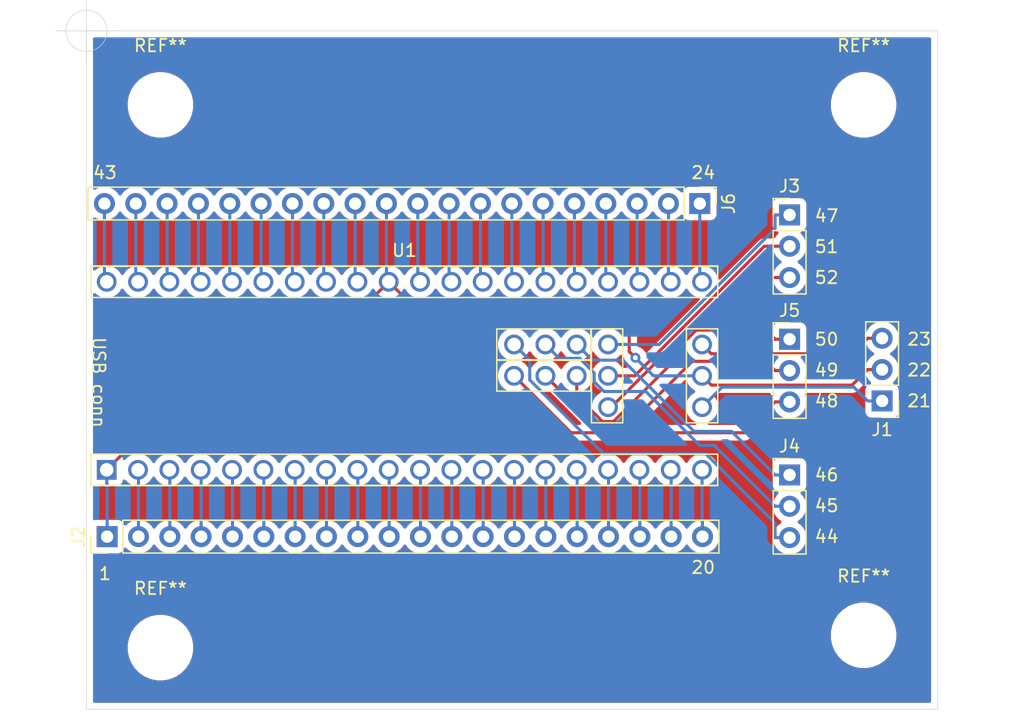
<source format=kicad_pcb>
(kicad_pcb (version 20171130) (host pcbnew 5.1.6-c6e7f7d~87~ubuntu20.04.1)

  (general
    (thickness 1.6)
    (drawings 24)
    (tracks 156)
    (zones 0)
    (modules 11)
    (nets 51)
  )

  (page A4)
  (layers
    (0 F.Cu signal)
    (31 B.Cu signal)
    (32 B.Adhes user)
    (33 F.Adhes user)
    (34 B.Paste user)
    (35 F.Paste user)
    (36 B.SilkS user)
    (37 F.SilkS user)
    (38 B.Mask user)
    (39 F.Mask user)
    (40 Dwgs.User user)
    (41 Cmts.User user)
    (42 Eco1.User user)
    (43 Eco2.User user)
    (44 Edge.Cuts user)
    (45 Margin user)
    (46 B.CrtYd user)
    (47 F.CrtYd user)
    (48 B.Fab user)
    (49 F.Fab user)
  )

  (setup
    (last_trace_width 0.25)
    (trace_clearance 0.2)
    (zone_clearance 0.508)
    (zone_45_only no)
    (trace_min 0.2)
    (via_size 0.8)
    (via_drill 0.4)
    (via_min_size 0.4)
    (via_min_drill 0.3)
    (uvia_size 0.3)
    (uvia_drill 0.1)
    (uvias_allowed no)
    (uvia_min_size 0.2)
    (uvia_min_drill 0.1)
    (edge_width 0.05)
    (segment_width 0.2)
    (pcb_text_width 0.3)
    (pcb_text_size 1.5 1.5)
    (mod_edge_width 0.12)
    (mod_text_size 1 1)
    (mod_text_width 0.15)
    (pad_size 1.524 1.524)
    (pad_drill 0.762)
    (pad_to_mask_clearance 0.05)
    (aux_axis_origin 69 25)
    (visible_elements FFFFFF7F)
    (pcbplotparams
      (layerselection 0x010fc_ffffffff)
      (usegerberextensions false)
      (usegerberattributes true)
      (usegerberadvancedattributes true)
      (creategerberjobfile true)
      (excludeedgelayer true)
      (linewidth 0.100000)
      (plotframeref false)
      (viasonmask false)
      (mode 1)
      (useauxorigin false)
      (hpglpennumber 1)
      (hpglpenspeed 20)
      (hpglpendiameter 15.000000)
      (psnegative false)
      (psa4output false)
      (plotreference true)
      (plotvalue true)
      (plotinvisibletext false)
      (padsonsilk false)
      (subtractmaskfromsilk false)
      (outputformat 1)
      (mirror false)
      (drillshape 1)
      (scaleselection 1)
      (outputdirectory ""))
  )

  (net 0 "")
  (net 1 "Net-(J1-Pad1)")
  (net 2 "Net-(J1-Pad3)")
  (net 3 "Net-(J2-Pad2)")
  (net 4 "Net-(J2-Pad3)")
  (net 5 "Net-(J2-Pad4)")
  (net 6 "Net-(J2-Pad5)")
  (net 7 "Net-(J2-Pad6)")
  (net 8 "Net-(J2-Pad7)")
  (net 9 "Net-(J2-Pad8)")
  (net 10 "Net-(J2-Pad9)")
  (net 11 "Net-(J2-Pad10)")
  (net 12 "Net-(J2-Pad11)")
  (net 13 "Net-(J2-Pad12)")
  (net 14 "Net-(J2-Pad13)")
  (net 15 "Net-(J2-Pad14)")
  (net 16 "Net-(J2-Pad15)")
  (net 17 "Net-(J2-Pad16)")
  (net 18 "Net-(J2-Pad17)")
  (net 19 "Net-(J2-Pad18)")
  (net 20 "Net-(J2-Pad19)")
  (net 21 "Net-(J2-Pad20)")
  (net 22 "Net-(J3-Pad1)")
  (net 23 "Net-(J3-Pad2)")
  (net 24 "Net-(J3-Pad3)")
  (net 25 "Net-(J4-Pad1)")
  (net 26 "Net-(J4-Pad2)")
  (net 27 "Net-(J4-Pad3)")
  (net 28 "Net-(J5-Pad3)")
  (net 29 "Net-(J5-Pad2)")
  (net 30 "Net-(J5-Pad1)")
  (net 31 "Net-(J6-Pad20)")
  (net 32 "Net-(J6-Pad19)")
  (net 33 "Net-(J6-Pad18)")
  (net 34 "Net-(J6-Pad17)")
  (net 35 "Net-(J6-Pad16)")
  (net 36 "Net-(J6-Pad15)")
  (net 37 "Net-(J6-Pad14)")
  (net 38 "Net-(J6-Pad13)")
  (net 39 "Net-(J6-Pad12)")
  (net 40 "Net-(J6-Pad10)")
  (net 41 "Net-(J6-Pad9)")
  (net 42 "Net-(J6-Pad8)")
  (net 43 "Net-(J6-Pad7)")
  (net 44 "Net-(J6-Pad6)")
  (net 45 "Net-(J6-Pad5)")
  (net 46 "Net-(J6-Pad4)")
  (net 47 "Net-(J6-Pad3)")
  (net 48 "Net-(J6-Pad2)")
  (net 49 "Net-(J6-Pad1)")
  (net 50 /GND)

  (net_class Default "This is the default net class."
    (clearance 0.2)
    (trace_width 0.25)
    (via_dia 0.8)
    (via_drill 0.4)
    (uvia_dia 0.3)
    (uvia_drill 0.1)
    (add_net /GND)
    (add_net "Net-(J1-Pad1)")
    (add_net "Net-(J1-Pad3)")
    (add_net "Net-(J2-Pad10)")
    (add_net "Net-(J2-Pad11)")
    (add_net "Net-(J2-Pad12)")
    (add_net "Net-(J2-Pad13)")
    (add_net "Net-(J2-Pad14)")
    (add_net "Net-(J2-Pad15)")
    (add_net "Net-(J2-Pad16)")
    (add_net "Net-(J2-Pad17)")
    (add_net "Net-(J2-Pad18)")
    (add_net "Net-(J2-Pad19)")
    (add_net "Net-(J2-Pad2)")
    (add_net "Net-(J2-Pad20)")
    (add_net "Net-(J2-Pad3)")
    (add_net "Net-(J2-Pad4)")
    (add_net "Net-(J2-Pad5)")
    (add_net "Net-(J2-Pad6)")
    (add_net "Net-(J2-Pad7)")
    (add_net "Net-(J2-Pad8)")
    (add_net "Net-(J2-Pad9)")
    (add_net "Net-(J3-Pad1)")
    (add_net "Net-(J3-Pad2)")
    (add_net "Net-(J3-Pad3)")
    (add_net "Net-(J4-Pad1)")
    (add_net "Net-(J4-Pad2)")
    (add_net "Net-(J4-Pad3)")
    (add_net "Net-(J5-Pad1)")
    (add_net "Net-(J5-Pad2)")
    (add_net "Net-(J5-Pad3)")
    (add_net "Net-(J6-Pad1)")
    (add_net "Net-(J6-Pad10)")
    (add_net "Net-(J6-Pad12)")
    (add_net "Net-(J6-Pad13)")
    (add_net "Net-(J6-Pad14)")
    (add_net "Net-(J6-Pad15)")
    (add_net "Net-(J6-Pad16)")
    (add_net "Net-(J6-Pad17)")
    (add_net "Net-(J6-Pad18)")
    (add_net "Net-(J6-Pad19)")
    (add_net "Net-(J6-Pad2)")
    (add_net "Net-(J6-Pad20)")
    (add_net "Net-(J6-Pad3)")
    (add_net "Net-(J6-Pad4)")
    (add_net "Net-(J6-Pad5)")
    (add_net "Net-(J6-Pad6)")
    (add_net "Net-(J6-Pad7)")
    (add_net "Net-(J6-Pad8)")
    (add_net "Net-(J6-Pad9)")
  )

  (module MountingHole:MountingHole_4.3mm_M4_ISO7380 (layer F.Cu) (tedit 56D1B4CB) (tstamp 5F4945F1)
    (at 132 31)
    (descr "Mounting Hole 4.3mm, no annular, M4, ISO7380")
    (tags "mounting hole 4.3mm no annular m4 iso7380")
    (attr virtual)
    (fp_text reference REF** (at 0 -4.8) (layer F.SilkS)
      (effects (font (size 1 1) (thickness 0.15)))
    )
    (fp_text value MountingHole_4.3mm_M4_ISO7380 (at 0 4.8) (layer F.Fab)
      (effects (font (size 1 1) (thickness 0.15)))
    )
    (fp_circle (center 0 0) (end 4.05 0) (layer F.CrtYd) (width 0.05))
    (fp_circle (center 0 0) (end 3.8 0) (layer Cmts.User) (width 0.15))
    (fp_text user %R (at 0.3 0) (layer F.Fab)
      (effects (font (size 1 1) (thickness 0.15)))
    )
    (pad 1 np_thru_hole circle (at 0 0) (size 4.3 4.3) (drill 4.3) (layers *.Cu *.Mask))
  )

  (module MountingHole:MountingHole_4.3mm_M4_ISO7380 (layer F.Cu) (tedit 56D1B4CB) (tstamp 5F4945E3)
    (at 132 74)
    (descr "Mounting Hole 4.3mm, no annular, M4, ISO7380")
    (tags "mounting hole 4.3mm no annular m4 iso7380")
    (attr virtual)
    (fp_text reference REF** (at 0 -4.8) (layer F.SilkS)
      (effects (font (size 1 1) (thickness 0.15)))
    )
    (fp_text value MountingHole_4.3mm_M4_ISO7380 (at 0 4.8) (layer F.Fab)
      (effects (font (size 1 1) (thickness 0.15)))
    )
    (fp_text user %R (at 0.3 0) (layer F.Fab)
      (effects (font (size 1 1) (thickness 0.15)))
    )
    (fp_circle (center 0 0) (end 3.8 0) (layer Cmts.User) (width 0.15))
    (fp_circle (center 0 0) (end 4.05 0) (layer F.CrtYd) (width 0.05))
    (pad 1 np_thru_hole circle (at 0 0) (size 4.3 4.3) (drill 4.3) (layers *.Cu *.Mask))
  )

  (module MountingHole:MountingHole_4.3mm_M4_ISO7380 (layer F.Cu) (tedit 56D1B4CB) (tstamp 5F4945D5)
    (at 75 75)
    (descr "Mounting Hole 4.3mm, no annular, M4, ISO7380")
    (tags "mounting hole 4.3mm no annular m4 iso7380")
    (attr virtual)
    (fp_text reference REF** (at 0 -4.8) (layer F.SilkS)
      (effects (font (size 1 1) (thickness 0.15)))
    )
    (fp_text value MountingHole_4.3mm_M4_ISO7380 (at 0 4.8) (layer F.Fab)
      (effects (font (size 1 1) (thickness 0.15)))
    )
    (fp_circle (center 0 0) (end 4.05 0) (layer F.CrtYd) (width 0.05))
    (fp_circle (center 0 0) (end 3.8 0) (layer Cmts.User) (width 0.15))
    (fp_text user %R (at 0.3 0) (layer F.Fab)
      (effects (font (size 1 1) (thickness 0.15)))
    )
    (pad 1 np_thru_hole circle (at 0 0) (size 4.3 4.3) (drill 4.3) (layers *.Cu *.Mask))
  )

  (module MountingHole:MountingHole_4.3mm_M4_ISO7380 (layer F.Cu) (tedit 56D1B4CB) (tstamp 5F4945C5)
    (at 75 31)
    (descr "Mounting Hole 4.3mm, no annular, M4, ISO7380")
    (tags "mounting hole 4.3mm no annular m4 iso7380")
    (attr virtual)
    (fp_text reference REF** (at 0 -4.8) (layer F.SilkS)
      (effects (font (size 1 1) (thickness 0.15)))
    )
    (fp_text value MountingHole_4.3mm_M4_ISO7380 (at 0 4.8) (layer F.Fab)
      (effects (font (size 1 1) (thickness 0.15)))
    )
    (fp_text user %R (at 0.3 0) (layer F.Fab)
      (effects (font (size 1 1) (thickness 0.15)))
    )
    (fp_circle (center 0 0) (end 3.8 0) (layer Cmts.User) (width 0.15))
    (fp_circle (center 0 0) (end 4.05 0) (layer F.CrtYd) (width 0.05))
    (pad 1 np_thru_hole circle (at 0 0) (size 4.3 4.3) (drill 4.3) (layers *.Cu *.Mask))
  )

  (module Connector_PinHeader_2.54mm:PinHeader_1x20_P2.54mm_Vertical (layer F.Cu) (tedit 59FED5CC) (tstamp 5F4939CF)
    (at 70.68 66 90)
    (descr "Through hole straight pin header, 1x20, 2.54mm pitch, single row")
    (tags "Through hole pin header THT 1x20 2.54mm single row")
    (path /5F493020)
    (fp_text reference J2 (at 0 -2.33 90) (layer F.SilkS)
      (effects (font (size 1 1) (thickness 0.15)))
    )
    (fp_text value Conn_01x20_Female (at 0 50.59 90) (layer F.Fab)
      (effects (font (size 1 1) (thickness 0.15)))
    )
    (fp_line (start 1.8 -1.8) (end -1.8 -1.8) (layer F.CrtYd) (width 0.05))
    (fp_line (start 1.8 50.05) (end 1.8 -1.8) (layer F.CrtYd) (width 0.05))
    (fp_line (start -1.8 50.05) (end 1.8 50.05) (layer F.CrtYd) (width 0.05))
    (fp_line (start -1.8 -1.8) (end -1.8 50.05) (layer F.CrtYd) (width 0.05))
    (fp_line (start -1.33 -1.33) (end 0 -1.33) (layer F.SilkS) (width 0.12))
    (fp_line (start -1.33 0) (end -1.33 -1.33) (layer F.SilkS) (width 0.12))
    (fp_line (start -1.33 1.27) (end 1.33 1.27) (layer F.SilkS) (width 0.12))
    (fp_line (start 1.33 1.27) (end 1.33 49.59) (layer F.SilkS) (width 0.12))
    (fp_line (start -1.33 1.27) (end -1.33 49.59) (layer F.SilkS) (width 0.12))
    (fp_line (start -1.33 49.59) (end 1.33 49.59) (layer F.SilkS) (width 0.12))
    (fp_line (start -1.27 -0.635) (end -0.635 -1.27) (layer F.Fab) (width 0.1))
    (fp_line (start -1.27 49.53) (end -1.27 -0.635) (layer F.Fab) (width 0.1))
    (fp_line (start 1.27 49.53) (end -1.27 49.53) (layer F.Fab) (width 0.1))
    (fp_line (start 1.27 -1.27) (end 1.27 49.53) (layer F.Fab) (width 0.1))
    (fp_line (start -0.635 -1.27) (end 1.27 -1.27) (layer F.Fab) (width 0.1))
    (fp_text user %R (at 0 24.13) (layer F.Fab)
      (effects (font (size 1 1) (thickness 0.15)))
    )
    (pad 1 thru_hole rect (at 0 0 90) (size 1.7 1.7) (drill 1) (layers *.Cu *.Mask)
      (net 50 /GND))
    (pad 2 thru_hole oval (at 0 2.54 90) (size 1.7 1.7) (drill 1) (layers *.Cu *.Mask)
      (net 3 "Net-(J2-Pad2)"))
    (pad 3 thru_hole oval (at 0 5.08 90) (size 1.7 1.7) (drill 1) (layers *.Cu *.Mask)
      (net 4 "Net-(J2-Pad3)"))
    (pad 4 thru_hole oval (at 0 7.62 90) (size 1.7 1.7) (drill 1) (layers *.Cu *.Mask)
      (net 5 "Net-(J2-Pad4)"))
    (pad 5 thru_hole oval (at 0 10.16 90) (size 1.7 1.7) (drill 1) (layers *.Cu *.Mask)
      (net 6 "Net-(J2-Pad5)"))
    (pad 6 thru_hole oval (at 0 12.7 90) (size 1.7 1.7) (drill 1) (layers *.Cu *.Mask)
      (net 7 "Net-(J2-Pad6)"))
    (pad 7 thru_hole oval (at 0 15.24 90) (size 1.7 1.7) (drill 1) (layers *.Cu *.Mask)
      (net 8 "Net-(J2-Pad7)"))
    (pad 8 thru_hole oval (at 0 17.78 90) (size 1.7 1.7) (drill 1) (layers *.Cu *.Mask)
      (net 9 "Net-(J2-Pad8)"))
    (pad 9 thru_hole oval (at 0 20.32 90) (size 1.7 1.7) (drill 1) (layers *.Cu *.Mask)
      (net 10 "Net-(J2-Pad9)"))
    (pad 10 thru_hole oval (at 0 22.86 90) (size 1.7 1.7) (drill 1) (layers *.Cu *.Mask)
      (net 11 "Net-(J2-Pad10)"))
    (pad 11 thru_hole oval (at 0 25.4 90) (size 1.7 1.7) (drill 1) (layers *.Cu *.Mask)
      (net 12 "Net-(J2-Pad11)"))
    (pad 12 thru_hole oval (at 0 27.94 90) (size 1.7 1.7) (drill 1) (layers *.Cu *.Mask)
      (net 13 "Net-(J2-Pad12)"))
    (pad 13 thru_hole oval (at 0 30.48 90) (size 1.7 1.7) (drill 1) (layers *.Cu *.Mask)
      (net 14 "Net-(J2-Pad13)"))
    (pad 14 thru_hole oval (at 0 33.02 90) (size 1.7 1.7) (drill 1) (layers *.Cu *.Mask)
      (net 15 "Net-(J2-Pad14)"))
    (pad 15 thru_hole oval (at 0 35.56 90) (size 1.7 1.7) (drill 1) (layers *.Cu *.Mask)
      (net 16 "Net-(J2-Pad15)"))
    (pad 16 thru_hole oval (at 0 38.1 90) (size 1.7 1.7) (drill 1) (layers *.Cu *.Mask)
      (net 17 "Net-(J2-Pad16)"))
    (pad 17 thru_hole oval (at 0 40.64 90) (size 1.7 1.7) (drill 1) (layers *.Cu *.Mask)
      (net 18 "Net-(J2-Pad17)"))
    (pad 18 thru_hole oval (at 0 43.18 90) (size 1.7 1.7) (drill 1) (layers *.Cu *.Mask)
      (net 19 "Net-(J2-Pad18)"))
    (pad 19 thru_hole oval (at 0 45.72 90) (size 1.7 1.7) (drill 1) (layers *.Cu *.Mask)
      (net 20 "Net-(J2-Pad19)"))
    (pad 20 thru_hole oval (at 0 48.26 90) (size 1.7 1.7) (drill 1) (layers *.Cu *.Mask)
      (net 21 "Net-(J2-Pad20)"))
    (model ${KISYS3DMOD}/Connector_PinHeader_2.54mm.3dshapes/PinHeader_1x20_P2.54mm_Vertical.wrl
      (at (xyz 0 0 0))
      (scale (xyz 1 1 1))
      (rotate (xyz 0 0 0))
    )
  )

  (module Connector_PinHeader_2.54mm:PinHeader_1x03_P2.54mm_Vertical (layer F.Cu) (tedit 59FED5CC) (tstamp 5F4939E6)
    (at 126 39.92)
    (descr "Through hole straight pin header, 1x03, 2.54mm pitch, single row")
    (tags "Through hole pin header THT 1x03 2.54mm single row")
    (path /5F4ACCAF)
    (fp_text reference J3 (at 0 -2.33) (layer F.SilkS)
      (effects (font (size 1 1) (thickness 0.15)))
    )
    (fp_text value Conn_01x03_Female (at 0 7.41) (layer F.Fab)
      (effects (font (size 1 1) (thickness 0.15)))
    )
    (fp_line (start 1.8 -1.8) (end -1.8 -1.8) (layer F.CrtYd) (width 0.05))
    (fp_line (start 1.8 6.85) (end 1.8 -1.8) (layer F.CrtYd) (width 0.05))
    (fp_line (start -1.8 6.85) (end 1.8 6.85) (layer F.CrtYd) (width 0.05))
    (fp_line (start -1.8 -1.8) (end -1.8 6.85) (layer F.CrtYd) (width 0.05))
    (fp_line (start -1.33 -1.33) (end 0 -1.33) (layer F.SilkS) (width 0.12))
    (fp_line (start -1.33 0) (end -1.33 -1.33) (layer F.SilkS) (width 0.12))
    (fp_line (start -1.33 1.27) (end 1.33 1.27) (layer F.SilkS) (width 0.12))
    (fp_line (start 1.33 1.27) (end 1.33 6.41) (layer F.SilkS) (width 0.12))
    (fp_line (start -1.33 1.27) (end -1.33 6.41) (layer F.SilkS) (width 0.12))
    (fp_line (start -1.33 6.41) (end 1.33 6.41) (layer F.SilkS) (width 0.12))
    (fp_line (start -1.27 -0.635) (end -0.635 -1.27) (layer F.Fab) (width 0.1))
    (fp_line (start -1.27 6.35) (end -1.27 -0.635) (layer F.Fab) (width 0.1))
    (fp_line (start 1.27 6.35) (end -1.27 6.35) (layer F.Fab) (width 0.1))
    (fp_line (start 1.27 -1.27) (end 1.27 6.35) (layer F.Fab) (width 0.1))
    (fp_line (start -0.635 -1.27) (end 1.27 -1.27) (layer F.Fab) (width 0.1))
    (fp_text user %R (at 0 2.54 90) (layer F.Fab)
      (effects (font (size 1 1) (thickness 0.15)))
    )
    (pad 1 thru_hole rect (at 0 0) (size 1.7 1.7) (drill 1) (layers *.Cu *.Mask)
      (net 22 "Net-(J3-Pad1)"))
    (pad 2 thru_hole oval (at 0 2.54) (size 1.7 1.7) (drill 1) (layers *.Cu *.Mask)
      (net 23 "Net-(J3-Pad2)"))
    (pad 3 thru_hole oval (at 0 5.08) (size 1.7 1.7) (drill 1) (layers *.Cu *.Mask)
      (net 24 "Net-(J3-Pad3)"))
    (model ${KISYS3DMOD}/Connector_PinHeader_2.54mm.3dshapes/PinHeader_1x03_P2.54mm_Vertical.wrl
      (at (xyz 0 0 0))
      (scale (xyz 1 1 1))
      (rotate (xyz 0 0 0))
    )
  )

  (module Connector_PinHeader_2.54mm:PinHeader_1x03_P2.54mm_Vertical (layer F.Cu) (tedit 59FED5CC) (tstamp 5F4939FD)
    (at 126 61)
    (descr "Through hole straight pin header, 1x03, 2.54mm pitch, single row")
    (tags "Through hole pin header THT 1x03 2.54mm single row")
    (path /5F4AD6FD)
    (fp_text reference J4 (at 0 -2.33) (layer F.SilkS)
      (effects (font (size 1 1) (thickness 0.15)))
    )
    (fp_text value Conn_01x03_Female (at 0 7.41) (layer F.Fab)
      (effects (font (size 1 1) (thickness 0.15)))
    )
    (fp_line (start 1.8 -1.8) (end -1.8 -1.8) (layer F.CrtYd) (width 0.05))
    (fp_line (start 1.8 6.85) (end 1.8 -1.8) (layer F.CrtYd) (width 0.05))
    (fp_line (start -1.8 6.85) (end 1.8 6.85) (layer F.CrtYd) (width 0.05))
    (fp_line (start -1.8 -1.8) (end -1.8 6.85) (layer F.CrtYd) (width 0.05))
    (fp_line (start -1.33 -1.33) (end 0 -1.33) (layer F.SilkS) (width 0.12))
    (fp_line (start -1.33 0) (end -1.33 -1.33) (layer F.SilkS) (width 0.12))
    (fp_line (start -1.33 1.27) (end 1.33 1.27) (layer F.SilkS) (width 0.12))
    (fp_line (start 1.33 1.27) (end 1.33 6.41) (layer F.SilkS) (width 0.12))
    (fp_line (start -1.33 1.27) (end -1.33 6.41) (layer F.SilkS) (width 0.12))
    (fp_line (start -1.33 6.41) (end 1.33 6.41) (layer F.SilkS) (width 0.12))
    (fp_line (start -1.27 -0.635) (end -0.635 -1.27) (layer F.Fab) (width 0.1))
    (fp_line (start -1.27 6.35) (end -1.27 -0.635) (layer F.Fab) (width 0.1))
    (fp_line (start 1.27 6.35) (end -1.27 6.35) (layer F.Fab) (width 0.1))
    (fp_line (start 1.27 -1.27) (end 1.27 6.35) (layer F.Fab) (width 0.1))
    (fp_line (start -0.635 -1.27) (end 1.27 -1.27) (layer F.Fab) (width 0.1))
    (fp_text user %R (at 0 2.54 90) (layer F.Fab)
      (effects (font (size 1 1) (thickness 0.15)))
    )
    (pad 1 thru_hole rect (at 0 0) (size 1.7 1.7) (drill 1) (layers *.Cu *.Mask)
      (net 25 "Net-(J4-Pad1)"))
    (pad 2 thru_hole oval (at 0 2.54) (size 1.7 1.7) (drill 1) (layers *.Cu *.Mask)
      (net 26 "Net-(J4-Pad2)"))
    (pad 3 thru_hole oval (at 0 5.08) (size 1.7 1.7) (drill 1) (layers *.Cu *.Mask)
      (net 27 "Net-(J4-Pad3)"))
    (model ${KISYS3DMOD}/Connector_PinHeader_2.54mm.3dshapes/PinHeader_1x03_P2.54mm_Vertical.wrl
      (at (xyz 0 0 0))
      (scale (xyz 1 1 1))
      (rotate (xyz 0 0 0))
    )
  )

  (module Connector_PinHeader_2.54mm:PinHeader_1x03_P2.54mm_Vertical (layer F.Cu) (tedit 59FED5CC) (tstamp 5F493A14)
    (at 126 50)
    (descr "Through hole straight pin header, 1x03, 2.54mm pitch, single row")
    (tags "Through hole pin header THT 1x03 2.54mm single row")
    (path /5F4AF494)
    (fp_text reference J5 (at 0 -2.33) (layer F.SilkS)
      (effects (font (size 1 1) (thickness 0.15)))
    )
    (fp_text value Conn_01x03_Female (at 0 7.41) (layer F.Fab)
      (effects (font (size 1 1) (thickness 0.15)))
    )
    (fp_text user %R (at 0 2.54 90) (layer F.Fab)
      (effects (font (size 1 1) (thickness 0.15)))
    )
    (fp_line (start -0.635 -1.27) (end 1.27 -1.27) (layer F.Fab) (width 0.1))
    (fp_line (start 1.27 -1.27) (end 1.27 6.35) (layer F.Fab) (width 0.1))
    (fp_line (start 1.27 6.35) (end -1.27 6.35) (layer F.Fab) (width 0.1))
    (fp_line (start -1.27 6.35) (end -1.27 -0.635) (layer F.Fab) (width 0.1))
    (fp_line (start -1.27 -0.635) (end -0.635 -1.27) (layer F.Fab) (width 0.1))
    (fp_line (start -1.33 6.41) (end 1.33 6.41) (layer F.SilkS) (width 0.12))
    (fp_line (start -1.33 1.27) (end -1.33 6.41) (layer F.SilkS) (width 0.12))
    (fp_line (start 1.33 1.27) (end 1.33 6.41) (layer F.SilkS) (width 0.12))
    (fp_line (start -1.33 1.27) (end 1.33 1.27) (layer F.SilkS) (width 0.12))
    (fp_line (start -1.33 0) (end -1.33 -1.33) (layer F.SilkS) (width 0.12))
    (fp_line (start -1.33 -1.33) (end 0 -1.33) (layer F.SilkS) (width 0.12))
    (fp_line (start -1.8 -1.8) (end -1.8 6.85) (layer F.CrtYd) (width 0.05))
    (fp_line (start -1.8 6.85) (end 1.8 6.85) (layer F.CrtYd) (width 0.05))
    (fp_line (start 1.8 6.85) (end 1.8 -1.8) (layer F.CrtYd) (width 0.05))
    (fp_line (start 1.8 -1.8) (end -1.8 -1.8) (layer F.CrtYd) (width 0.05))
    (pad 3 thru_hole oval (at 0 5.08) (size 1.7 1.7) (drill 1) (layers *.Cu *.Mask)
      (net 28 "Net-(J5-Pad3)"))
    (pad 2 thru_hole oval (at 0 2.54) (size 1.7 1.7) (drill 1) (layers *.Cu *.Mask)
      (net 29 "Net-(J5-Pad2)"))
    (pad 1 thru_hole rect (at 0 0) (size 1.7 1.7) (drill 1) (layers *.Cu *.Mask)
      (net 30 "Net-(J5-Pad1)"))
    (model ${KISYS3DMOD}/Connector_PinHeader_2.54mm.3dshapes/PinHeader_1x03_P2.54mm_Vertical.wrl
      (at (xyz 0 0 0))
      (scale (xyz 1 1 1))
      (rotate (xyz 0 0 0))
    )
  )

  (module Connector_PinHeader_2.54mm:PinHeader_1x20_P2.54mm_Vertical (layer F.Cu) (tedit 59FED5CC) (tstamp 5F493A3C)
    (at 118.72 39 270)
    (descr "Through hole straight pin header, 1x20, 2.54mm pitch, single row")
    (tags "Through hole pin header THT 1x20 2.54mm single row")
    (path /5F4961A9)
    (fp_text reference J6 (at 0 -2.33 90) (layer F.SilkS)
      (effects (font (size 1 1) (thickness 0.15)))
    )
    (fp_text value Conn_01x20_Female (at 0 50.59 90) (layer F.Fab)
      (effects (font (size 1 1) (thickness 0.15)))
    )
    (fp_text user %R (at 0 24.13) (layer F.Fab)
      (effects (font (size 1 1) (thickness 0.15)))
    )
    (fp_line (start -0.635 -1.27) (end 1.27 -1.27) (layer F.Fab) (width 0.1))
    (fp_line (start 1.27 -1.27) (end 1.27 49.53) (layer F.Fab) (width 0.1))
    (fp_line (start 1.27 49.53) (end -1.27 49.53) (layer F.Fab) (width 0.1))
    (fp_line (start -1.27 49.53) (end -1.27 -0.635) (layer F.Fab) (width 0.1))
    (fp_line (start -1.27 -0.635) (end -0.635 -1.27) (layer F.Fab) (width 0.1))
    (fp_line (start -1.33 49.59) (end 1.33 49.59) (layer F.SilkS) (width 0.12))
    (fp_line (start -1.33 1.27) (end -1.33 49.59) (layer F.SilkS) (width 0.12))
    (fp_line (start 1.33 1.27) (end 1.33 49.59) (layer F.SilkS) (width 0.12))
    (fp_line (start -1.33 1.27) (end 1.33 1.27) (layer F.SilkS) (width 0.12))
    (fp_line (start -1.33 0) (end -1.33 -1.33) (layer F.SilkS) (width 0.12))
    (fp_line (start -1.33 -1.33) (end 0 -1.33) (layer F.SilkS) (width 0.12))
    (fp_line (start -1.8 -1.8) (end -1.8 50.05) (layer F.CrtYd) (width 0.05))
    (fp_line (start -1.8 50.05) (end 1.8 50.05) (layer F.CrtYd) (width 0.05))
    (fp_line (start 1.8 50.05) (end 1.8 -1.8) (layer F.CrtYd) (width 0.05))
    (fp_line (start 1.8 -1.8) (end -1.8 -1.8) (layer F.CrtYd) (width 0.05))
    (pad 20 thru_hole oval (at 0 48.26 270) (size 1.7 1.7) (drill 1) (layers *.Cu *.Mask)
      (net 31 "Net-(J6-Pad20)"))
    (pad 19 thru_hole oval (at 0 45.72 270) (size 1.7 1.7) (drill 1) (layers *.Cu *.Mask)
      (net 32 "Net-(J6-Pad19)"))
    (pad 18 thru_hole oval (at 0 43.18 270) (size 1.7 1.7) (drill 1) (layers *.Cu *.Mask)
      (net 33 "Net-(J6-Pad18)"))
    (pad 17 thru_hole oval (at 0 40.64 270) (size 1.7 1.7) (drill 1) (layers *.Cu *.Mask)
      (net 34 "Net-(J6-Pad17)"))
    (pad 16 thru_hole oval (at 0 38.1 270) (size 1.7 1.7) (drill 1) (layers *.Cu *.Mask)
      (net 35 "Net-(J6-Pad16)"))
    (pad 15 thru_hole oval (at 0 35.56 270) (size 1.7 1.7) (drill 1) (layers *.Cu *.Mask)
      (net 36 "Net-(J6-Pad15)"))
    (pad 14 thru_hole oval (at 0 33.02 270) (size 1.7 1.7) (drill 1) (layers *.Cu *.Mask)
      (net 37 "Net-(J6-Pad14)"))
    (pad 13 thru_hole oval (at 0 30.48 270) (size 1.7 1.7) (drill 1) (layers *.Cu *.Mask)
      (net 38 "Net-(J6-Pad13)"))
    (pad 12 thru_hole oval (at 0 27.94 270) (size 1.7 1.7) (drill 1) (layers *.Cu *.Mask)
      (net 39 "Net-(J6-Pad12)"))
    (pad 11 thru_hole oval (at 0 25.4 270) (size 1.7 1.7) (drill 1) (layers *.Cu *.Mask)
      (net 50 /GND))
    (pad 10 thru_hole oval (at 0 22.86 270) (size 1.7 1.7) (drill 1) (layers *.Cu *.Mask)
      (net 40 "Net-(J6-Pad10)"))
    (pad 9 thru_hole oval (at 0 20.32 270) (size 1.7 1.7) (drill 1) (layers *.Cu *.Mask)
      (net 41 "Net-(J6-Pad9)"))
    (pad 8 thru_hole oval (at 0 17.78 270) (size 1.7 1.7) (drill 1) (layers *.Cu *.Mask)
      (net 42 "Net-(J6-Pad8)"))
    (pad 7 thru_hole oval (at 0 15.24 270) (size 1.7 1.7) (drill 1) (layers *.Cu *.Mask)
      (net 43 "Net-(J6-Pad7)"))
    (pad 6 thru_hole oval (at 0 12.7 270) (size 1.7 1.7) (drill 1) (layers *.Cu *.Mask)
      (net 44 "Net-(J6-Pad6)"))
    (pad 5 thru_hole oval (at 0 10.16 270) (size 1.7 1.7) (drill 1) (layers *.Cu *.Mask)
      (net 45 "Net-(J6-Pad5)"))
    (pad 4 thru_hole oval (at 0 7.62 270) (size 1.7 1.7) (drill 1) (layers *.Cu *.Mask)
      (net 46 "Net-(J6-Pad4)"))
    (pad 3 thru_hole oval (at 0 5.08 270) (size 1.7 1.7) (drill 1) (layers *.Cu *.Mask)
      (net 47 "Net-(J6-Pad3)"))
    (pad 2 thru_hole oval (at 0 2.54 270) (size 1.7 1.7) (drill 1) (layers *.Cu *.Mask)
      (net 48 "Net-(J6-Pad2)"))
    (pad 1 thru_hole rect (at 0 0 270) (size 1.7 1.7) (drill 1) (layers *.Cu *.Mask)
      (net 49 "Net-(J6-Pad1)"))
    (model ${KISYS3DMOD}/Connector_PinHeader_2.54mm.3dshapes/PinHeader_1x20_P2.54mm_Vertical.wrl
      (at (xyz 0 0 0))
      (scale (xyz 1 1 1))
      (rotate (xyz 0 0 0))
    )
  )

  (module Teensy:Teensy2.0-pins-headers (layer F.Cu) (tedit 5F48CD2F) (tstamp 5F493A8F)
    (at 94.775 52.965)
    (descr 20)
    (path /5F48CBAB)
    (fp_text reference U1 (at 0 -10.16 180) (layer F.SilkS)
      (effects (font (size 1 1) (thickness 0.15)))
    )
    (fp_text value "Teensy++2.0_(Arduino)" (at 0 10.16 180) (layer F.Fab)
      (effects (font (size 1 1) (thickness 0.15)))
    )
    (fp_line (start 15.11 -1.3) (end 7.49 -1.3) (layer F.SilkS) (width 0.12))
    (fp_line (start 15.11 1.24) (end 7.49 1.24) (layer F.SilkS) (width 0.12))
    (fp_line (start 15.11 -1.3) (end 15.11 1.24) (layer F.SilkS) (width 0.12))
    (fp_line (start 7.49 1.24) (end 7.49 -1.3) (layer F.SilkS) (width 0.12))
    (fp_line (start 15.11 -3.8) (end 7.49 -3.8) (layer F.SilkS) (width 0.12))
    (fp_line (start 15.11 -1.26) (end 7.49 -1.26) (layer F.SilkS) (width 0.12))
    (fp_line (start 15.11 -3.8) (end 15.11 -1.26) (layer F.SilkS) (width 0.12))
    (fp_line (start 7.49 -1.26) (end 7.49 -3.8) (layer F.SilkS) (width 0.12))
    (fp_line (start 17.7 3.81) (end 17.7 -3.81) (layer F.SilkS) (width 0.12))
    (fp_line (start 15.16 3.81) (end 15.16 -3.81) (layer F.SilkS) (width 0.12))
    (fp_line (start 17.7 3.81) (end 15.16 3.81) (layer F.SilkS) (width 0.12))
    (fp_line (start 15.16 -3.81) (end 17.7 -3.81) (layer F.SilkS) (width 0.12))
    (fp_line (start 25.4 8.89) (end -25.4 8.89) (layer F.SilkS) (width 0.15))
    (fp_line (start -25.4 -8.89) (end 25.4 -8.89) (layer F.SilkS) (width 0.15))
    (fp_line (start 25.4 -8.89) (end 25.4 -6.35) (layer F.SilkS) (width 0.12))
    (fp_line (start 25.4 -6.35) (end -25.4 -6.35) (layer F.SilkS) (width 0.12))
    (fp_line (start -25.4 -6.35) (end -25.4 -8.89) (layer F.SilkS) (width 0.12))
    (fp_line (start -25.4 8.89) (end -25.4 6.35) (layer F.SilkS) (width 0.12))
    (fp_line (start -25.4 6.35) (end 25.4 6.35) (layer F.SilkS) (width 0.12))
    (fp_line (start 25.4 8.89) (end 25.4 6.35) (layer F.SilkS) (width 0.12))
    (fp_line (start 25.4 3.81) (end 22.86 3.81) (layer F.SilkS) (width 0.12))
    (fp_line (start 22.86 3.81) (end 22.86 -3.81) (layer F.SilkS) (width 0.12))
    (fp_line (start 22.86 -3.81) (end 25.4 -3.81) (layer F.SilkS) (width 0.12))
    (fp_line (start 25.4 3.81) (end 25.4 -3.81) (layer F.SilkS) (width 0.12))
    (fp_text user "header,20 pins 0.1 inch (2.54 mm) spacing" (at 0 -5.08) (layer F.SilkS) hide
      (effects (font (size 1 1) (thickness 0.15)))
    )
    (fp_text user "3 pins header 0.1 inch (2.54 mm) spacing" (at -2.2 2.6) (layer F.SilkS) hide
      (effects (font (size 1 1) (thickness 0.15)))
    )
    (fp_text user "header,20 pins 0.1 inch (2.54 mm) spacing" (at 0 10.16) (layer F.SilkS) hide
      (effects (font (size 1 1) (thickness 0.15)))
    )
    (pad 9 thru_hole circle (at -3.81 7.62) (size 1.6 1.6) (drill 1.1) (layers *.Cu *.Mask)
      (net 10 "Net-(J2-Pad9)"))
    (pad 10 thru_hole circle (at -1.27 7.62) (size 1.6 1.6) (drill 1.1) (layers *.Cu *.Mask)
      (net 11 "Net-(J2-Pad10)"))
    (pad 11 thru_hole circle (at 1.27 7.62) (size 1.6 1.6) (drill 1.1) (layers *.Cu *.Mask)
      (net 12 "Net-(J2-Pad11)"))
    (pad 8 thru_hole circle (at -6.35 7.62) (size 1.6 1.6) (drill 1.1) (layers *.Cu *.Mask)
      (net 9 "Net-(J2-Pad8)"))
    (pad 7 thru_hole circle (at -8.89 7.62) (size 1.6 1.6) (drill 1.1) (layers *.Cu *.Mask)
      (net 8 "Net-(J2-Pad7)"))
    (pad 6 thru_hole circle (at -11.43 7.62) (size 1.6 1.6) (drill 1.1) (layers *.Cu *.Mask)
      (net 7 "Net-(J2-Pad6)"))
    (pad 5 thru_hole circle (at -13.97 7.62) (size 1.6 1.6) (drill 1.1) (layers *.Cu *.Mask)
      (net 6 "Net-(J2-Pad5)"))
    (pad 4 thru_hole circle (at -16.51 7.62) (size 1.6 1.6) (drill 1.1) (layers *.Cu *.Mask)
      (net 5 "Net-(J2-Pad4)"))
    (pad 3 thru_hole circle (at -19.05 7.62) (size 1.6 1.6) (drill 1.1) (layers *.Cu *.Mask)
      (net 4 "Net-(J2-Pad3)"))
    (pad 2 thru_hole circle (at -21.59 7.62) (size 1.6 1.6) (drill 1.1) (layers *.Cu *.Mask)
      (net 3 "Net-(J2-Pad2)"))
    (pad 1 thru_hole rect (at -24.13 7.62) (size 1.6 1.6) (drill 1.1) (layers *.Cu *.Mask)
      (net 50 /GND))
    (pad 12 thru_hole circle (at 3.81 7.62) (size 1.6 1.6) (drill 1.1) (layers *.Cu *.Mask)
      (net 13 "Net-(J2-Pad12)"))
    (pad 13 thru_hole circle (at 6.35 7.62) (size 1.6 1.6) (drill 1.1) (layers *.Cu *.Mask)
      (net 14 "Net-(J2-Pad13)"))
    (pad 14 thru_hole circle (at 8.89 7.62) (size 1.6 1.6) (drill 1.1) (layers *.Cu *.Mask)
      (net 15 "Net-(J2-Pad14)"))
    (pad 15 thru_hole circle (at 11.43 7.62) (size 1.6 1.6) (drill 1.1) (layers *.Cu *.Mask)
      (net 16 "Net-(J2-Pad15)"))
    (pad 16 thru_hole circle (at 13.97 7.62) (size 1.6 1.6) (drill 1.1) (layers *.Cu *.Mask)
      (net 17 "Net-(J2-Pad16)"))
    (pad 17 thru_hole circle (at 16.51 7.62) (size 1.6 1.6) (drill 1.1) (layers *.Cu *.Mask)
      (net 18 "Net-(J2-Pad17)"))
    (pad 18 thru_hole circle (at 19.05 7.62) (size 1.6 1.6) (drill 1.1) (layers *.Cu *.Mask)
      (net 19 "Net-(J2-Pad18)"))
    (pad 19 thru_hole circle (at 21.59 7.62) (size 1.6 1.6) (drill 1.1) (layers *.Cu *.Mask)
      (net 20 "Net-(J2-Pad19)"))
    (pad 20 thru_hole circle (at 24.13 7.62) (size 1.6 1.6) (drill 1.1) (layers *.Cu *.Mask)
      (net 21 "Net-(J2-Pad20)"))
    (pad 21 thru_hole circle (at 24.13 2.54) (size 1.6 1.6) (drill 1.1) (layers *.Cu *.Mask)
      (net 1 "Net-(J1-Pad1)"))
    (pad 22 thru_hole circle (at 24.13 0) (size 1.6 1.6) (drill 1.1) (layers *.Cu *.Mask)
      (net 50 /GND))
    (pad 23 thru_hole circle (at 24.13 -2.54) (size 1.6 1.6) (drill 1.1) (layers *.Cu *.Mask)
      (net 2 "Net-(J1-Pad3)"))
    (pad 24 thru_hole circle (at 24.13 -7.62) (size 1.6 1.6) (drill 1.1) (layers *.Cu *.Mask)
      (net 49 "Net-(J6-Pad1)"))
    (pad 25 thru_hole circle (at 21.59 -7.62) (size 1.6 1.6) (drill 1.1) (layers *.Cu *.Mask)
      (net 48 "Net-(J6-Pad2)"))
    (pad 26 thru_hole circle (at 19.05 -7.62) (size 1.6 1.6) (drill 1.1) (layers *.Cu *.Mask)
      (net 47 "Net-(J6-Pad3)"))
    (pad 27 thru_hole circle (at 16.51 -7.62) (size 1.6 1.6) (drill 1.1) (layers *.Cu *.Mask)
      (net 46 "Net-(J6-Pad4)"))
    (pad 28 thru_hole circle (at 13.97 -7.62) (size 1.6 1.6) (drill 1.1) (layers *.Cu *.Mask)
      (net 45 "Net-(J6-Pad5)"))
    (pad 29 thru_hole circle (at 11.43 -7.62) (size 1.6 1.6) (drill 1.1) (layers *.Cu *.Mask)
      (net 44 "Net-(J6-Pad6)"))
    (pad 30 thru_hole circle (at 8.89 -7.62) (size 1.6 1.6) (drill 1.1) (layers *.Cu *.Mask)
      (net 43 "Net-(J6-Pad7)"))
    (pad 31 thru_hole circle (at 6.35 -7.62) (size 1.6 1.6) (drill 1.1) (layers *.Cu *.Mask)
      (net 42 "Net-(J6-Pad8)"))
    (pad 32 thru_hole circle (at 3.81 -7.62) (size 1.6 1.6) (drill 1.1) (layers *.Cu *.Mask)
      (net 41 "Net-(J6-Pad9)"))
    (pad 33 thru_hole circle (at 1.27 -7.62) (size 1.6 1.6) (drill 1.1) (layers *.Cu *.Mask)
      (net 40 "Net-(J6-Pad10)"))
    (pad 34 thru_hole circle (at -1.27 -7.62) (size 1.6 1.6) (drill 1.1) (layers *.Cu *.Mask)
      (net 50 /GND))
    (pad 35 thru_hole circle (at -3.81 -7.62) (size 1.6 1.6) (drill 1.1) (layers *.Cu *.Mask)
      (net 39 "Net-(J6-Pad12)"))
    (pad 36 thru_hole circle (at -6.35 -7.62) (size 1.6 1.6) (drill 1.1) (layers *.Cu *.Mask)
      (net 38 "Net-(J6-Pad13)"))
    (pad 37 thru_hole circle (at -8.89 -7.62) (size 1.6 1.6) (drill 1.1) (layers *.Cu *.Mask)
      (net 37 "Net-(J6-Pad14)"))
    (pad 38 thru_hole circle (at -11.43 -7.62) (size 1.6 1.6) (drill 1.1) (layers *.Cu *.Mask)
      (net 36 "Net-(J6-Pad15)"))
    (pad 39 thru_hole circle (at -13.97 -7.62) (size 1.6 1.6) (drill 1.1) (layers *.Cu *.Mask)
      (net 35 "Net-(J6-Pad16)"))
    (pad 40 thru_hole circle (at -16.51 -7.62) (size 1.6 1.6) (drill 1.1) (layers *.Cu *.Mask)
      (net 34 "Net-(J6-Pad17)"))
    (pad 41 thru_hole circle (at -19.05 -7.62) (size 1.6 1.6) (drill 1.1) (layers *.Cu *.Mask)
      (net 33 "Net-(J6-Pad18)"))
    (pad 42 thru_hole circle (at -21.59 -7.62) (size 1.6 1.6) (drill 1.1) (layers *.Cu *.Mask)
      (net 32 "Net-(J6-Pad19)"))
    (pad 43 thru_hole circle (at -24.13 -7.62) (size 1.6 1.6) (drill 1.1) (layers *.Cu *.Mask)
      (net 31 "Net-(J6-Pad20)"))
    (pad 49 thru_hole circle (at 11.43 0) (size 1.6 1.6) (drill 1.1) (layers *.Cu *.Mask)
      (net 29 "Net-(J5-Pad2)"))
    (pad 48 thru_hole circle (at 8.89 0) (size 1.6 1.6) (drill 1.1) (layers *.Cu *.Mask)
      (net 28 "Net-(J5-Pad3)"))
    (pad 47 thru_hole circle (at 16.51 -2.54) (size 1.6 1.6) (drill 1.1) (layers *.Cu *.Mask)
      (net 22 "Net-(J3-Pad1)"))
    (pad 52 thru_hole circle (at 16.51 2.54) (size 1.6 1.6) (drill 1.1) (layers *.Cu *.Mask)
      (net 24 "Net-(J3-Pad3)"))
    (pad 51 thru_hole circle (at 16.51 0) (size 1.6 1.6) (drill 1.1) (layers *.Cu *.Mask)
      (net 23 "Net-(J3-Pad2)"))
    (pad 50 thru_hole circle (at 13.97 0) (size 1.6 1.6) (drill 1.1) (layers *.Cu *.Mask)
      (net 30 "Net-(J5-Pad1)"))
    (pad 44 thru_hole circle (at 8.89 -2.54) (size 1.6 1.6) (drill 1.1) (layers *.Cu *.Mask)
      (net 27 "Net-(J4-Pad3)"))
    (pad 46 thru_hole circle (at 13.97 -2.54) (size 1.6 1.6) (drill 1.1) (layers *.Cu *.Mask)
      (net 25 "Net-(J4-Pad1)"))
    (pad 45 thru_hole circle (at 11.43 -2.54) (size 1.6 1.6) (drill 1.1) (layers *.Cu *.Mask)
      (net 26 "Net-(J4-Pad2)"))
  )

  (module Connector_PinHeader_2.54mm:PinHeader_1x03_P2.54mm_Vertical (layer F.Cu) (tedit 59FED5CC) (tstamp 5F494014)
    (at 133.5 55 180)
    (descr "Through hole straight pin header, 1x03, 2.54mm pitch, single row")
    (tags "Through hole pin header THT 1x03 2.54mm single row")
    (path /5F4A7F01)
    (fp_text reference J1 (at 0 -2.33) (layer F.SilkS)
      (effects (font (size 1 1) (thickness 0.15)))
    )
    (fp_text value Conn_01x03_Female (at 0 7.41) (layer F.Fab)
      (effects (font (size 1 1) (thickness 0.15)))
    )
    (fp_line (start 1.8 -1.8) (end -1.8 -1.8) (layer F.CrtYd) (width 0.05))
    (fp_line (start 1.8 6.85) (end 1.8 -1.8) (layer F.CrtYd) (width 0.05))
    (fp_line (start -1.8 6.85) (end 1.8 6.85) (layer F.CrtYd) (width 0.05))
    (fp_line (start -1.8 -1.8) (end -1.8 6.85) (layer F.CrtYd) (width 0.05))
    (fp_line (start -1.33 -1.33) (end 0 -1.33) (layer F.SilkS) (width 0.12))
    (fp_line (start -1.33 0) (end -1.33 -1.33) (layer F.SilkS) (width 0.12))
    (fp_line (start -1.33 1.27) (end 1.33 1.27) (layer F.SilkS) (width 0.12))
    (fp_line (start 1.33 1.27) (end 1.33 6.41) (layer F.SilkS) (width 0.12))
    (fp_line (start -1.33 1.27) (end -1.33 6.41) (layer F.SilkS) (width 0.12))
    (fp_line (start -1.33 6.41) (end 1.33 6.41) (layer F.SilkS) (width 0.12))
    (fp_line (start -1.27 -0.635) (end -0.635 -1.27) (layer F.Fab) (width 0.1))
    (fp_line (start -1.27 6.35) (end -1.27 -0.635) (layer F.Fab) (width 0.1))
    (fp_line (start 1.27 6.35) (end -1.27 6.35) (layer F.Fab) (width 0.1))
    (fp_line (start 1.27 -1.27) (end 1.27 6.35) (layer F.Fab) (width 0.1))
    (fp_line (start -0.635 -1.27) (end 1.27 -1.27) (layer F.Fab) (width 0.1))
    (fp_text user %R (at 0 2.54 90) (layer F.Fab)
      (effects (font (size 1 1) (thickness 0.15)))
    )
    (pad 1 thru_hole rect (at 0 0 180) (size 1.7 1.7) (drill 1) (layers *.Cu *.Mask)
      (net 1 "Net-(J1-Pad1)"))
    (pad 2 thru_hole oval (at 0 2.54 180) (size 1.7 1.7) (drill 1) (layers *.Cu *.Mask)
      (net 50 /GND))
    (pad 3 thru_hole oval (at 0 5.08 180) (size 1.7 1.7) (drill 1) (layers *.Cu *.Mask)
      (net 2 "Net-(J1-Pad3)"))
    (model ${KISYS3DMOD}/Connector_PinHeader_2.54mm.3dshapes/PinHeader_1x03_P2.54mm_Vertical.wrl
      (at (xyz 0 0 0))
      (scale (xyz 1 1 1))
      (rotate (xyz 0 0 0))
    )
  )

  (target plus (at 69 25) (size 5) (width 0.05) (layer Edge.Cuts))
  (gr_text "USB conn" (at 70 53.5 270) (layer F.SilkS)
    (effects (font (size 1 1) (thickness 0.15)))
  )
  (gr_text 24 (at 119 36.5) (layer F.SilkS)
    (effects (font (size 1 1) (thickness 0.15)))
  )
  (gr_text 43 (at 70.5 36.5) (layer F.SilkS)
    (effects (font (size 1 1) (thickness 0.15)))
  )
  (gr_text 20 (at 119 68.5) (layer F.SilkS)
    (effects (font (size 1 1) (thickness 0.15)))
  )
  (gr_text 1 (at 70.5 69) (layer F.SilkS)
    (effects (font (size 1 1) (thickness 0.15)))
  )
  (gr_line (start 69 80) (end 138 80) (layer Edge.Cuts) (width 0.05))
  (gr_line (start 138 25) (end 138 29) (layer Edge.Cuts) (width 0.05) (tstamp 5F494108))
  (gr_line (start 69 25) (end 138 25) (layer Edge.Cuts) (width 0.05))
  (gr_line (start 69 30) (end 69 25) (layer Edge.Cuts) (width 0.05))
  (gr_line (start 138 29) (end 138 80) (layer Edge.Cuts) (width 0.05))
  (gr_line (start 69 30) (end 69 80) (layer Edge.Cuts) (width 0.05))
  (gr_text 48 (at 129 55) (layer F.SilkS)
    (effects (font (size 1 1) (thickness 0.15)))
  )
  (gr_text 49 (at 129 52.5) (layer F.SilkS)
    (effects (font (size 1 1) (thickness 0.15)))
  )
  (gr_text 50 (at 129 50) (layer F.SilkS)
    (effects (font (size 1 1) (thickness 0.15)))
  )
  (gr_text 21 (at 136.5 55) (layer F.SilkS)
    (effects (font (size 1 1) (thickness 0.15)))
  )
  (gr_text 22 (at 136.5 52.5) (layer F.SilkS)
    (effects (font (size 1 1) (thickness 0.15)))
  )
  (gr_text 23 (at 136.5 50) (layer F.SilkS)
    (effects (font (size 1 1) (thickness 0.15)))
  )
  (gr_text 52 (at 129 45) (layer F.SilkS)
    (effects (font (size 1 1) (thickness 0.15)))
  )
  (gr_text 51 (at 129 42.5) (layer F.SilkS)
    (effects (font (size 1 1) (thickness 0.15)))
  )
  (gr_text 47 (at 129 40) (layer F.SilkS)
    (effects (font (size 1 1) (thickness 0.15)))
  )
  (gr_text 46 (at 129 61) (layer F.SilkS)
    (effects (font (size 1 1) (thickness 0.15)))
  )
  (gr_text 45 (at 129 63.5) (layer F.SilkS)
    (effects (font (size 1 1) (thickness 0.15)))
  )
  (gr_text 44 (at 129 66) (layer F.SilkS)
    (effects (font (size 1 1) (thickness 0.15)))
  )

  (segment (start 133.5 55) (end 132.3247 55) (width 0.25) (layer B.Cu) (net 1) (status 10))
  (segment (start 118.905 55.505) (end 120.5256 53.8844) (width 0.25) (layer B.Cu) (net 1) (status 10))
  (segment (start 120.5256 53.8844) (end 131.2091 53.8844) (width 0.25) (layer B.Cu) (net 1))
  (segment (start 131.2091 53.8844) (end 132.3247 55) (width 0.25) (layer B.Cu) (net 1))
  (segment (start 133.5 52.46) (end 132.3247 52.46) (width 0.25) (layer F.Cu) (net 50) (status 10))
  (segment (start 118.905 52.965) (end 119.6571 53.7171) (width 0.25) (layer F.Cu) (net 50) (status 10))
  (segment (start 119.6571 53.7171) (end 131.0676 53.7171) (width 0.25) (layer F.Cu) (net 50))
  (segment (start 131.0676 53.7171) (end 132.3247 52.46) (width 0.25) (layer F.Cu) (net 50))
  (segment (start 133.5 49.92) (end 132.3247 49.92) (width 0.25) (layer F.Cu) (net 2) (status 10))
  (segment (start 118.905 50.425) (end 119.6554 51.1754) (width 0.25) (layer F.Cu) (net 2) (status 10))
  (segment (start 119.6554 51.1754) (end 131.0693 51.1754) (width 0.25) (layer F.Cu) (net 2))
  (segment (start 131.0693 51.1754) (end 132.3247 49.92) (width 0.25) (layer F.Cu) (net 2))
  (segment (start 70.645 60.585) (end 70.645 61.7103) (width 0.25) (layer B.Cu) (net 50) (status 10))
  (segment (start 70.645 61.7103) (end 70.68 61.7453) (width 0.25) (layer B.Cu) (net 50))
  (segment (start 70.68 61.7453) (end 70.68 66) (width 0.25) (layer B.Cu) (net 50) (status 20))
  (segment (start 73.185 60.585) (end 73.22 60.62) (width 0.25) (layer B.Cu) (net 3) (status 30))
  (segment (start 73.22 60.62) (end 73.22 66) (width 0.25) (layer B.Cu) (net 3) (status 30))
  (segment (start 75.725 60.585) (end 75.76 60.62) (width 0.25) (layer B.Cu) (net 4) (status 30))
  (segment (start 75.76 60.62) (end 75.76 66) (width 0.25) (layer B.Cu) (net 4) (status 30))
  (segment (start 78.265 60.585) (end 78.3 60.62) (width 0.25) (layer B.Cu) (net 5) (status 30))
  (segment (start 78.3 60.62) (end 78.3 66) (width 0.25) (layer B.Cu) (net 5) (status 30))
  (segment (start 80.805 60.585) (end 80.84 60.62) (width 0.25) (layer B.Cu) (net 6) (status 30))
  (segment (start 80.84 60.62) (end 80.84 66) (width 0.25) (layer B.Cu) (net 6) (status 30))
  (segment (start 83.345 60.585) (end 83.38 60.62) (width 0.25) (layer B.Cu) (net 7) (status 30))
  (segment (start 83.38 60.62) (end 83.38 66) (width 0.25) (layer B.Cu) (net 7) (status 30))
  (segment (start 85.885 60.585) (end 85.92 60.62) (width 0.25) (layer B.Cu) (net 8) (status 30))
  (segment (start 85.92 60.62) (end 85.92 66) (width 0.25) (layer B.Cu) (net 8) (status 30))
  (segment (start 88.425 60.585) (end 88.46 60.62) (width 0.25) (layer B.Cu) (net 9) (status 30))
  (segment (start 88.46 60.62) (end 88.46 66) (width 0.25) (layer B.Cu) (net 9) (status 30))
  (segment (start 90.965 60.585) (end 91 60.62) (width 0.25) (layer B.Cu) (net 10) (status 30))
  (segment (start 91 60.62) (end 91 66) (width 0.25) (layer B.Cu) (net 10) (status 30))
  (segment (start 93.505 60.585) (end 93.54 60.62) (width 0.25) (layer B.Cu) (net 11) (status 30))
  (segment (start 93.54 60.62) (end 93.54 66) (width 0.25) (layer B.Cu) (net 11) (status 30))
  (segment (start 96.045 60.585) (end 96.08 60.62) (width 0.25) (layer B.Cu) (net 12) (status 30))
  (segment (start 96.08 60.62) (end 96.08 66) (width 0.25) (layer B.Cu) (net 12) (status 30))
  (segment (start 98.585 60.585) (end 98.62 60.62) (width 0.25) (layer B.Cu) (net 13) (status 30))
  (segment (start 98.62 60.62) (end 98.62 66) (width 0.25) (layer B.Cu) (net 13) (status 30))
  (segment (start 101.125 60.585) (end 101.16 60.62) (width 0.25) (layer B.Cu) (net 14) (status 30))
  (segment (start 101.16 60.62) (end 101.16 66) (width 0.25) (layer B.Cu) (net 14) (status 30))
  (segment (start 103.665 60.585) (end 103.7 60.62) (width 0.25) (layer B.Cu) (net 15) (status 30))
  (segment (start 103.7 60.62) (end 103.7 66) (width 0.25) (layer B.Cu) (net 15) (status 30))
  (segment (start 106.205 60.585) (end 106.24 60.62) (width 0.25) (layer B.Cu) (net 16) (status 30))
  (segment (start 106.24 60.62) (end 106.24 66) (width 0.25) (layer B.Cu) (net 16) (status 30))
  (segment (start 108.745 60.585) (end 108.78 60.62) (width 0.25) (layer B.Cu) (net 17) (status 30))
  (segment (start 108.78 60.62) (end 108.78 66) (width 0.25) (layer B.Cu) (net 17) (status 30))
  (segment (start 111.285 60.585) (end 111.32 60.62) (width 0.25) (layer B.Cu) (net 18) (status 30))
  (segment (start 111.32 60.62) (end 111.32 66) (width 0.25) (layer B.Cu) (net 18) (status 30))
  (segment (start 113.825 60.585) (end 113.86 60.62) (width 0.25) (layer B.Cu) (net 19) (status 30))
  (segment (start 113.86 60.62) (end 113.86 66) (width 0.25) (layer B.Cu) (net 19) (status 30))
  (segment (start 116.365 60.585) (end 116.4 60.62) (width 0.25) (layer B.Cu) (net 20) (status 30))
  (segment (start 116.4 60.62) (end 116.4 66) (width 0.25) (layer B.Cu) (net 20) (status 30))
  (segment (start 118.94 66) (end 118.94 64.8247) (width 0.25) (layer B.Cu) (net 21) (status 10))
  (segment (start 118.905 60.585) (end 118.905 64.7897) (width 0.25) (layer B.Cu) (net 21) (status 10))
  (segment (start 118.905 64.7897) (end 118.94 64.8247) (width 0.25) (layer B.Cu) (net 21))
  (segment (start 126 39.92) (end 124.8247 39.92) (width 0.25) (layer B.Cu) (net 22) (status 10))
  (segment (start 111.285 50.425) (end 115.4215 50.425) (width 0.25) (layer B.Cu) (net 22) (status 10))
  (segment (start 115.4215 50.425) (end 124.8247 41.0218) (width 0.25) (layer B.Cu) (net 22))
  (segment (start 124.8247 41.0218) (end 124.8247 39.92) (width 0.25) (layer B.Cu) (net 22))
  (segment (start 126 42.46) (end 123.9532 42.46) (width 0.25) (layer F.Cu) (net 23) (status 10))
  (segment (start 123.9532 42.46) (end 113.4482 52.965) (width 0.25) (layer F.Cu) (net 23))
  (segment (start 113.4482 52.965) (end 111.285 52.965) (width 0.25) (layer F.Cu) (net 23) (status 20))
  (segment (start 126 45) (end 122.0501 45) (width 0.25) (layer F.Cu) (net 24) (status 10))
  (segment (start 122.0501 45) (end 111.5451 55.505) (width 0.25) (layer F.Cu) (net 24) (status 20))
  (segment (start 111.5451 55.505) (end 111.285 55.505) (width 0.25) (layer F.Cu) (net 24) (status 30))
  (segment (start 124.8247 61) (end 121.293 57.4683) (width 0.25) (layer B.Cu) (net 25))
  (segment (start 121.293 57.4683) (end 118.2503 57.4683) (width 0.25) (layer B.Cu) (net 25))
  (segment (start 118.2503 57.4683) (end 112.477 51.695) (width 0.25) (layer B.Cu) (net 25))
  (segment (start 112.477 51.695) (end 110.015 51.695) (width 0.25) (layer B.Cu) (net 25))
  (segment (start 110.015 51.695) (end 108.745 50.425) (width 0.25) (layer B.Cu) (net 25) (status 20))
  (segment (start 126 61) (end 124.8247 61) (width 0.25) (layer B.Cu) (net 25) (status 10))
  (segment (start 126 63.54) (end 124.8247 63.54) (width 0.25) (layer B.Cu) (net 26) (status 10))
  (segment (start 106.205 50.425) (end 107.3304 51.5504) (width 0.25) (layer B.Cu) (net 26) (status 10))
  (segment (start 107.3304 51.5504) (end 108.9795 51.5504) (width 0.25) (layer B.Cu) (net 26))
  (segment (start 108.9795 51.5504) (end 110.1596 52.7305) (width 0.25) (layer B.Cu) (net 26))
  (segment (start 110.1596 52.7305) (end 110.1596 53.4443) (width 0.25) (layer B.Cu) (net 26))
  (segment (start 110.1596 53.4443) (end 110.9503 54.235) (width 0.25) (layer B.Cu) (net 26))
  (segment (start 110.9503 54.235) (end 114.3417 54.235) (width 0.25) (layer B.Cu) (net 26))
  (segment (start 114.3417 54.235) (end 118.7161 58.6094) (width 0.25) (layer B.Cu) (net 26))
  (segment (start 118.7161 58.6094) (end 119.8941 58.6094) (width 0.25) (layer B.Cu) (net 26))
  (segment (start 119.8941 58.6094) (end 124.8247 63.54) (width 0.25) (layer B.Cu) (net 26))
  (segment (start 103.665 50.425) (end 104.935 51.695) (width 0.25) (layer B.Cu) (net 27) (status 10))
  (segment (start 104.935 51.695) (end 104.935 53.2955) (width 0.25) (layer B.Cu) (net 27))
  (segment (start 104.935 53.2955) (end 110.9243 59.2848) (width 0.25) (layer B.Cu) (net 27))
  (segment (start 110.9243 59.2848) (end 119.2048 59.2848) (width 0.25) (layer B.Cu) (net 27))
  (segment (start 119.2048 59.2848) (end 124.8247 64.9047) (width 0.25) (layer B.Cu) (net 27))
  (segment (start 124.8247 64.9047) (end 124.8247 66.08) (width 0.25) (layer B.Cu) (net 27))
  (segment (start 126 66.08) (end 124.8247 66.08) (width 0.25) (layer B.Cu) (net 27) (status 10))
  (segment (start 103.665 52.965) (end 108.2801 57.5801) (width 0.25) (layer F.Cu) (net 28) (status 10))
  (segment (start 108.2801 57.5801) (end 122.3246 57.5801) (width 0.25) (layer F.Cu) (net 28))
  (segment (start 122.3246 57.5801) (end 124.8247 55.08) (width 0.25) (layer F.Cu) (net 28))
  (segment (start 126 55.08) (end 124.8247 55.08) (width 0.25) (layer F.Cu) (net 28) (status 10))
  (segment (start 126 52.54) (end 124.8247 52.54) (width 0.25) (layer F.Cu) (net 29) (status 10))
  (segment (start 124.8247 52.54) (end 124.073 51.7883) (width 0.25) (layer F.Cu) (net 29))
  (segment (start 124.073 51.7883) (end 118.1147 51.7883) (width 0.25) (layer F.Cu) (net 29))
  (segment (start 118.1147 51.7883) (end 112.7732 57.1298) (width 0.25) (layer F.Cu) (net 29))
  (segment (start 112.7732 57.1298) (end 110.3698 57.1298) (width 0.25) (layer F.Cu) (net 29))
  (segment (start 110.3698 57.1298) (end 106.205 52.965) (width 0.25) (layer F.Cu) (net 29) (status 20))
  (segment (start 126 50) (end 124.8247 50) (width 0.25) (layer F.Cu) (net 30) (status 10))
  (segment (start 124.8247 50) (end 124.0831 49.2584) (width 0.25) (layer F.Cu) (net 30))
  (segment (start 124.0831 49.2584) (end 118.4286 49.2584) (width 0.25) (layer F.Cu) (net 30))
  (segment (start 118.4286 49.2584) (end 117.3285 50.3585) (width 0.25) (layer F.Cu) (net 30))
  (segment (start 117.3285 50.3585) (end 117.3285 51.064) (width 0.25) (layer F.Cu) (net 30))
  (segment (start 117.3285 51.064) (end 111.7131 56.6794) (width 0.25) (layer F.Cu) (net 30))
  (segment (start 111.7131 56.6794) (end 110.8393 56.6794) (width 0.25) (layer F.Cu) (net 30))
  (segment (start 110.8393 56.6794) (end 108.745 54.5851) (width 0.25) (layer F.Cu) (net 30))
  (segment (start 108.745 54.5851) (end 108.745 52.965) (width 0.25) (layer F.Cu) (net 30) (status 20))
  (segment (start 70.645 45.345) (end 70.46 45.16) (width 0.25) (layer B.Cu) (net 31) (status 30))
  (segment (start 70.46 45.16) (end 70.46 39) (width 0.25) (layer B.Cu) (net 31) (status 30))
  (segment (start 73.185 45.345) (end 73 45.16) (width 0.25) (layer B.Cu) (net 32) (status 30))
  (segment (start 73 45.16) (end 73 39) (width 0.25) (layer B.Cu) (net 32) (status 30))
  (segment (start 75.725 45.345) (end 75.54 45.16) (width 0.25) (layer B.Cu) (net 33) (status 30))
  (segment (start 75.54 45.16) (end 75.54 39) (width 0.25) (layer B.Cu) (net 33) (status 30))
  (segment (start 78.265 45.345) (end 78.08 45.16) (width 0.25) (layer B.Cu) (net 34) (status 30))
  (segment (start 78.08 45.16) (end 78.08 39) (width 0.25) (layer B.Cu) (net 34) (status 30))
  (segment (start 80.805 45.345) (end 80.62 45.16) (width 0.25) (layer B.Cu) (net 35) (status 30))
  (segment (start 80.62 45.16) (end 80.62 39) (width 0.25) (layer B.Cu) (net 35) (status 30))
  (segment (start 83.345 45.345) (end 83.16 45.16) (width 0.25) (layer B.Cu) (net 36) (status 30))
  (segment (start 83.16 45.16) (end 83.16 39) (width 0.25) (layer B.Cu) (net 36) (status 30))
  (segment (start 85.885 45.345) (end 85.7 45.16) (width 0.25) (layer B.Cu) (net 37) (status 30))
  (segment (start 85.7 45.16) (end 85.7 39) (width 0.25) (layer B.Cu) (net 37) (status 30))
  (segment (start 88.425 45.345) (end 88.24 45.16) (width 0.25) (layer B.Cu) (net 38) (status 30))
  (segment (start 88.24 45.16) (end 88.24 39) (width 0.25) (layer B.Cu) (net 38) (status 30))
  (segment (start 90.965 45.345) (end 90.78 45.16) (width 0.25) (layer B.Cu) (net 39) (status 30))
  (segment (start 90.78 45.16) (end 90.78 39) (width 0.25) (layer B.Cu) (net 39) (status 30))
  (segment (start 93.505 45.345) (end 93.32 45.16) (width 0.25) (layer B.Cu) (net 50) (status 30))
  (segment (start 93.32 45.16) (end 93.32 39) (width 0.25) (layer B.Cu) (net 50) (status 30))
  (segment (start 96.045 45.345) (end 95.86 45.16) (width 0.25) (layer B.Cu) (net 40) (status 30))
  (segment (start 95.86 45.16) (end 95.86 39) (width 0.25) (layer B.Cu) (net 40) (status 30))
  (segment (start 98.585 45.345) (end 98.4 45.16) (width 0.25) (layer B.Cu) (net 41) (status 30))
  (segment (start 98.4 45.16) (end 98.4 39) (width 0.25) (layer B.Cu) (net 41) (status 30))
  (segment (start 101.125 45.345) (end 100.94 45.16) (width 0.25) (layer B.Cu) (net 42) (status 30))
  (segment (start 100.94 45.16) (end 100.94 39) (width 0.25) (layer B.Cu) (net 42) (status 30))
  (segment (start 103.665 45.345) (end 103.48 45.16) (width 0.25) (layer B.Cu) (net 43) (status 30))
  (segment (start 103.48 45.16) (end 103.48 39) (width 0.25) (layer B.Cu) (net 43) (status 30))
  (segment (start 106.205 45.345) (end 106.02 45.16) (width 0.25) (layer B.Cu) (net 44) (status 30))
  (segment (start 106.02 45.16) (end 106.02 39) (width 0.25) (layer B.Cu) (net 44) (status 30))
  (segment (start 108.745 45.345) (end 108.56 45.16) (width 0.25) (layer B.Cu) (net 45) (status 30))
  (segment (start 108.56 45.16) (end 108.56 39) (width 0.25) (layer B.Cu) (net 45) (status 30))
  (segment (start 111.285 45.345) (end 111.1 45.16) (width 0.25) (layer B.Cu) (net 46) (status 30))
  (segment (start 111.1 45.16) (end 111.1 39) (width 0.25) (layer B.Cu) (net 46) (status 30))
  (segment (start 113.825 45.345) (end 113.64 45.16) (width 0.25) (layer B.Cu) (net 47) (status 30))
  (segment (start 113.64 45.16) (end 113.64 39) (width 0.25) (layer B.Cu) (net 47) (status 30))
  (segment (start 116.365 45.345) (end 116.18 45.16) (width 0.25) (layer B.Cu) (net 48) (status 30))
  (segment (start 116.18 45.16) (end 116.18 39) (width 0.25) (layer B.Cu) (net 48) (status 30))
  (segment (start 118.905 45.345) (end 118.72 45.16) (width 0.25) (layer B.Cu) (net 49) (status 30))
  (segment (start 118.72 45.16) (end 118.72 39) (width 0.25) (layer B.Cu) (net 49) (status 30))
  (segment (start 93.505 45.345) (end 84.85 54) (width 0.25) (layer F.Cu) (net 50))
  (segment (start 77.23 54) (end 70.645 60.585) (width 0.25) (layer F.Cu) (net 50))
  (segment (start 84.85 54) (end 77.23 54) (width 0.25) (layer F.Cu) (net 50))
  (via (at 113.5 51.5) (size 0.8) (drill 0.4) (layers F.Cu B.Cu) (net 50))
  (segment (start 114.965 52.965) (end 113.5 51.5) (width 0.25) (layer B.Cu) (net 50))
  (segment (start 118.905 52.965) (end 114.965 52.965) (width 0.25) (layer B.Cu) (net 50))
  (segment (start 113.5 51.5) (end 113 51) (width 0.25) (layer F.Cu) (net 50))
  (segment (start 113 51) (end 113 49) (width 0.25) (layer F.Cu) (net 50))
  (segment (start 97.16 49) (end 93.505 45.345) (width 0.25) (layer F.Cu) (net 50))
  (segment (start 113 49) (end 97.16 49) (width 0.25) (layer F.Cu) (net 50))

  (zone (net 0) (net_name "") (layer F.Cu) (tstamp 0) (hatch edge 0.508)
    (connect_pads (clearance 0.508))
    (min_thickness 0.254)
    (fill yes (arc_segments 32) (thermal_gap 0.508) (thermal_bridge_width 0.508))
    (polygon
      (pts
        (xy 138 80) (xy 69 80) (xy 69 25) (xy 138 25)
      )
    )
    (filled_polygon
      (pts
        (xy 137.340001 28.967572) (xy 137.34 28.967582) (xy 137.340001 79.34) (xy 69.66 79.34) (xy 69.66 74.725701)
        (xy 72.215 74.725701) (xy 72.215 75.274299) (xy 72.322026 75.812354) (xy 72.531965 76.319192) (xy 72.83675 76.775334)
        (xy 73.224666 77.16325) (xy 73.680808 77.468035) (xy 74.187646 77.677974) (xy 74.725701 77.785) (xy 75.274299 77.785)
        (xy 75.812354 77.677974) (xy 76.319192 77.468035) (xy 76.775334 77.16325) (xy 77.16325 76.775334) (xy 77.468035 76.319192)
        (xy 77.677974 75.812354) (xy 77.785 75.274299) (xy 77.785 74.725701) (xy 77.677974 74.187646) (xy 77.486631 73.725701)
        (xy 129.215 73.725701) (xy 129.215 74.274299) (xy 129.322026 74.812354) (xy 129.531965 75.319192) (xy 129.83675 75.775334)
        (xy 130.224666 76.16325) (xy 130.680808 76.468035) (xy 131.187646 76.677974) (xy 131.725701 76.785) (xy 132.274299 76.785)
        (xy 132.812354 76.677974) (xy 133.319192 76.468035) (xy 133.775334 76.16325) (xy 134.16325 75.775334) (xy 134.468035 75.319192)
        (xy 134.677974 74.812354) (xy 134.785 74.274299) (xy 134.785 73.725701) (xy 134.677974 73.187646) (xy 134.468035 72.680808)
        (xy 134.16325 72.224666) (xy 133.775334 71.83675) (xy 133.319192 71.531965) (xy 132.812354 71.322026) (xy 132.274299 71.215)
        (xy 131.725701 71.215) (xy 131.187646 71.322026) (xy 130.680808 71.531965) (xy 130.224666 71.83675) (xy 129.83675 72.224666)
        (xy 129.531965 72.680808) (xy 129.322026 73.187646) (xy 129.215 73.725701) (xy 77.486631 73.725701) (xy 77.468035 73.680808)
        (xy 77.16325 73.224666) (xy 76.775334 72.83675) (xy 76.319192 72.531965) (xy 75.812354 72.322026) (xy 75.274299 72.215)
        (xy 74.725701 72.215) (xy 74.187646 72.322026) (xy 73.680808 72.531965) (xy 73.224666 72.83675) (xy 72.83675 73.224666)
        (xy 72.531965 73.680808) (xy 72.322026 74.187646) (xy 72.215 74.725701) (xy 69.66 74.725701) (xy 69.66 67.462004)
        (xy 69.705518 67.475812) (xy 69.83 67.488072) (xy 71.53 67.488072) (xy 71.654482 67.475812) (xy 71.77418 67.439502)
        (xy 71.884494 67.380537) (xy 71.981185 67.301185) (xy 72.060537 67.204494) (xy 72.119502 67.09418) (xy 72.141513 67.02162)
        (xy 72.273368 67.153475) (xy 72.516589 67.31599) (xy 72.786842 67.427932) (xy 73.07374 67.485) (xy 73.36626 67.485)
        (xy 73.653158 67.427932) (xy 73.923411 67.31599) (xy 74.166632 67.153475) (xy 74.373475 66.946632) (xy 74.49 66.77224)
        (xy 74.606525 66.946632) (xy 74.813368 67.153475) (xy 75.056589 67.31599) (xy 75.326842 67.427932) (xy 75.61374 67.485)
        (xy 75.90626 67.485) (xy 76.193158 67.427932) (xy 76.463411 67.31599) (xy 76.706632 67.153475) (xy 76.913475 66.946632)
        (xy 77.03 66.77224) (xy 77.146525 66.946632) (xy 77.353368 67.153475) (xy 77.596589 67.31599) (xy 77.866842 67.427932)
        (xy 78.15374 67.485) (xy 78.44626 67.485) (xy 78.733158 67.427932) (xy 79.003411 67.31599) (xy 79.246632 67.153475)
        (xy 79.453475 66.946632) (xy 79.57 66.77224) (xy 79.686525 66.946632) (xy 79.893368 67.153475) (xy 80.136589 67.31599)
        (xy 80.406842 67.427932) (xy 80.69374 67.485) (xy 80.98626 67.485) (xy 81.273158 67.427932) (xy 81.543411 67.31599)
        (xy 81.786632 67.153475) (xy 81.993475 66.946632) (xy 82.11 66.77224) (xy 82.226525 66.946632) (xy 82.433368 67.153475)
        (xy 82.676589 67.31599) (xy 82.946842 67.427932) (xy 83.23374 67.485) (xy 83.52626 67.485) (xy 83.813158 67.427932)
        (xy 84.083411 67.31599) (xy 84.326632 67.153475) (xy 84.533475 66.946632) (xy 84.65 66.77224) (xy 84.766525 66.946632)
        (xy 84.973368 67.153475) (xy 85.216589 67.31599) (xy 85.486842 67.427932) (xy 85.77374 67.485) (xy 86.06626 67.485)
        (xy 86.353158 67.427932) (xy 86.623411 67.31599) (xy 86.866632 67.153475) (xy 87.073475 66.946632) (xy 87.19 66.77224)
        (xy 87.306525 66.946632) (xy 87.513368 67.153475) (xy 87.756589 67.31599) (xy 88.026842 67.427932) (xy 88.31374 67.485)
        (xy 88.60626 67.485) (xy 88.893158 67.427932) (xy 89.163411 67.31599) (xy 89.406632 67.153475) (xy 89.613475 66.946632)
        (xy 89.73 66.77224) (xy 89.846525 66.946632) (xy 90.053368 67.153475) (xy 90.296589 67.31599) (xy 90.566842 67.427932)
        (xy 90.85374 67.485) (xy 91.14626 67.485) (xy 91.433158 67.427932) (xy 91.703411 67.31599) (xy 91.946632 67.153475)
        (xy 92.153475 66.946632) (xy 92.27 66.77224) (xy 92.386525 66.946632) (xy 92.593368 67.153475) (xy 92.836589 67.31599)
        (xy 93.106842 67.427932) (xy 93.39374 67.485) (xy 93.68626 67.485) (xy 93.973158 67.427932) (xy 94.243411 67.31599)
        (xy 94.486632 67.153475) (xy 94.693475 66.946632) (xy 94.81 66.77224) (xy 94.926525 66.946632) (xy 95.133368 67.153475)
        (xy 95.376589 67.31599) (xy 95.646842 67.427932) (xy 95.93374 67.485) (xy 96.22626 67.485) (xy 96.513158 67.427932)
        (xy 96.783411 67.31599) (xy 97.026632 67.153475) (xy 97.233475 66.946632) (xy 97.35 66.77224) (xy 97.466525 66.946632)
        (xy 97.673368 67.153475) (xy 97.916589 67.31599) (xy 98.186842 67.427932) (xy 98.47374 67.485) (xy 98.76626 67.485)
        (xy 99.053158 67.427932) (xy 99.323411 67.31599) (xy 99.566632 67.153475) (xy 99.773475 66.946632) (xy 99.89 66.77224)
        (xy 100.006525 66.946632) (xy 100.213368 67.153475) (xy 100.456589 67.31599) (xy 100.726842 67.427932) (xy 101.01374 67.485)
        (xy 101.30626 67.485) (xy 101.593158 67.427932) (xy 101.863411 67.31599) (xy 102.106632 67.153475) (xy 102.313475 66.946632)
        (xy 102.43 66.77224) (xy 102.546525 66.946632) (xy 102.753368 67.153475) (xy 102.996589 67.31599) (xy 103.266842 67.427932)
        (xy 103.55374 67.485) (xy 103.84626 67.485) (xy 104.133158 67.427932) (xy 104.403411 67.31599) (xy 104.646632 67.153475)
        (xy 104.853475 66.946632) (xy 104.97 66.77224) (xy 105.086525 66.946632) (xy 105.293368 67.153475) (xy 105.536589 67.31599)
        (xy 105.806842 67.427932) (xy 106.09374 67.485) (xy 106.38626 67.485) (xy 106.673158 67.427932) (xy 106.943411 67.31599)
        (xy 107.186632 67.153475) (xy 107.393475 66.946632) (xy 107.51 66.77224) (xy 107.626525 66.946632) (xy 107.833368 67.153475)
        (xy 108.076589 67.31599) (xy 108.346842 67.427932) (xy 108.63374 67.485) (xy 108.92626 67.485) (xy 109.213158 67.427932)
        (xy 109.483411 67.31599) (xy 109.726632 67.153475) (xy 109.933475 66.946632) (xy 110.05 66.77224) (xy 110.166525 66.946632)
        (xy 110.373368 67.153475) (xy 110.616589 67.31599) (xy 110.886842 67.427932) (xy 111.17374 67.485) (xy 111.46626 67.485)
        (xy 111.753158 67.427932) (xy 112.023411 67.31599) (xy 112.266632 67.153475) (xy 112.473475 66.946632) (xy 112.59 66.77224)
        (xy 112.706525 66.946632) (xy 112.913368 67.153475) (xy 113.156589 67.31599) (xy 113.426842 67.427932) (xy 113.71374 67.485)
        (xy 114.00626 67.485) (xy 114.293158 67.427932) (xy 114.563411 67.31599) (xy 114.806632 67.153475) (xy 115.013475 66.946632)
        (xy 115.13 66.77224) (xy 115.246525 66.946632) (xy 115.453368 67.153475) (xy 115.696589 67.31599) (xy 115.966842 67.427932)
        (xy 116.25374 67.485) (xy 116.54626 67.485) (xy 116.833158 67.427932) (xy 117.103411 67.31599) (xy 117.346632 67.153475)
        (xy 117.553475 66.946632) (xy 117.67 66.77224) (xy 117.786525 66.946632) (xy 117.993368 67.153475) (xy 118.236589 67.31599)
        (xy 118.506842 67.427932) (xy 118.79374 67.485) (xy 119.08626 67.485) (xy 119.373158 67.427932) (xy 119.643411 67.31599)
        (xy 119.886632 67.153475) (xy 120.093475 66.946632) (xy 120.25599 66.703411) (xy 120.367932 66.433158) (xy 120.425 66.14626)
        (xy 120.425 65.85374) (xy 120.367932 65.566842) (xy 120.25599 65.296589) (xy 120.093475 65.053368) (xy 119.886632 64.846525)
        (xy 119.643411 64.68401) (xy 119.373158 64.572068) (xy 119.08626 64.515) (xy 118.79374 64.515) (xy 118.506842 64.572068)
        (xy 118.236589 64.68401) (xy 117.993368 64.846525) (xy 117.786525 65.053368) (xy 117.67 65.22776) (xy 117.553475 65.053368)
        (xy 117.346632 64.846525) (xy 117.103411 64.68401) (xy 116.833158 64.572068) (xy 116.54626 64.515) (xy 116.25374 64.515)
        (xy 115.966842 64.572068) (xy 115.696589 64.68401) (xy 115.453368 64.846525) (xy 115.246525 65.053368) (xy 115.13 65.22776)
        (xy 115.013475 65.053368) (xy 114.806632 64.846525) (xy 114.563411 64.68401) (xy 114.293158 64.572068) (xy 114.00626 64.515)
        (xy 113.71374 64.515) (xy 113.426842 64.572068) (xy 113.156589 64.68401) (xy 112.913368 64.846525) (xy 112.706525 65.053368)
        (xy 112.59 65.22776) (xy 112.473475 65.053368) (xy 112.266632 64.846525) (xy 112.023411 64.68401) (xy 111.753158 64.572068)
        (xy 111.46626 64.515) (xy 111.17374 64.515) (xy 110.886842 64.572068) (xy 110.616589 64.68401) (xy 110.373368 64.846525)
        (xy 110.166525 65.053368) (xy 110.05 65.22776) (xy 109.933475 65.053368) (xy 109.726632 64.846525) (xy 109.483411 64.68401)
        (xy 109.213158 64.572068) (xy 108.92626 64.515) (xy 108.63374 64.515) (xy 108.346842 64.572068) (xy 108.076589 64.68401)
        (xy 107.833368 64.846525) (xy 107.626525 65.053368) (xy 107.51 65.22776) (xy 107.393475 65.053368) (xy 107.186632 64.846525)
        (xy 106.943411 64.68401) (xy 106.673158 64.572068) (xy 106.38626 64.515) (xy 106.09374 64.515) (xy 105.806842 64.572068)
        (xy 105.536589 64.68401) (xy 105.293368 64.846525) (xy 105.086525 65.053368) (xy 104.97 65.22776) (xy 104.853475 65.053368)
        (xy 104.646632 64.846525) (xy 104.403411 64.68401) (xy 104.133158 64.572068) (xy 103.84626 64.515) (xy 103.55374 64.515)
        (xy 103.266842 64.572068) (xy 102.996589 64.68401) (xy 102.753368 64.846525) (xy 102.546525 65.053368) (xy 102.43 65.22776)
        (xy 102.313475 65.053368) (xy 102.106632 64.846525) (xy 101.863411 64.68401) (xy 101.593158 64.572068) (xy 101.30626 64.515)
        (xy 101.01374 64.515) (xy 100.726842 64.572068) (xy 100.456589 64.68401) (xy 100.213368 64.846525) (xy 100.006525 65.053368)
        (xy 99.89 65.22776) (xy 99.773475 65.053368) (xy 99.566632 64.846525) (xy 99.323411 64.68401) (xy 99.053158 64.572068)
        (xy 98.76626 64.515) (xy 98.47374 64.515) (xy 98.186842 64.572068) (xy 97.916589 64.68401) (xy 97.673368 64.846525)
        (xy 97.466525 65.053368) (xy 97.35 65.22776) (xy 97.233475 65.053368) (xy 97.026632 64.846525) (xy 96.783411 64.68401)
        (xy 96.513158 64.572068) (xy 96.22626 64.515) (xy 95.93374 64.515) (xy 95.646842 64.572068) (xy 95.376589 64.68401)
        (xy 95.133368 64.846525) (xy 94.926525 65.053368) (xy 94.81 65.22776) (xy 94.693475 65.053368) (xy 94.486632 64.846525)
        (xy 94.243411 64.68401) (xy 93.973158 64.572068) (xy 93.68626 64.515) (xy 93.39374 64.515) (xy 93.106842 64.572068)
        (xy 92.836589 64.68401) (xy 92.593368 64.846525) (xy 92.386525 65.053368) (xy 92.27 65.22776) (xy 92.153475 65.053368)
        (xy 91.946632 64.846525) (xy 91.703411 64.68401) (xy 91.433158 64.572068) (xy 91.14626 64.515) (xy 90.85374 64.515)
        (xy 90.566842 64.572068) (xy 90.296589 64.68401) (xy 90.053368 64.846525) (xy 89.846525 65.053368) (xy 89.73 65.22776)
        (xy 89.613475 65.053368) (xy 89.406632 64.846525) (xy 89.163411 64.68401) (xy 88.893158 64.572068) (xy 88.60626 64.515)
        (xy 88.31374 64.515) (xy 88.026842 64.572068) (xy 87.756589 64.68401) (xy 87.513368 64.846525) (xy 87.306525 65.053368)
        (xy 87.19 65.22776) (xy 87.073475 65.053368) (xy 86.866632 64.846525) (xy 86.623411 64.68401) (xy 86.353158 64.572068)
        (xy 86.06626 64.515) (xy 85.77374 64.515) (xy 85.486842 64.572068) (xy 85.216589 64.68401) (xy 84.973368 64.846525)
        (xy 84.766525 65.053368) (xy 84.65 65.22776) (xy 84.533475 65.053368) (xy 84.326632 64.846525) (xy 84.083411 64.68401)
        (xy 83.813158 64.572068) (xy 83.52626 64.515) (xy 83.23374 64.515) (xy 82.946842 64.572068) (xy 82.676589 64.68401)
        (xy 82.433368 64.846525) (xy 82.226525 65.053368) (xy 82.11 65.22776) (xy 81.993475 65.053368) (xy 81.786632 64.846525)
        (xy 81.543411 64.68401) (xy 81.273158 64.572068) (xy 80.98626 64.515) (xy 80.69374 64.515) (xy 80.406842 64.572068)
        (xy 80.136589 64.68401) (xy 79.893368 64.846525) (xy 79.686525 65.053368) (xy 79.57 65.22776) (xy 79.453475 65.053368)
        (xy 79.246632 64.846525) (xy 79.003411 64.68401) (xy 78.733158 64.572068) (xy 78.44626 64.515) (xy 78.15374 64.515)
        (xy 77.866842 64.572068) (xy 77.596589 64.68401) (xy 77.353368 64.846525) (xy 77.146525 65.053368) (xy 77.03 65.22776)
        (xy 76.913475 65.053368) (xy 76.706632 64.846525) (xy 76.463411 64.68401) (xy 76.193158 64.572068) (xy 75.90626 64.515)
        (xy 75.61374 64.515) (xy 75.326842 64.572068) (xy 75.056589 64.68401) (xy 74.813368 64.846525) (xy 74.606525 65.053368)
        (xy 74.49 65.22776) (xy 74.373475 65.053368) (xy 74.166632 64.846525) (xy 73.923411 64.68401) (xy 73.653158 64.572068)
        (xy 73.36626 64.515) (xy 73.07374 64.515) (xy 72.786842 64.572068) (xy 72.516589 64.68401) (xy 72.273368 64.846525)
        (xy 72.141513 64.97838) (xy 72.119502 64.90582) (xy 72.060537 64.795506) (xy 71.981185 64.698815) (xy 71.884494 64.619463)
        (xy 71.77418 64.560498) (xy 71.654482 64.524188) (xy 71.53 64.511928) (xy 69.83 64.511928) (xy 69.705518 64.524188)
        (xy 69.66 64.537996) (xy 69.66 61.992454) (xy 69.720518 62.010812) (xy 69.845 62.023072) (xy 71.445 62.023072)
        (xy 71.569482 62.010812) (xy 71.68918 61.974502) (xy 71.799494 61.915537) (xy 71.896185 61.836185) (xy 71.975537 61.739494)
        (xy 72.034502 61.62918) (xy 72.070812 61.509482) (xy 72.071643 61.501039) (xy 72.270241 61.699637) (xy 72.505273 61.85668)
        (xy 72.766426 61.964853) (xy 73.043665 62.02) (xy 73.326335 62.02) (xy 73.603574 61.964853) (xy 73.864727 61.85668)
        (xy 74.099759 61.699637) (xy 74.299637 61.499759) (xy 74.455 61.267241) (xy 74.610363 61.499759) (xy 74.810241 61.699637)
        (xy 75.045273 61.85668) (xy 75.306426 61.964853) (xy 75.583665 62.02) (xy 75.866335 62.02) (xy 76.143574 61.964853)
        (xy 76.404727 61.85668) (xy 76.639759 61.699637) (xy 76.839637 61.499759) (xy 76.995 61.267241) (xy 77.150363 61.499759)
        (xy 77.350241 61.699637) (xy 77.585273 61.85668) (xy 77.846426 61.964853) (xy 78.123665 62.02) (xy 78.406335 62.02)
        (xy 78.683574 61.964853) (xy 78.944727 61.85668) (xy 79.179759 61.699637) (xy 79.379637 61.499759) (xy 79.535 61.267241)
        (xy 79.690363 61.499759) (xy 79.890241 61.699637) (xy 80.125273 61.85668) (xy 80.386426 61.964853) (xy 80.663665 62.02)
        (xy 80.946335 62.02) (xy 81.223574 61.964853) (xy 81.484727 61.85668) (xy 81.719759 61.699637) (xy 81.919637 61.499759)
        (xy 82.075 61.267241) (xy 82.230363 61.499759) (xy 82.430241 61.699637) (xy 82.665273 61.85668) (xy 82.926426 61.964853)
        (xy 83.203665 62.02) (xy 83.486335 62.02) (xy 83.763574 61.964853) (xy 84.024727 61.85668) (xy 84.259759 61.699637)
        (xy 84.459637 61.499759) (xy 84.615 61.267241) (xy 84.770363 61.499759) (xy 84.970241 61.699637) (xy 85.205273 61.85668)
        (xy 85.466426 61.964853) (xy 85.743665 62.02) (xy 86.026335 62.02) (xy 86.303574 61.964853) (xy 86.564727 61.85668)
        (xy 86.799759 61.699637) (xy 86.999637 61.499759) (xy 87.155 61.267241) (xy 87.310363 61.499759) (xy 87.510241 61.699637)
        (xy 87.745273 61.85668) (xy 88.006426 61.964853) (xy 88.283665 62.02) (xy 88.566335 62.02) (xy 88.843574 61.964853)
        (xy 89.104727 61.85668) (xy 89.339759 61.699637) (xy 89.539637 61.499759) (xy 89.695 61.267241) (xy 89.850363 61.499759)
        (xy 90.050241 61.699637) (xy 90.285273 61.85668) (xy 90.546426 61.964853) (xy 90.823665 62.02) (xy 91.106335 62.02)
        (xy 91.383574 61.964853) (xy 91.644727 61.85668) (xy 91.879759 61.699637) (xy 92.079637 61.499759) (xy 92.235 61.267241)
        (xy 92.390363 61.499759) (xy 92.590241 61.699637) (xy 92.825273 61.85668) (xy 93.086426 61.964853) (xy 93.363665 62.02)
        (xy 93.646335 62.02) (xy 93.923574 61.964853) (xy 94.184727 61.85668) (xy 94.419759 61.699637) (xy 94.619637 61.499759)
        (xy 94.775 61.267241) (xy 94.930363 61.499759) (xy 95.130241 61.699637) (xy 95.365273 61.85668) (xy 95.626426 61.964853)
        (xy 95.903665 62.02) (xy 96.186335 62.02) (xy 96.463574 61.964853) (xy 96.724727 61.85668) (xy 96.959759 61.699637)
        (xy 97.159637 61.499759) (xy 97.315 61.267241) (xy 97.470363 61.499759) (xy 97.670241 61.699637) (xy 97.905273 61.85668)
        (xy 98.166426 61.964853) (xy 98.443665 62.02) (xy 98.726335 62.02) (xy 99.003574 61.964853) (xy 99.264727 61.85668)
        (xy 99.499759 61.699637) (xy 99.699637 61.499759) (xy 99.855 61.267241) (xy 100.010363 61.499759) (xy 100.210241 61.699637)
        (xy 100.445273 61.85668) (xy 100.706426 61.964853) (xy 100.983665 62.02) (xy 101.266335 62.02) (xy 101.543574 61.964853)
        (xy 101.804727 61.85668) (xy 102.039759 61.699637) (xy 102.239637 61.499759) (xy 102.395 61.267241) (xy 102.550363 61.499759)
        (xy 102.750241 61.699637) (xy 102.985273 61.85668) (xy 103.246426 61.964853) (xy 103.523665 62.02) (xy 103.806335 62.02)
        (xy 104.083574 61.964853) (xy 104.344727 61.85668) (xy 104.579759 61.699637) (xy 104.779637 61.499759) (xy 104.935 61.267241)
        (xy 105.090363 61.499759) (xy 105.290241 61.699637) (xy 105.525273 61.85668) (xy 105.786426 61.964853) (xy 106.063665 62.02)
        (xy 106.346335 62.02) (xy 106.623574 61.964853) (xy 106.884727 61.85668) (xy 107.119759 61.699637) (xy 107.319637 61.499759)
        (xy 107.475 61.267241) (xy 107.630363 61.499759) (xy 107.830241 61.699637) (xy 108.065273 61.85668) (xy 108.326426 61.964853)
        (xy 108.603665 62.02) (xy 108.886335 62.02) (xy 109.163574 61.964853) (xy 109.424727 61.85668) (xy 109.659759 61.699637)
        (xy 109.859637 61.499759) (xy 110.015 61.267241) (xy 110.170363 61.499759) (xy 110.370241 61.699637) (xy 110.605273 61.85668)
        (xy 110.866426 61.964853) (xy 111.143665 62.02) (xy 111.426335 62.02) (xy 111.703574 61.964853) (xy 111.964727 61.85668)
        (xy 112.199759 61.699637) (xy 112.399637 61.499759) (xy 112.555 61.267241) (xy 112.710363 61.499759) (xy 112.910241 61.699637)
        (xy 113.145273 61.85668) (xy 113.406426 61.964853) (xy 113.683665 62.02) (xy 113.966335 62.02) (xy 114.243574 61.964853)
        (xy 114.504727 61.85668) (xy 114.739759 61.699637) (xy 114.939637 61.499759) (xy 115.095 61.267241) (xy 115.250363 61.499759)
        (xy 115.450241 61.699637) (xy 115.685273 61.85668) (xy 115.946426 61.964853) (xy 116.223665 62.02) (xy 116.506335 62.02)
        (xy 116.783574 61.964853) (xy 117.044727 61.85668) (xy 117.279759 61.699637) (xy 117.479637 61.499759) (xy 117.635 61.267241)
        (xy 117.790363 61.499759) (xy 117.990241 61.699637) (xy 118.225273 61.85668) (xy 118.486426 61.964853) (xy 118.763665 62.02)
        (xy 119.046335 62.02) (xy 119.323574 61.964853) (xy 119.584727 61.85668) (xy 119.819759 61.699637) (xy 120.019637 61.499759)
        (xy 120.17668 61.264727) (xy 120.284853 61.003574) (xy 120.34 60.726335) (xy 120.34 60.443665) (xy 120.284853 60.166426)
        (xy 120.27805 60.15) (xy 124.511928 60.15) (xy 124.511928 61.85) (xy 124.524188 61.974482) (xy 124.560498 62.09418)
        (xy 124.619463 62.204494) (xy 124.698815 62.301185) (xy 124.795506 62.380537) (xy 124.90582 62.439502) (xy 124.97838 62.461513)
        (xy 124.846525 62.593368) (xy 124.68401 62.836589) (xy 124.572068 63.106842) (xy 124.515 63.39374) (xy 124.515 63.68626)
        (xy 124.572068 63.973158) (xy 124.68401 64.243411) (xy 124.846525 64.486632) (xy 125.053368 64.693475) (xy 125.22776 64.81)
        (xy 125.053368 64.926525) (xy 124.846525 65.133368) (xy 124.68401 65.376589) (xy 124.572068 65.646842) (xy 124.515 65.93374)
        (xy 124.515 66.22626) (xy 124.572068 66.513158) (xy 124.68401 66.783411) (xy 124.846525 67.026632) (xy 125.053368 67.233475)
        (xy 125.296589 67.39599) (xy 125.566842 67.507932) (xy 125.85374 67.565) (xy 126.14626 67.565) (xy 126.433158 67.507932)
        (xy 126.703411 67.39599) (xy 126.946632 67.233475) (xy 127.153475 67.026632) (xy 127.31599 66.783411) (xy 127.427932 66.513158)
        (xy 127.485 66.22626) (xy 127.485 65.93374) (xy 127.427932 65.646842) (xy 127.31599 65.376589) (xy 127.153475 65.133368)
        (xy 126.946632 64.926525) (xy 126.77224 64.81) (xy 126.946632 64.693475) (xy 127.153475 64.486632) (xy 127.31599 64.243411)
        (xy 127.427932 63.973158) (xy 127.485 63.68626) (xy 127.485 63.39374) (xy 127.427932 63.106842) (xy 127.31599 62.836589)
        (xy 127.153475 62.593368) (xy 127.02162 62.461513) (xy 127.09418 62.439502) (xy 127.204494 62.380537) (xy 127.301185 62.301185)
        (xy 127.380537 62.204494) (xy 127.439502 62.09418) (xy 127.475812 61.974482) (xy 127.488072 61.85) (xy 127.488072 60.15)
        (xy 127.475812 60.025518) (xy 127.439502 59.90582) (xy 127.380537 59.795506) (xy 127.301185 59.698815) (xy 127.204494 59.619463)
        (xy 127.09418 59.560498) (xy 126.974482 59.524188) (xy 126.85 59.511928) (xy 125.15 59.511928) (xy 125.025518 59.524188)
        (xy 124.90582 59.560498) (xy 124.795506 59.619463) (xy 124.698815 59.698815) (xy 124.619463 59.795506) (xy 124.560498 59.90582)
        (xy 124.524188 60.025518) (xy 124.511928 60.15) (xy 120.27805 60.15) (xy 120.17668 59.905273) (xy 120.019637 59.670241)
        (xy 119.819759 59.470363) (xy 119.584727 59.31332) (xy 119.323574 59.205147) (xy 119.046335 59.15) (xy 118.763665 59.15)
        (xy 118.486426 59.205147) (xy 118.225273 59.31332) (xy 117.990241 59.470363) (xy 117.790363 59.670241) (xy 117.635 59.902759)
        (xy 117.479637 59.670241) (xy 117.279759 59.470363) (xy 117.044727 59.31332) (xy 116.783574 59.205147) (xy 116.506335 59.15)
        (xy 116.223665 59.15) (xy 115.946426 59.205147) (xy 115.685273 59.31332) (xy 115.450241 59.470363) (xy 115.250363 59.670241)
        (xy 115.095 59.902759) (xy 114.939637 59.670241) (xy 114.739759 59.470363) (xy 114.504727 59.31332) (xy 114.243574 59.205147)
        (xy 113.966335 59.15) (xy 113.683665 59.15) (xy 113.406426 59.205147) (xy 113.145273 59.31332) (xy 112.910241 59.470363)
        (xy 112.710363 59.670241) (xy 112.555 59.902759) (xy 112.399637 59.670241) (xy 112.199759 59.470363) (xy 111.964727 59.31332)
        (xy 111.703574 59.205147) (xy 111.426335 59.15) (xy 111.143665 59.15) (xy 110.866426 59.205147) (xy 110.605273 59.31332)
        (xy 110.370241 59.470363) (xy 110.170363 59.670241) (xy 110.015 59.902759) (xy 109.859637 59.670241) (xy 109.659759 59.470363)
        (xy 109.424727 59.31332) (xy 109.163574 59.205147) (xy 108.886335 59.15) (xy 108.603665 59.15) (xy 108.326426 59.205147)
        (xy 108.065273 59.31332) (xy 107.830241 59.470363) (xy 107.630363 59.670241) (xy 107.475 59.902759) (xy 107.319637 59.670241)
        (xy 107.119759 59.470363) (xy 106.884727 59.31332) (xy 106.623574 59.205147) (xy 106.346335 59.15) (xy 106.063665 59.15)
        (xy 105.786426 59.205147) (xy 105.525273 59.31332) (xy 105.290241 59.470363) (xy 105.090363 59.670241) (xy 104.935 59.902759)
        (xy 104.779637 59.670241) (xy 104.579759 59.470363) (xy 104.344727 59.31332) (xy 104.083574 59.205147) (xy 103.806335 59.15)
        (xy 103.523665 59.15) (xy 103.246426 59.205147) (xy 102.985273 59.31332) (xy 102.750241 59.470363) (xy 102.550363 59.670241)
        (xy 102.395 59.902759) (xy 102.239637 59.670241) (xy 102.039759 59.470363) (xy 101.804727 59.31332) (xy 101.543574 59.205147)
        (xy 101.266335 59.15) (xy 100.983665 59.15) (xy 100.706426 59.205147) (xy 100.445273 59.31332) (xy 100.210241 59.470363)
        (xy 100.010363 59.670241) (xy 99.855 59.902759) (xy 99.699637 59.670241) (xy 99.499759 59.470363) (xy 99.264727 59.31332)
        (xy 99.003574 59.205147) (xy 98.726335 59.15) (xy 98.443665 59.15) (xy 98.166426 59.205147) (xy 97.905273 59.31332)
        (xy 97.670241 59.470363) (xy 97.470363 59.670241) (xy 97.315 59.902759) (xy 97.159637 59.670241) (xy 96.959759 59.470363)
        (xy 96.724727 59.31332) (xy 96.463574 59.205147) (xy 96.186335 59.15) (xy 95.903665 59.15) (xy 95.626426 59.205147)
        (xy 95.365273 59.31332) (xy 95.130241 59.470363) (xy 94.930363 59.670241) (xy 94.775 59.902759) (xy 94.619637 59.670241)
        (xy 94.419759 59.470363) (xy 94.184727 59.31332) (xy 93.923574 59.205147) (xy 93.646335 59.15) (xy 93.363665 59.15)
        (xy 93.086426 59.205147) (xy 92.825273 59.31332) (xy 92.590241 59.470363) (xy 92.390363 59.670241) (xy 92.235 59.902759)
        (xy 92.079637 59.670241) (xy 91.879759 59.470363) (xy 91.644727 59.31332) (xy 91.383574 59.205147) (xy 91.106335 59.15)
        (xy 90.823665 59.15) (xy 90.546426 59.205147) (xy 90.285273 59.31332) (xy 90.050241 59.470363) (xy 89.850363 59.670241)
        (xy 89.695 59.902759) (xy 89.539637 59.670241) (xy 89.339759 59.470363) (xy 89.104727 59.31332) (xy 88.843574 59.205147)
        (xy 88.566335 59.15) (xy 88.283665 59.15) (xy 88.006426 59.205147) (xy 87.745273 59.31332) (xy 87.510241 59.470363)
        (xy 87.310363 59.670241) (xy 87.155 59.902759) (xy 86.999637 59.670241) (xy 86.799759 59.470363) (xy 86.564727 59.31332)
        (xy 86.303574 59.205147) (xy 86.026335 59.15) (xy 85.743665 59.15) (xy 85.466426 59.205147) (xy 85.205273 59.31332)
        (xy 84.970241 59.470363) (xy 84.770363 59.670241) (xy 84.615 59.902759) (xy 84.459637 59.670241) (xy 84.259759 59.470363)
        (xy 84.024727 59.31332) (xy 83.763574 59.205147) (xy 83.486335 59.15) (xy 83.203665 59.15) (xy 82.926426 59.205147)
        (xy 82.665273 59.31332) (xy 82.430241 59.470363) (xy 82.230363 59.670241) (xy 82.075 59.902759) (xy 81.919637 59.670241)
        (xy 81.719759 59.470363) (xy 81.484727 59.31332) (xy 81.223574 59.205147) (xy 80.946335 59.15) (xy 80.663665 59.15)
        (xy 80.386426 59.205147) (xy 80.125273 59.31332) (xy 79.890241 59.470363) (xy 79.690363 59.670241) (xy 79.535 59.902759)
        (xy 79.379637 59.670241) (xy 79.179759 59.470363) (xy 78.944727 59.31332) (xy 78.683574 59.205147) (xy 78.406335 59.15)
        (xy 78.123665 59.15) (xy 77.846426 59.205147) (xy 77.585273 59.31332) (xy 77.350241 59.470363) (xy 77.150363 59.670241)
        (xy 76.995 59.902759) (xy 76.839637 59.670241) (xy 76.639759 59.470363) (xy 76.404727 59.31332) (xy 76.143574 59.205147)
        (xy 75.866335 59.15) (xy 75.583665 59.15) (xy 75.306426 59.205147) (xy 75.045273 59.31332) (xy 74.810241 59.470363)
        (xy 74.610363 59.670241) (xy 74.455 59.902759) (xy 74.299637 59.670241) (xy 74.099759 59.470363) (xy 73.864727 59.31332)
        (xy 73.603574 59.205147) (xy 73.326335 59.15) (xy 73.154801 59.15) (xy 77.544802 54.76) (xy 84.812678 54.76)
        (xy 84.85 54.763676) (xy 84.887322 54.76) (xy 84.887333 54.76) (xy 84.998986 54.749003) (xy 85.142247 54.705546)
        (xy 85.274276 54.634974) (xy 85.390001 54.540001) (xy 85.413804 54.510997) (xy 93.181115 46.743688) (xy 93.363665 46.78)
        (xy 93.646335 46.78) (xy 93.828887 46.743688) (xy 96.596201 49.511003) (xy 96.619999 49.540001) (xy 96.648997 49.563799)
        (xy 96.735724 49.634974) (xy 96.867753 49.705546) (xy 97.011014 49.749003) (xy 97.16 49.763677) (xy 97.197333 49.76)
        (xy 102.38722 49.76) (xy 102.285147 50.006426) (xy 102.23 50.283665) (xy 102.23 50.566335) (xy 102.285147 50.843574)
        (xy 102.39332 51.104727) (xy 102.550363 51.339759) (xy 102.750241 51.539637) (xy 102.982759 51.695) (xy 102.750241 51.850363)
        (xy 102.550363 52.050241) (xy 102.39332 52.285273) (xy 102.285147 52.546426) (xy 102.23 52.823665) (xy 102.23 53.106335)
        (xy 102.285147 53.383574) (xy 102.39332 53.644727) (xy 102.550363 53.879759) (xy 102.750241 54.079637) (xy 102.985273 54.23668)
        (xy 103.246426 54.344853) (xy 103.523665 54.4) (xy 103.806335 54.4) (xy 103.988887 54.363688) (xy 107.716301 58.091103)
        (xy 107.740099 58.120101) (xy 107.769097 58.143899) (xy 107.855823 58.215074) (xy 107.987853 58.285646) (xy 108.131114 58.329103)
        (xy 108.242767 58.3401) (xy 108.242777 58.3401) (xy 108.280099 58.343776) (xy 108.317422 58.3401) (xy 122.287278 58.3401)
        (xy 122.3246 58.343776) (xy 122.361922 58.3401) (xy 122.361933 58.3401) (xy 122.473586 58.329103) (xy 122.616847 58.285646)
        (xy 122.748876 58.215074) (xy 122.864601 58.120101) (xy 122.888404 58.091097) (xy 124.899697 56.079804) (xy 125.053368 56.233475)
        (xy 125.296589 56.39599) (xy 125.566842 56.507932) (xy 125.85374 56.565) (xy 126.14626 56.565) (xy 126.433158 56.507932)
        (xy 126.703411 56.39599) (xy 126.946632 56.233475) (xy 127.153475 56.026632) (xy 127.31599 55.783411) (xy 127.427932 55.513158)
        (xy 127.485 55.22626) (xy 127.485 54.93374) (xy 127.427932 54.646842) (xy 127.357623 54.4771) (xy 131.030278 54.4771)
        (xy 131.0676 54.480776) (xy 131.104922 54.4771) (xy 131.104933 54.4771) (xy 131.216586 54.466103) (xy 131.359847 54.422646)
        (xy 131.491876 54.352074) (xy 131.607601 54.257101) (xy 131.631404 54.228097) (xy 132.399697 53.459804) (xy 132.47838 53.538487)
        (xy 132.40582 53.560498) (xy 132.295506 53.619463) (xy 132.198815 53.698815) (xy 132.119463 53.795506) (xy 132.060498 53.90582)
        (xy 132.024188 54.025518) (xy 132.011928 54.15) (xy 132.011928 55.85) (xy 132.024188 55.974482) (xy 132.060498 56.09418)
        (xy 132.119463 56.204494) (xy 132.198815 56.301185) (xy 132.295506 56.380537) (xy 132.40582 56.439502) (xy 132.525518 56.475812)
        (xy 132.65 56.488072) (xy 134.35 56.488072) (xy 134.474482 56.475812) (xy 134.59418 56.439502) (xy 134.704494 56.380537)
        (xy 134.801185 56.301185) (xy 134.880537 56.204494) (xy 134.939502 56.09418) (xy 134.975812 55.974482) (xy 134.988072 55.85)
        (xy 134.988072 54.15) (xy 134.975812 54.025518) (xy 134.939502 53.90582) (xy 134.880537 53.795506) (xy 134.801185 53.698815)
        (xy 134.704494 53.619463) (xy 134.59418 53.560498) (xy 134.52162 53.538487) (xy 134.653475 53.406632) (xy 134.81599 53.163411)
        (xy 134.927932 52.893158) (xy 134.985 52.60626) (xy 134.985 52.31374) (xy 134.927932 52.026842) (xy 134.81599 51.756589)
        (xy 134.653475 51.513368) (xy 134.446632 51.306525) (xy 134.27224 51.19) (xy 134.446632 51.073475) (xy 134.653475 50.866632)
        (xy 134.81599 50.623411) (xy 134.927932 50.353158) (xy 134.985 50.06626) (xy 134.985 49.77374) (xy 134.927932 49.486842)
        (xy 134.81599 49.216589) (xy 134.653475 48.973368) (xy 134.446632 48.766525) (xy 134.203411 48.60401) (xy 133.933158 48.492068)
        (xy 133.64626 48.435) (xy 133.35374 48.435) (xy 133.066842 48.492068) (xy 132.796589 48.60401) (xy 132.553368 48.766525)
        (xy 132.346525 48.973368) (xy 132.217204 49.166911) (xy 132.175714 49.170997) (xy 132.032453 49.214454) (xy 131.900424 49.285026)
        (xy 131.784699 49.379999) (xy 131.760901 49.408997) (xy 130.754499 50.4154) (xy 127.488072 50.4154) (xy 127.488072 49.15)
        (xy 127.475812 49.025518) (xy 127.439502 48.90582) (xy 127.380537 48.795506) (xy 127.301185 48.698815) (xy 127.204494 48.619463)
        (xy 127.09418 48.560498) (xy 126.974482 48.524188) (xy 126.85 48.511928) (xy 125.15 48.511928) (xy 125.025518 48.524188)
        (xy 124.90582 48.560498) (xy 124.795506 48.619463) (xy 124.698815 48.698815) (xy 124.653515 48.754014) (xy 124.646903 48.747402)
        (xy 124.623101 48.718399) (xy 124.507376 48.623426) (xy 124.375347 48.552854) (xy 124.232086 48.509397) (xy 124.120433 48.4984)
        (xy 124.120422 48.4984) (xy 124.0831 48.494724) (xy 124.045778 48.4984) (xy 119.626502 48.4984) (xy 122.364903 45.76)
        (xy 124.721822 45.76) (xy 124.846525 45.946632) (xy 125.053368 46.153475) (xy 125.296589 46.31599) (xy 125.566842 46.427932)
        (xy 125.85374 46.485) (xy 126.14626 46.485) (xy 126.433158 46.427932) (xy 126.703411 46.31599) (xy 126.946632 46.153475)
        (xy 127.153475 45.946632) (xy 127.31599 45.703411) (xy 127.427932 45.433158) (xy 127.485 45.14626) (xy 127.485 44.85374)
        (xy 127.427932 44.566842) (xy 127.31599 44.296589) (xy 127.153475 44.053368) (xy 126.946632 43.846525) (xy 126.77224 43.73)
        (xy 126.946632 43.613475) (xy 127.153475 43.406632) (xy 127.31599 43.163411) (xy 127.427932 42.893158) (xy 127.485 42.60626)
        (xy 127.485 42.31374) (xy 127.427932 42.026842) (xy 127.31599 41.756589) (xy 127.153475 41.513368) (xy 127.02162 41.381513)
        (xy 127.09418 41.359502) (xy 127.204494 41.300537) (xy 127.301185 41.221185) (xy 127.380537 41.124494) (xy 127.439502 41.01418)
        (xy 127.475812 40.894482) (xy 127.488072 40.77) (xy 127.488072 39.07) (xy 127.475812 38.945518) (xy 127.439502 38.82582)
        (xy 127.380537 38.715506) (xy 127.301185 38.618815) (xy 127.204494 38.539463) (xy 127.09418 38.480498) (xy 126.974482 38.444188)
        (xy 126.85 38.431928) (xy 125.15 38.431928) (xy 125.025518 38.444188) (xy 124.90582 38.480498) (xy 124.795506 38.539463)
        (xy 124.698815 38.618815) (xy 124.619463 38.715506) (xy 124.560498 38.82582) (xy 124.524188 38.945518) (xy 124.511928 39.07)
        (xy 124.511928 40.77) (xy 124.524188 40.894482) (xy 124.560498 41.01418) (xy 124.619463 41.124494) (xy 124.698815 41.221185)
        (xy 124.795506 41.300537) (xy 124.90582 41.359502) (xy 124.97838 41.381513) (xy 124.846525 41.513368) (xy 124.721822 41.7)
        (xy 123.990522 41.7) (xy 123.953199 41.696324) (xy 123.915876 41.7) (xy 123.915867 41.7) (xy 123.804214 41.710997)
        (xy 123.660953 41.754454) (xy 123.528924 41.825026) (xy 123.528922 41.825027) (xy 123.528923 41.825027) (xy 123.442196 41.896201)
        (xy 123.442192 41.896205) (xy 123.413199 41.919999) (xy 123.389405 41.948992) (xy 120.305944 45.032454) (xy 120.284853 44.926426)
        (xy 120.17668 44.665273) (xy 120.019637 44.430241) (xy 119.819759 44.230363) (xy 119.584727 44.07332) (xy 119.323574 43.965147)
        (xy 119.046335 43.91) (xy 118.763665 43.91) (xy 118.486426 43.965147) (xy 118.225273 44.07332) (xy 117.990241 44.230363)
        (xy 117.790363 44.430241) (xy 117.635 44.662759) (xy 117.479637 44.430241) (xy 117.279759 44.230363) (xy 117.044727 44.07332)
        (xy 116.783574 43.965147) (xy 116.506335 43.91) (xy 116.223665 43.91) (xy 115.946426 43.965147) (xy 115.685273 44.07332)
        (xy 115.450241 44.230363) (xy 115.250363 44.430241) (xy 115.095 44.662759) (xy 114.939637 44.430241) (xy 114.739759 44.230363)
        (xy 114.504727 44.07332) (xy 114.243574 43.965147) (xy 113.966335 43.91) (xy 113.683665 43.91) (xy 113.406426 43.965147)
        (xy 113.145273 44.07332) (xy 112.910241 44.230363) (xy 112.710363 44.430241) (xy 112.555 44.662759) (xy 112.399637 44.430241)
        (xy 112.199759 44.230363) (xy 111.964727 44.07332) (xy 111.703574 43.965147) (xy 111.426335 43.91) (xy 111.143665 43.91)
        (xy 110.866426 43.965147) (xy 110.605273 44.07332) (xy 110.370241 44.230363) (xy 110.170363 44.430241) (xy 110.015 44.662759)
        (xy 109.859637 44.430241) (xy 109.659759 44.230363) (xy 109.424727 44.07332) (xy 109.163574 43.965147) (xy 108.886335 43.91)
        (xy 108.603665 43.91) (xy 108.326426 43.965147) (xy 108.065273 44.07332) (xy 107.830241 44.230363) (xy 107.630363 44.430241)
        (xy 107.475 44.662759) (xy 107.319637 44.430241) (xy 107.119759 44.230363) (xy 106.884727 44.07332) (xy 106.623574 43.965147)
        (xy 106.346335 43.91) (xy 106.063665 43.91) (xy 105.786426 43.965147) (xy 105.525273 44.07332) (xy 105.290241 44.230363)
        (xy 105.090363 44.430241) (xy 104.935 44.662759) (xy 104.779637 44.430241) (xy 104.579759 44.230363) (xy 104.344727 44.07332)
        (xy 104.083574 43.965147) (xy 103.806335 43.91) (xy 103.523665 43.91) (xy 103.246426 43.965147) (xy 102.985273 44.07332)
        (xy 102.750241 44.230363) (xy 102.550363 44.430241) (xy 102.395 44.662759) (xy 102.239637 44.430241) (xy 102.039759 44.230363)
        (xy 101.804727 44.07332) (xy 101.543574 43.965147) (xy 101.266335 43.91) (xy 100.983665 43.91) (xy 100.706426 43.965147)
        (xy 100.445273 44.07332) (xy 100.210241 44.230363) (xy 100.010363 44.430241) (xy 99.855 44.662759) (xy 99.699637 44.430241)
        (xy 99.499759 44.230363) (xy 99.264727 44.07332) (xy 99.003574 43.965147) (xy 98.726335 43.91) (xy 98.443665 43.91)
        (xy 98.166426 43.965147) (xy 97.905273 44.07332) (xy 97.670241 44.230363) (xy 97.470363 44.430241) (xy 97.315 44.662759)
        (xy 97.159637 44.430241) (xy 96.959759 44.230363) (xy 96.724727 44.07332) (xy 96.463574 43.965147) (xy 96.186335 43.91)
        (xy 95.903665 43.91) (xy 95.626426 43.965147) (xy 95.365273 44.07332) (xy 95.130241 44.230363) (xy 94.930363 44.430241)
        (xy 94.775 44.662759) (xy 94.619637 44.430241) (xy 94.419759 44.230363) (xy 94.184727 44.07332) (xy 93.923574 43.965147)
        (xy 93.646335 43.91) (xy 93.363665 43.91) (xy 93.086426 43.965147) (xy 92.825273 44.07332) (xy 92.590241 44.230363)
        (xy 92.390363 44.430241) (xy 92.235 44.662759) (xy 92.079637 44.430241) (xy 91.879759 44.230363) (xy 91.644727 44.07332)
        (xy 91.383574 43.965147) (xy 91.106335 43.91) (xy 90.823665 43.91) (xy 90.546426 43.965147) (xy 90.285273 44.07332)
        (xy 90.050241 44.230363) (xy 89.850363 44.430241) (xy 89.695 44.662759) (xy 89.539637 44.430241) (xy 89.339759 44.230363)
        (xy 89.104727 44.07332) (xy 88.843574 43.965147) (xy 88.566335 43.91) (xy 88.283665 43.91) (xy 88.006426 43.965147)
        (xy 87.745273 44.07332) (xy 87.510241 44.230363) (xy 87.310363 44.430241) (xy 87.155 44.662759) (xy 86.999637 44.430241)
        (xy 86.799759 44.230363) (xy 86.564727 44.07332) (xy 86.303574 43.965147) (xy 86.026335 43.91) (xy 85.743665 43.91)
        (xy 85.466426 43.965147) (xy 85.205273 44.07332) (xy 84.970241 44.230363) (xy 84.770363 44.430241) (xy 84.615 44.662759)
        (xy 84.459637 44.430241) (xy 84.259759 44.230363) (xy 84.024727 44.07332) (xy 83.763574 43.965147) (xy 83.486335 43.91)
        (xy 83.203665 43.91) (xy 82.926426 43.965147) (xy 82.665273 44.07332) (xy 82.430241 44.230363) (xy 82.230363 44.430241)
        (xy 82.075 44.662759) (xy 81.919637 44.430241) (xy 81.719759 44.230363) (xy 81.484727 44.07332) (xy 81.223574 43.965147)
        (xy 80.946335 43.91) (xy 80.663665 43.91) (xy 80.386426 43.965147) (xy 80.125273 44.07332) (xy 79.890241 44.230363)
        (xy 79.690363 44.430241) (xy 79.535 44.662759) (xy 79.379637 44.430241) (xy 79.179759 44.230363) (xy 78.944727 44.07332)
        (xy 78.683574 43.965147) (xy 78.406335 43.91) (xy 78.123665 43.91) (xy 77.846426 43.965147) (xy 77.585273 44.07332)
        (xy 77.350241 44.230363) (xy 77.150363 44.430241) (xy 76.995 44.662759) (xy 76.839637 44.430241) (xy 76.639759 44.230363)
        (xy 76.404727 44.07332) (xy 76.143574 43.965147) (xy 75.866335 43.91) (xy 75.583665 43.91) (xy 75.306426 43.965147)
        (xy 75.045273 44.07332) (xy 74.810241 44.230363) (xy 74.610363 44.430241) (xy 74.455 44.662759) (xy 74.299637 44.430241)
        (xy 74.099759 44.230363) (xy 73.864727 44.07332) (xy 73.603574 43.965147) (xy 73.326335 43.91) (xy 73.043665 43.91)
        (xy 72.766426 43.965147) (xy 72.505273 44.07332) (xy 72.270241 44.230363) (xy 72.070363 44.430241) (xy 71.915 44.662759)
        (xy 71.759637 44.430241) (xy 71.559759 44.230363) (xy 71.324727 44.07332) (xy 71.063574 43.965147) (xy 70.786335 43.91)
        (xy 70.503665 43.91) (xy 70.226426 43.965147) (xy 69.965273 44.07332) (xy 69.730241 44.230363) (xy 69.66 44.300604)
        (xy 69.66 40.251451) (xy 69.756589 40.31599) (xy 70.026842 40.427932) (xy 70.31374 40.485) (xy 70.60626 40.485)
        (xy 70.893158 40.427932) (xy 71.163411 40.31599) (xy 71.406632 40.153475) (xy 71.613475 39.946632) (xy 71.73 39.77224)
        (xy 71.846525 39.946632) (xy 72.053368 40.153475) (xy 72.296589 40.31599) (xy 72.566842 40.427932) (xy 72.85374 40.485)
        (xy 73.14626 40.485) (xy 73.433158 40.427932) (xy 73.703411 40.31599) (xy 73.946632 40.153475) (xy 74.153475 39.946632)
        (xy 74.27 39.77224) (xy 74.386525 39.946632) (xy 74.593368 40.153475) (xy 74.836589 40.31599) (xy 75.106842 40.427932)
        (xy 75.39374 40.485) (xy 75.68626 40.485) (xy 75.973158 40.427932) (xy 76.243411 40.31599) (xy 76.486632 40.153475)
        (xy 76.693475 39.946632) (xy 76.81 39.77224) (xy 76.926525 39.946632) (xy 77.133368 40.153475) (xy 77.376589 40.31599)
        (xy 77.646842 40.427932) (xy 77.93374 40.485) (xy 78.22626 40.485) (xy 78.513158 40.427932) (xy 78.783411 40.31599)
        (xy 79.026632 40.153475) (xy 79.233475 39.946632) (xy 79.35 39.77224) (xy 79.466525 39.946632) (xy 79.673368 40.153475)
        (xy 79.916589 40.31599) (xy 80.186842 40.427932) (xy 80.47374 40.485) (xy 80.76626 40.485) (xy 81.053158 40.427932)
        (xy 81.323411 40.31599) (xy 81.566632 40.153475) (xy 81.773475 39.946632) (xy 81.89 39.77224) (xy 82.006525 39.946632)
        (xy 82.213368 40.153475) (xy 82.456589 40.31599) (xy 82.726842 40.427932) (xy 83.01374 40.485) (xy 83.30626 40.485)
        (xy 83.593158 40.427932) (xy 83.863411 40.31599) (xy 84.106632 40.153475) (xy 84.313475 39.946632) (xy 84.43 39.77224)
        (xy 84.546525 39.946632) (xy 84.753368 40.153475) (xy 84.996589 40.31599) (xy 85.266842 40.427932) (xy 85.55374 40.485)
        (xy 85.84626 40.485) (xy 86.133158 40.427932) (xy 86.403411 40.31599) (xy 86.646632 40.153475) (xy 86.853475 39.946632)
        (xy 86.97 39.77224) (xy 87.086525 39.946632) (xy 87.293368 40.153475) (xy 87.536589 40.31599) (xy 87.806842 40.427932)
        (xy 88.09374 40.485) (xy 88.38626 40.485) (xy 88.673158 40.427932) (xy 88.943411 40.31599) (xy 89.186632 40.153475)
        (xy 89.393475 39.946632) (xy 89.51 39.77224) (xy 89.626525 39.946632) (xy 89.833368 40.153475) (xy 90.076589 40.31599)
        (xy 90.346842 40.427932) (xy 90.63374 40.485) (xy 90.92626 40.485) (xy 91.213158 40.427932) (xy 91.483411 40.31599)
        (xy 91.726632 40.153475) (xy 91.933475 39.946632) (xy 92.05 39.77224) (xy 92.166525 39.946632) (xy 92.373368 40.153475)
        (xy 92.616589 40.31599) (xy 92.886842 40.427932) (xy 93.17374 40.485) (xy 93.46626 40.485) (xy 93.753158 40.427932)
        (xy 94.023411 40.31599) (xy 94.266632 40.153475) (xy 94.473475 39.946632) (xy 94.59 39.77224) (xy 94.706525 39.946632)
        (xy 94.913368 40.153475) (xy 95.156589 40.31599) (xy 95.426842 40.427932) (xy 95.71374 40.485) (xy 96.00626 40.485)
        (xy 96.293158 40.427932) (xy 96.563411 40.31599) (xy 96.806632 40.153475) (xy 97.013475 39.946632) (xy 97.13 39.77224)
        (xy 97.246525 39.946632) (xy 97.453368 40.153475) (xy 97.696589 40.31599) (xy 97.966842 40.427932) (xy 98.25374 40.485)
        (xy 98.54626 40.485) (xy 98.833158 40.427932) (xy 99.103411 40.31599) (xy 99.346632 40.153475) (xy 99.553475 39.946632)
        (xy 99.67 39.77224) (xy 99.786525 39.946632) (xy 99.993368 40.153475) (xy 100.236589 40.31599) (xy 100.506842 40.427932)
        (xy 100.79374 40.485) (xy 101.08626 40.485) (xy 101.373158 40.427932) (xy 101.643411 40.31599) (xy 101.886632 40.153475)
        (xy 102.093475 39.946632) (xy 102.21 39.77224) (xy 102.326525 39.946632) (xy 102.533368 40.153475) (xy 102.776589 40.31599)
        (xy 103.046842 40.427932) (xy 103.33374 40.485) (xy 103.62626 40.485) (xy 103.913158 40.427932) (xy 104.183411 40.31599)
        (xy 104.426632 40.153475) (xy 104.633475 39.946632) (xy 104.75 39.77224) (xy 104.866525 39.946632) (xy 105.073368 40.153475)
        (xy 105.316589 40.31599) (xy 105.586842 40.427932) (xy 105.87374 40.485) (xy 106.16626 40.485) (xy 106.453158 40.427932)
        (xy 106.723411 40.31599) (xy 106.966632 40.153475) (xy 107.173475 39.946632) (xy 107.29 39.77224) (xy 107.406525 39.946632)
        (xy 107.613368 40.153475) (xy 107.856589 40.31599) (xy 108.126842 40.427932) (xy 108.41374 40.485) (xy 108.70626 40.485)
        (xy 108.993158 40.427932) (xy 109.263411 40.31599) (xy 109.506632 40.153475) (xy 109.713475 39.946632) (xy 109.83 39.77224)
        (xy 109.946525 39.946632) (xy 110.153368 40.153475) (xy 110.396589 40.31599) (xy 110.666842 40.427932) (xy 110.95374 40.485)
        (xy 111.24626 40.485) (xy 111.533158 40.427932) (xy 111.803411 40.31599) (xy 112.046632 40.153475) (xy 112.253475 39.946632)
        (xy 112.37 39.77224) (xy 112.486525 39.946632) (xy 112.693368 40.153475) (xy 112.936589 40.31599) (xy 113.206842 40.427932)
        (xy 113.49374 40.485) (xy 113.78626 40.485) (xy 114.073158 40.427932) (xy 114.343411 40.31599) (xy 114.586632 40.153475)
        (xy 114.793475 39.946632) (xy 114.91 39.77224) (xy 115.026525 39.946632) (xy 115.233368 40.153475) (xy 115.476589 40.31599)
        (xy 115.746842 40.427932) (xy 116.03374 40.485) (xy 116.32626 40.485) (xy 116.613158 40.427932) (xy 116.883411 40.31599)
        (xy 117.126632 40.153475) (xy 117.258487 40.02162) (xy 117.280498 40.09418) (xy 117.339463 40.204494) (xy 117.418815 40.301185)
        (xy 117.515506 40.380537) (xy 117.62582 40.439502) (xy 117.745518 40.475812) (xy 117.87 40.488072) (xy 119.57 40.488072)
        (xy 119.694482 40.475812) (xy 119.81418 40.439502) (xy 119.924494 40.380537) (xy 120.021185 40.301185) (xy 120.100537 40.204494)
        (xy 120.159502 40.09418) (xy 120.195812 39.974482) (xy 120.208072 39.85) (xy 120.208072 38.15) (xy 120.195812 38.025518)
        (xy 120.159502 37.90582) (xy 120.100537 37.795506) (xy 120.021185 37.698815) (xy 119.924494 37.619463) (xy 119.81418 37.560498)
        (xy 119.694482 37.524188) (xy 119.57 37.511928) (xy 117.87 37.511928) (xy 117.745518 37.524188) (xy 117.62582 37.560498)
        (xy 117.515506 37.619463) (xy 117.418815 37.698815) (xy 117.339463 37.795506) (xy 117.280498 37.90582) (xy 117.258487 37.97838)
        (xy 117.126632 37.846525) (xy 116.883411 37.68401) (xy 116.613158 37.572068) (xy 116.32626 37.515) (xy 116.03374 37.515)
        (xy 115.746842 37.572068) (xy 115.476589 37.68401) (xy 115.233368 37.846525) (xy 115.026525 38.053368) (xy 114.91 38.22776)
        (xy 114.793475 38.053368) (xy 114.586632 37.846525) (xy 114.343411 37.68401) (xy 114.073158 37.572068) (xy 113.78626 37.515)
        (xy 113.49374 37.515) (xy 113.206842 37.572068) (xy 112.936589 37.68401) (xy 112.693368 37.846525) (xy 112.486525 38.053368)
        (xy 112.37 38.22776) (xy 112.253475 38.053368) (xy 112.046632 37.846525) (xy 111.803411 37.68401) (xy 111.533158 37.572068)
        (xy 111.24626 37.515) (xy 110.95374 37.515) (xy 110.666842 37.572068) (xy 110.396589 37.68401) (xy 110.153368 37.846525)
        (xy 109.946525 38.053368) (xy 109.83 38.22776) (xy 109.713475 38.053368) (xy 109.506632 37.846525) (xy 109.263411 37.68401)
        (xy 108.993158 37.572068) (xy 108.70626 37.515) (xy 108.41374 37.515) (xy 108.126842 37.572068) (xy 107.856589 37.68401)
        (xy 107.613368 37.846525) (xy 107.406525 38.053368) (xy 107.29 38.22776) (xy 107.173475 38.053368) (xy 106.966632 37.846525)
        (xy 106.723411 37.68401) (xy 106.453158 37.572068) (xy 106.16626 37.515) (xy 105.87374 37.515) (xy 105.586842 37.572068)
        (xy 105.316589 37.68401) (xy 105.073368 37.846525) (xy 104.866525 38.053368) (xy 104.75 38.22776) (xy 104.633475 38.053368)
        (xy 104.426632 37.846525) (xy 104.183411 37.68401) (xy 103.913158 37.572068) (xy 103.62626 37.515) (xy 103.33374 37.515)
        (xy 103.046842 37.572068) (xy 102.776589 37.68401) (xy 102.533368 37.846525) (xy 102.326525 38.053368) (xy 102.21 38.22776)
        (xy 102.093475 38.053368) (xy 101.886632 37.846525) (xy 101.643411 37.68401) (xy 101.373158 37.572068) (xy 101.08626 37.515)
        (xy 100.79374 37.515) (xy 100.506842 37.572068) (xy 100.236589 37.68401) (xy 99.993368 37.846525) (xy 99.786525 38.053368)
        (xy 99.67 38.22776) (xy 99.553475 38.053368) (xy 99.346632 37.846525) (xy 99.103411 37.68401) (xy 98.833158 37.572068)
        (xy 98.54626 37.515) (xy 98.25374 37.515) (xy 97.966842 37.572068) (xy 97.696589 37.68401) (xy 97.453368 37.846525)
        (xy 97.246525 38.053368) (xy 97.13 38.22776) (xy 97.013475 38.053368) (xy 96.806632 37.846525) (xy 96.563411 37.68401)
        (xy 96.293158 37.572068) (xy 96.00626 37.515) (xy 95.71374 37.515) (xy 95.426842 37.572068) (xy 95.156589 37.68401)
        (xy 94.913368 37.846525) (xy 94.706525 38.053368) (xy 94.59 38.22776) (xy 94.473475 38.053368) (xy 94.266632 37.846525)
        (xy 94.023411 37.68401) (xy 93.753158 37.572068) (xy 93.46626 37.515) (xy 93.17374 37.515) (xy 92.886842 37.572068)
        (xy 92.616589 37.68401) (xy 92.373368 37.846525) (xy 92.166525 38.053368) (xy 92.05 38.22776) (xy 91.933475 38.053368)
        (xy 91.726632 37.846525) (xy 91.483411 37.68401) (xy 91.213158 37.572068) (xy 90.92626 37.515) (xy 90.63374 37.515)
        (xy 90.346842 37.572068) (xy 90.076589 37.68401) (xy 89.833368 37.846525) (xy 89.626525 38.053368) (xy 89.51 38.22776)
        (xy 89.393475 38.053368) (xy 89.186632 37.846525) (xy 88.943411 37.68401) (xy 88.673158 37.572068) (xy 88.38626 37.515)
        (xy 88.09374 37.515) (xy 87.806842 37.572068) (xy 87.536589 37.68401) (xy 87.293368 37.846525) (xy 87.086525 38.053368)
        (xy 86.97 38.22776) (xy 86.853475 38.053368) (xy 86.646632 37.846525) (xy 86.403411 37.68401) (xy 86.133158 37.572068)
        (xy 85.84626 37.515) (xy 85.55374 37.515) (xy 85.266842 37.572068) (xy 84.996589 37.68401) (xy 84.753368 37.846525)
        (xy 84.546525 38.053368) (xy 84.43 38.22776) (xy 84.313475 38.053368) (xy 84.106632 37.846525) (xy 83.863411 37.68401)
        (xy 83.593158 37.572068) (xy 83.30626 37.515) (xy 83.01374 37.515) (xy 82.726842 37.572068) (xy 82.456589 37.68401)
        (xy 82.213368 37.846525) (xy 82.006525 38.053368) (xy 81.89 38.22776) (xy 81.773475 38.053368) (xy 81.566632 37.846525)
        (xy 81.323411 37.68401) (xy 81.053158 37.572068) (xy 80.76626 37.515) (xy 80.47374 37.515) (xy 80.186842 37.572068)
        (xy 79.916589 37.68401) (xy 79.673368 37.846525) (xy 79.466525 38.053368) (xy 79.35 38.22776) (xy 79.233475 38.053368)
        (xy 79.026632 37.846525) (xy 78.783411 37.68401) (xy 78.513158 37.572068) (xy 78.22626 37.515) (xy 77.93374 37.515)
        (xy 77.646842 37.572068) (xy 77.376589 37.68401) (xy 77.133368 37.846525) (xy 76.926525 38.053368) (xy 76.81 38.22776)
        (xy 76.693475 38.053368) (xy 76.486632 37.846525) (xy 76.243411 37.68401) (xy 75.973158 37.572068) (xy 75.68626 37.515)
        (xy 75.39374 37.515) (xy 75.106842 37.572068) (xy 74.836589 37.68401) (xy 74.593368 37.846525) (xy 74.386525 38.053368)
        (xy 74.27 38.22776) (xy 74.153475 38.053368) (xy 73.946632 37.846525) (xy 73.703411 37.68401) (xy 73.433158 37.572068)
        (xy 73.14626 37.515) (xy 72.85374 37.515) (xy 72.566842 37.572068) (xy 72.296589 37.68401) (xy 72.053368 37.846525)
        (xy 71.846525 38.053368) (xy 71.73 38.22776) (xy 71.613475 38.053368) (xy 71.406632 37.846525) (xy 71.163411 37.68401)
        (xy 70.893158 37.572068) (xy 70.60626 37.515) (xy 70.31374 37.515) (xy 70.026842 37.572068) (xy 69.756589 37.68401)
        (xy 69.66 37.748549) (xy 69.66 30.725701) (xy 72.215 30.725701) (xy 72.215 31.274299) (xy 72.322026 31.812354)
        (xy 72.531965 32.319192) (xy 72.83675 32.775334) (xy 73.224666 33.16325) (xy 73.680808 33.468035) (xy 74.187646 33.677974)
        (xy 74.725701 33.785) (xy 75.274299 33.785) (xy 75.812354 33.677974) (xy 76.319192 33.468035) (xy 76.775334 33.16325)
        (xy 77.16325 32.775334) (xy 77.468035 32.319192) (xy 77.677974 31.812354) (xy 77.785 31.274299) (xy 77.785 30.725701)
        (xy 129.215 30.725701) (xy 129.215 31.274299) (xy 129.322026 31.812354) (xy 129.531965 32.319192) (xy 129.83675 32.775334)
        (xy 130.224666 33.16325) (xy 130.680808 33.468035) (xy 131.187646 33.677974) (xy 131.725701 33.785) (xy 132.274299 33.785)
        (xy 132.812354 33.677974) (xy 133.319192 33.468035) (xy 133.775334 33.16325) (xy 134.16325 32.775334) (xy 134.468035 32.319192)
        (xy 134.677974 31.812354) (xy 134.785 31.274299) (xy 134.785 30.725701) (xy 134.677974 30.187646) (xy 134.468035 29.680808)
        (xy 134.16325 29.224666) (xy 133.775334 28.83675) (xy 133.319192 28.531965) (xy 132.812354 28.322026) (xy 132.274299 28.215)
        (xy 131.725701 28.215) (xy 131.187646 28.322026) (xy 130.680808 28.531965) (xy 130.224666 28.83675) (xy 129.83675 29.224666)
        (xy 129.531965 29.680808) (xy 129.322026 30.187646) (xy 129.215 30.725701) (xy 77.785 30.725701) (xy 77.677974 30.187646)
        (xy 77.468035 29.680808) (xy 77.16325 29.224666) (xy 76.775334 28.83675) (xy 76.319192 28.531965) (xy 75.812354 28.322026)
        (xy 75.274299 28.215) (xy 74.725701 28.215) (xy 74.187646 28.322026) (xy 73.680808 28.531965) (xy 73.224666 28.83675)
        (xy 72.83675 29.224666) (xy 72.531965 29.680808) (xy 72.322026 30.187646) (xy 72.215 30.725701) (xy 69.66 30.725701)
        (xy 69.66 25.66) (xy 137.34 25.66)
      )
    )
    (filled_polygon
      (pts
        (xy 89.850363 46.259759) (xy 90.050241 46.459637) (xy 90.285273 46.61668) (xy 90.546426 46.724853) (xy 90.823665 46.78)
        (xy 90.995197 46.78) (xy 84.535199 53.24) (xy 77.267322 53.24) (xy 77.229999 53.236324) (xy 77.192676 53.24)
        (xy 77.192667 53.24) (xy 77.081014 53.250997) (xy 76.937753 53.294454) (xy 76.805724 53.365026) (xy 76.689999 53.459999)
        (xy 76.666201 53.488997) (xy 71.008271 59.146928) (xy 69.845 59.146928) (xy 69.720518 59.159188) (xy 69.66 59.177546)
        (xy 69.66 46.389396) (xy 69.730241 46.459637) (xy 69.965273 46.61668) (xy 70.226426 46.724853) (xy 70.503665 46.78)
        (xy 70.786335 46.78) (xy 71.063574 46.724853) (xy 71.324727 46.61668) (xy 71.559759 46.459637) (xy 71.759637 46.259759)
        (xy 71.915 46.027241) (xy 72.070363 46.259759) (xy 72.270241 46.459637) (xy 72.505273 46.61668) (xy 72.766426 46.724853)
        (xy 73.043665 46.78) (xy 73.326335 46.78) (xy 73.603574 46.724853) (xy 73.864727 46.61668) (xy 74.099759 46.459637)
        (xy 74.299637 46.259759) (xy 74.455 46.027241) (xy 74.610363 46.259759) (xy 74.810241 46.459637) (xy 75.045273 46.61668)
        (xy 75.306426 46.724853) (xy 75.583665 46.78) (xy 75.866335 46.78) (xy 76.143574 46.724853) (xy 76.404727 46.61668)
        (xy 76.639759 46.459637) (xy 76.839637 46.259759) (xy 76.995 46.027241) (xy 77.150363 46.259759) (xy 77.350241 46.459637)
        (xy 77.585273 46.61668) (xy 77.846426 46.724853) (xy 78.123665 46.78) (xy 78.406335 46.78) (xy 78.683574 46.724853)
        (xy 78.944727 46.61668) (xy 79.179759 46.459637) (xy 79.379637 46.259759) (xy 79.535 46.027241) (xy 79.690363 46.259759)
        (xy 79.890241 46.459637) (xy 80.125273 46.61668) (xy 80.386426 46.724853) (xy 80.663665 46.78) (xy 80.946335 46.78)
        (xy 81.223574 46.724853) (xy 81.484727 46.61668) (xy 81.719759 46.459637) (xy 81.919637 46.259759) (xy 82.075 46.027241)
        (xy 82.230363 46.259759) (xy 82.430241 46.459637) (xy 82.665273 46.61668) (xy 82.926426 46.724853) (xy 83.203665 46.78)
        (xy 83.486335 46.78) (xy 83.763574 46.724853) (xy 84.024727 46.61668) (xy 84.259759 46.459637) (xy 84.459637 46.259759)
        (xy 84.615 46.027241) (xy 84.770363 46.259759) (xy 84.970241 46.459637) (xy 85.205273 46.61668) (xy 85.466426 46.724853)
        (xy 85.743665 46.78) (xy 86.026335 46.78) (xy 86.303574 46.724853) (xy 86.564727 46.61668) (xy 86.799759 46.459637)
        (xy 86.999637 46.259759) (xy 87.155 46.027241) (xy 87.310363 46.259759) (xy 87.510241 46.459637) (xy 87.745273 46.61668)
        (xy 88.006426 46.724853) (xy 88.283665 46.78) (xy 88.566335 46.78) (xy 88.843574 46.724853) (xy 89.104727 46.61668)
        (xy 89.339759 46.459637) (xy 89.539637 46.259759) (xy 89.695 46.027241)
      )
    )
    (filled_polygon
      (pts
        (xy 108.985298 56.8201) (xy 108.594902 56.8201) (xy 106.174801 54.4) (xy 106.346335 54.4) (xy 106.528887 54.363688)
      )
    )
    (filled_polygon
      (pts
        (xy 124.284699 54.539999) (xy 124.260901 54.568997) (xy 122.009799 56.8201) (xy 119.479902 56.8201) (xy 119.584727 56.77668)
        (xy 119.819759 56.619637) (xy 120.019637 56.419759) (xy 120.17668 56.184727) (xy 120.284853 55.923574) (xy 120.34 55.646335)
        (xy 120.34 55.363665) (xy 120.284853 55.086426) (xy 120.17668 54.825273) (xy 120.019637 54.590241) (xy 119.906496 54.4771)
        (xy 124.361342 54.4771)
      )
    )
    (filled_polygon
      (pts
        (xy 117.63332 53.644727) (xy 117.790363 53.879759) (xy 117.990241 54.079637) (xy 118.222759 54.235) (xy 117.990241 54.390363)
        (xy 117.790363 54.590241) (xy 117.63332 54.825273) (xy 117.525147 55.086426) (xy 117.47 55.363665) (xy 117.47 55.646335)
        (xy 117.525147 55.923574) (xy 117.63332 56.184727) (xy 117.790363 56.419759) (xy 117.990241 56.619637) (xy 118.225273 56.77668)
        (xy 118.330098 56.8201) (xy 114.157701 56.8201) (xy 117.54538 53.432422)
      )
    )
    (filled_polygon
      (pts
        (xy 110.170363 53.879759) (xy 110.370241 54.079637) (xy 110.602759 54.235) (xy 110.370241 54.390363) (xy 110.170363 54.590241)
        (xy 110.032007 54.797306) (xy 109.505 54.270299) (xy 109.505 54.183043) (xy 109.659759 54.079637) (xy 109.859637 53.879759)
        (xy 110.015 53.647241)
      )
    )
    (filled_polygon
      (pts
        (xy 132.553368 51.073475) (xy 132.72776 51.19) (xy 132.553368 51.306525) (xy 132.346525 51.513368) (xy 132.217204 51.706911)
        (xy 132.175714 51.710997) (xy 132.032453 51.754454) (xy 131.900424 51.825026) (xy 131.784699 51.919999) (xy 131.760901 51.948997)
        (xy 130.752799 52.9571) (xy 127.431126 52.9571) (xy 127.485 52.68626) (xy 127.485 52.39374) (xy 127.427932 52.106842)
        (xy 127.356919 51.9354) (xy 131.031978 51.9354) (xy 131.0693 51.939076) (xy 131.106622 51.9354) (xy 131.106633 51.9354)
        (xy 131.218286 51.924403) (xy 131.361547 51.880946) (xy 131.493576 51.810374) (xy 131.609301 51.715401) (xy 131.633104 51.686397)
        (xy 132.399697 50.919804)
      )
    )
    (filled_polygon
      (pts
        (xy 124.166998 52.9571) (xy 120.34 52.9571) (xy 120.34 52.823665) (xy 120.285226 52.5483) (xy 123.758199 52.5483)
      )
    )
    (filled_polygon
      (pts
        (xy 105.090363 51.339759) (xy 105.290241 51.539637) (xy 105.522759 51.695) (xy 105.290241 51.850363) (xy 105.090363 52.050241)
        (xy 104.935 52.282759) (xy 104.779637 52.050241) (xy 104.579759 51.850363) (xy 104.347241 51.695) (xy 104.579759 51.539637)
        (xy 104.779637 51.339759) (xy 104.935 51.107241)
      )
    )
    (filled_polygon
      (pts
        (xy 110.170363 51.339759) (xy 110.370241 51.539637) (xy 110.602759 51.695) (xy 110.370241 51.850363) (xy 110.170363 52.050241)
        (xy 110.015 52.282759) (xy 109.859637 52.050241) (xy 109.659759 51.850363) (xy 109.427241 51.695) (xy 109.659759 51.539637)
        (xy 109.859637 51.339759) (xy 110.015 51.107241)
      )
    )
    (filled_polygon
      (pts
        (xy 107.630363 51.339759) (xy 107.830241 51.539637) (xy 108.062759 51.695) (xy 107.830241 51.850363) (xy 107.630363 52.050241)
        (xy 107.475 52.282759) (xy 107.319637 52.050241) (xy 107.119759 51.850363) (xy 106.887241 51.695) (xy 107.119759 51.539637)
        (xy 107.319637 51.339759) (xy 107.475 51.107241)
      )
    )
    (filled_polygon
      (pts
        (xy 112.365026 51.424276) (xy 112.377522 51.439502) (xy 112.459999 51.540001) (xy 112.465 51.544105) (xy 112.465 51.601939)
        (xy 112.504774 51.801898) (xy 112.582795 51.990256) (xy 112.696063 52.159774) (xy 112.741289 52.205) (xy 112.503043 52.205)
        (xy 112.399637 52.050241) (xy 112.199759 51.850363) (xy 111.967241 51.695) (xy 112.199759 51.539637) (xy 112.347642 51.391754)
      )
    )
    (filled_polygon
      (pts
        (xy 117.790363 46.259759) (xy 117.990241 46.459637) (xy 118.225273 46.61668) (xy 118.486426 46.724853) (xy 118.592454 46.745944)
        (xy 114.381737 50.956662) (xy 114.303937 50.840226) (xy 114.159774 50.696063) (xy 113.990256 50.582795) (xy 113.801898 50.504774)
        (xy 113.76 50.49644) (xy 113.76 49.037333) (xy 113.763677 49) (xy 113.749003 48.851014) (xy 113.705546 48.707753)
        (xy 113.634974 48.575724) (xy 113.540001 48.459999) (xy 113.424276 48.365026) (xy 113.292247 48.294454) (xy 113.148986 48.250997)
        (xy 113.037333 48.24) (xy 113 48.236323) (xy 112.962667 48.24) (xy 97.474802 48.24) (xy 96.014802 46.78)
        (xy 96.186335 46.78) (xy 96.463574 46.724853) (xy 96.724727 46.61668) (xy 96.959759 46.459637) (xy 97.159637 46.259759)
        (xy 97.315 46.027241) (xy 97.470363 46.259759) (xy 97.670241 46.459637) (xy 97.905273 46.61668) (xy 98.166426 46.724853)
        (xy 98.443665 46.78) (xy 98.726335 46.78) (xy 99.003574 46.724853) (xy 99.264727 46.61668) (xy 99.499759 46.459637)
        (xy 99.699637 46.259759) (xy 99.855 46.027241) (xy 100.010363 46.259759) (xy 100.210241 46.459637) (xy 100.445273 46.61668)
        (xy 100.706426 46.724853) (xy 100.983665 46.78) (xy 101.266335 46.78) (xy 101.543574 46.724853) (xy 101.804727 46.61668)
        (xy 102.039759 46.459637) (xy 102.239637 46.259759) (xy 102.395 46.027241) (xy 102.550363 46.259759) (xy 102.750241 46.459637)
        (xy 102.985273 46.61668) (xy 103.246426 46.724853) (xy 103.523665 46.78) (xy 103.806335 46.78) (xy 104.083574 46.724853)
        (xy 104.344727 46.61668) (xy 104.579759 46.459637) (xy 104.779637 46.259759) (xy 104.935 46.027241) (xy 105.090363 46.259759)
        (xy 105.290241 46.459637) (xy 105.525273 46.61668) (xy 105.786426 46.724853) (xy 106.063665 46.78) (xy 106.346335 46.78)
        (xy 106.623574 46.724853) (xy 106.884727 46.61668) (xy 107.119759 46.459637) (xy 107.319637 46.259759) (xy 107.475 46.027241)
        (xy 107.630363 46.259759) (xy 107.830241 46.459637) (xy 108.065273 46.61668) (xy 108.326426 46.724853) (xy 108.603665 46.78)
        (xy 108.886335 46.78) (xy 109.163574 46.724853) (xy 109.424727 46.61668) (xy 109.659759 46.459637) (xy 109.859637 46.259759)
        (xy 110.015 46.027241) (xy 110.170363 46.259759) (xy 110.370241 46.459637) (xy 110.605273 46.61668) (xy 110.866426 46.724853)
        (xy 111.143665 46.78) (xy 111.426335 46.78) (xy 111.703574 46.724853) (xy 111.964727 46.61668) (xy 112.199759 46.459637)
        (xy 112.399637 46.259759) (xy 112.555 46.027241) (xy 112.710363 46.259759) (xy 112.910241 46.459637) (xy 113.145273 46.61668)
        (xy 113.406426 46.724853) (xy 113.683665 46.78) (xy 113.966335 46.78) (xy 114.243574 46.724853) (xy 114.504727 46.61668)
        (xy 114.739759 46.459637) (xy 114.939637 46.259759) (xy 115.095 46.027241) (xy 115.250363 46.259759) (xy 115.450241 46.459637)
        (xy 115.685273 46.61668) (xy 115.946426 46.724853) (xy 116.223665 46.78) (xy 116.506335 46.78) (xy 116.783574 46.724853)
        (xy 117.044727 46.61668) (xy 117.279759 46.459637) (xy 117.479637 46.259759) (xy 117.635 46.027241)
      )
    )
    (filled_polygon
      (pts
        (xy 124.165298 50.4154) (xy 120.34 50.4154) (xy 120.34 50.283665) (xy 120.287235 50.0184) (xy 123.768299 50.0184)
      )
    )
    (filled_polygon
      (pts
        (xy 124.846525 43.406632) (xy 125.053368 43.613475) (xy 125.22776 43.73) (xy 125.053368 43.846525) (xy 124.846525 44.053368)
        (xy 124.721822 44.24) (xy 123.248003 44.24) (xy 124.268003 43.22) (xy 124.721822 43.22)
      )
    )
  )
  (zone (net 0) (net_name "") (layer B.Cu) (tstamp 0) (hatch edge 0.508)
    (connect_pads (clearance 0.508))
    (min_thickness 0.254)
    (fill yes (arc_segments 32) (thermal_gap 0.508) (thermal_bridge_width 0.508))
    (polygon
      (pts
        (xy 138 80) (xy 69 80) (xy 69 25) (xy 138 25)
      )
    )
    (filled_polygon
      (pts
        (xy 137.340001 28.967572) (xy 137.34 28.967582) (xy 137.340001 79.34) (xy 69.66 79.34) (xy 69.66 74.725701)
        (xy 72.215 74.725701) (xy 72.215 75.274299) (xy 72.322026 75.812354) (xy 72.531965 76.319192) (xy 72.83675 76.775334)
        (xy 73.224666 77.16325) (xy 73.680808 77.468035) (xy 74.187646 77.677974) (xy 74.725701 77.785) (xy 75.274299 77.785)
        (xy 75.812354 77.677974) (xy 76.319192 77.468035) (xy 76.775334 77.16325) (xy 77.16325 76.775334) (xy 77.468035 76.319192)
        (xy 77.677974 75.812354) (xy 77.785 75.274299) (xy 77.785 74.725701) (xy 77.677974 74.187646) (xy 77.486631 73.725701)
        (xy 129.215 73.725701) (xy 129.215 74.274299) (xy 129.322026 74.812354) (xy 129.531965 75.319192) (xy 129.83675 75.775334)
        (xy 130.224666 76.16325) (xy 130.680808 76.468035) (xy 131.187646 76.677974) (xy 131.725701 76.785) (xy 132.274299 76.785)
        (xy 132.812354 76.677974) (xy 133.319192 76.468035) (xy 133.775334 76.16325) (xy 134.16325 75.775334) (xy 134.468035 75.319192)
        (xy 134.677974 74.812354) (xy 134.785 74.274299) (xy 134.785 73.725701) (xy 134.677974 73.187646) (xy 134.468035 72.680808)
        (xy 134.16325 72.224666) (xy 133.775334 71.83675) (xy 133.319192 71.531965) (xy 132.812354 71.322026) (xy 132.274299 71.215)
        (xy 131.725701 71.215) (xy 131.187646 71.322026) (xy 130.680808 71.531965) (xy 130.224666 71.83675) (xy 129.83675 72.224666)
        (xy 129.531965 72.680808) (xy 129.322026 73.187646) (xy 129.215 73.725701) (xy 77.486631 73.725701) (xy 77.468035 73.680808)
        (xy 77.16325 73.224666) (xy 76.775334 72.83675) (xy 76.319192 72.531965) (xy 75.812354 72.322026) (xy 75.274299 72.215)
        (xy 74.725701 72.215) (xy 74.187646 72.322026) (xy 73.680808 72.531965) (xy 73.224666 72.83675) (xy 72.83675 73.224666)
        (xy 72.531965 73.680808) (xy 72.322026 74.187646) (xy 72.215 74.725701) (xy 69.66 74.725701) (xy 69.66 67.462004)
        (xy 69.705518 67.475812) (xy 69.83 67.488072) (xy 71.53 67.488072) (xy 71.654482 67.475812) (xy 71.77418 67.439502)
        (xy 71.884494 67.380537) (xy 71.981185 67.301185) (xy 72.060537 67.204494) (xy 72.119502 67.09418) (xy 72.141513 67.02162)
        (xy 72.273368 67.153475) (xy 72.516589 67.31599) (xy 72.786842 67.427932) (xy 73.07374 67.485) (xy 73.36626 67.485)
        (xy 73.653158 67.427932) (xy 73.923411 67.31599) (xy 74.166632 67.153475) (xy 74.373475 66.946632) (xy 74.49 66.77224)
        (xy 74.606525 66.946632) (xy 74.813368 67.153475) (xy 75.056589 67.31599) (xy 75.326842 67.427932) (xy 75.61374 67.485)
        (xy 75.90626 67.485) (xy 76.193158 67.427932) (xy 76.463411 67.31599) (xy 76.706632 67.153475) (xy 76.913475 66.946632)
        (xy 77.03 66.77224) (xy 77.146525 66.946632) (xy 77.353368 67.153475) (xy 77.596589 67.31599) (xy 77.866842 67.427932)
        (xy 78.15374 67.485) (xy 78.44626 67.485) (xy 78.733158 67.427932) (xy 79.003411 67.31599) (xy 79.246632 67.153475)
        (xy 79.453475 66.946632) (xy 79.57 66.77224) (xy 79.686525 66.946632) (xy 79.893368 67.153475) (xy 80.136589 67.31599)
        (xy 80.406842 67.427932) (xy 80.69374 67.485) (xy 80.98626 67.485) (xy 81.273158 67.427932) (xy 81.543411 67.31599)
        (xy 81.786632 67.153475) (xy 81.993475 66.946632) (xy 82.11 66.77224) (xy 82.226525 66.946632) (xy 82.433368 67.153475)
        (xy 82.676589 67.31599) (xy 82.946842 67.427932) (xy 83.23374 67.485) (xy 83.52626 67.485) (xy 83.813158 67.427932)
        (xy 84.083411 67.31599) (xy 84.326632 67.153475) (xy 84.533475 66.946632) (xy 84.65 66.77224) (xy 84.766525 66.946632)
        (xy 84.973368 67.153475) (xy 85.216589 67.31599) (xy 85.486842 67.427932) (xy 85.77374 67.485) (xy 86.06626 67.485)
        (xy 86.353158 67.427932) (xy 86.623411 67.31599) (xy 86.866632 67.153475) (xy 87.073475 66.946632) (xy 87.19 66.77224)
        (xy 87.306525 66.946632) (xy 87.513368 67.153475) (xy 87.756589 67.31599) (xy 88.026842 67.427932) (xy 88.31374 67.485)
        (xy 88.60626 67.485) (xy 88.893158 67.427932) (xy 89.163411 67.31599) (xy 89.406632 67.153475) (xy 89.613475 66.946632)
        (xy 89.73 66.77224) (xy 89.846525 66.946632) (xy 90.053368 67.153475) (xy 90.296589 67.31599) (xy 90.566842 67.427932)
        (xy 90.85374 67.485) (xy 91.14626 67.485) (xy 91.433158 67.427932) (xy 91.703411 67.31599) (xy 91.946632 67.153475)
        (xy 92.153475 66.946632) (xy 92.27 66.77224) (xy 92.386525 66.946632) (xy 92.593368 67.153475) (xy 92.836589 67.31599)
        (xy 93.106842 67.427932) (xy 93.39374 67.485) (xy 93.68626 67.485) (xy 93.973158 67.427932) (xy 94.243411 67.31599)
        (xy 94.486632 67.153475) (xy 94.693475 66.946632) (xy 94.81 66.77224) (xy 94.926525 66.946632) (xy 95.133368 67.153475)
        (xy 95.376589 67.31599) (xy 95.646842 67.427932) (xy 95.93374 67.485) (xy 96.22626 67.485) (xy 96.513158 67.427932)
        (xy 96.783411 67.31599) (xy 97.026632 67.153475) (xy 97.233475 66.946632) (xy 97.35 66.77224) (xy 97.466525 66.946632)
        (xy 97.673368 67.153475) (xy 97.916589 67.31599) (xy 98.186842 67.427932) (xy 98.47374 67.485) (xy 98.76626 67.485)
        (xy 99.053158 67.427932) (xy 99.323411 67.31599) (xy 99.566632 67.153475) (xy 99.773475 66.946632) (xy 99.89 66.77224)
        (xy 100.006525 66.946632) (xy 100.213368 67.153475) (xy 100.456589 67.31599) (xy 100.726842 67.427932) (xy 101.01374 67.485)
        (xy 101.30626 67.485) (xy 101.593158 67.427932) (xy 101.863411 67.31599) (xy 102.106632 67.153475) (xy 102.313475 66.946632)
        (xy 102.43 66.77224) (xy 102.546525 66.946632) (xy 102.753368 67.153475) (xy 102.996589 67.31599) (xy 103.266842 67.427932)
        (xy 103.55374 67.485) (xy 103.84626 67.485) (xy 104.133158 67.427932) (xy 104.403411 67.31599) (xy 104.646632 67.153475)
        (xy 104.853475 66.946632) (xy 104.97 66.77224) (xy 105.086525 66.946632) (xy 105.293368 67.153475) (xy 105.536589 67.31599)
        (xy 105.806842 67.427932) (xy 106.09374 67.485) (xy 106.38626 67.485) (xy 106.673158 67.427932) (xy 106.943411 67.31599)
        (xy 107.186632 67.153475) (xy 107.393475 66.946632) (xy 107.51 66.77224) (xy 107.626525 66.946632) (xy 107.833368 67.153475)
        (xy 108.076589 67.31599) (xy 108.346842 67.427932) (xy 108.63374 67.485) (xy 108.92626 67.485) (xy 109.213158 67.427932)
        (xy 109.483411 67.31599) (xy 109.726632 67.153475) (xy 109.933475 66.946632) (xy 110.05 66.77224) (xy 110.166525 66.946632)
        (xy 110.373368 67.153475) (xy 110.616589 67.31599) (xy 110.886842 67.427932) (xy 111.17374 67.485) (xy 111.46626 67.485)
        (xy 111.753158 67.427932) (xy 112.023411 67.31599) (xy 112.266632 67.153475) (xy 112.473475 66.946632) (xy 112.59 66.77224)
        (xy 112.706525 66.946632) (xy 112.913368 67.153475) (xy 113.156589 67.31599) (xy 113.426842 67.427932) (xy 113.71374 67.485)
        (xy 114.00626 67.485) (xy 114.293158 67.427932) (xy 114.563411 67.31599) (xy 114.806632 67.153475) (xy 115.013475 66.946632)
        (xy 115.13 66.77224) (xy 115.246525 66.946632) (xy 115.453368 67.153475) (xy 115.696589 67.31599) (xy 115.966842 67.427932)
        (xy 116.25374 67.485) (xy 116.54626 67.485) (xy 116.833158 67.427932) (xy 117.103411 67.31599) (xy 117.346632 67.153475)
        (xy 117.553475 66.946632) (xy 117.67 66.77224) (xy 117.786525 66.946632) (xy 117.993368 67.153475) (xy 118.236589 67.31599)
        (xy 118.506842 67.427932) (xy 118.79374 67.485) (xy 119.08626 67.485) (xy 119.373158 67.427932) (xy 119.643411 67.31599)
        (xy 119.886632 67.153475) (xy 120.093475 66.946632) (xy 120.25599 66.703411) (xy 120.367932 66.433158) (xy 120.425 66.14626)
        (xy 120.425 65.85374) (xy 120.367932 65.566842) (xy 120.25599 65.296589) (xy 120.093475 65.053368) (xy 119.886632 64.846525)
        (xy 119.693089 64.717204) (xy 119.689003 64.675714) (xy 119.665 64.596585) (xy 119.665 61.803043) (xy 119.819759 61.699637)
        (xy 120.019637 61.499759) (xy 120.149942 61.304743) (xy 124.0647 65.219502) (xy 124.064701 66.042658) (xy 124.061023 66.08)
        (xy 124.075697 66.228986) (xy 124.119154 66.372247) (xy 124.189726 66.504276) (xy 124.284699 66.620001) (xy 124.400424 66.714974)
        (xy 124.532453 66.785546) (xy 124.675714 66.829003) (xy 124.717204 66.833089) (xy 124.846525 67.026632) (xy 125.053368 67.233475)
        (xy 125.296589 67.39599) (xy 125.566842 67.507932) (xy 125.85374 67.565) (xy 126.14626 67.565) (xy 126.433158 67.507932)
        (xy 126.703411 67.39599) (xy 126.946632 67.233475) (xy 127.153475 67.026632) (xy 127.31599 66.783411) (xy 127.427932 66.513158)
        (xy 127.485 66.22626) (xy 127.485 65.93374) (xy 127.427932 65.646842) (xy 127.31599 65.376589) (xy 127.153475 65.133368)
        (xy 126.946632 64.926525) (xy 126.77224 64.81) (xy 126.946632 64.693475) (xy 127.153475 64.486632) (xy 127.31599 64.243411)
        (xy 127.427932 63.973158) (xy 127.485 63.68626) (xy 127.485 63.39374) (xy 127.427932 63.106842) (xy 127.31599 62.836589)
        (xy 127.153475 62.593368) (xy 127.02162 62.461513) (xy 127.09418 62.439502) (xy 127.204494 62.380537) (xy 127.301185 62.301185)
        (xy 127.380537 62.204494) (xy 127.439502 62.09418) (xy 127.475812 61.974482) (xy 127.488072 61.85) (xy 127.488072 60.15)
        (xy 127.475812 60.025518) (xy 127.439502 59.90582) (xy 127.380537 59.795506) (xy 127.301185 59.698815) (xy 127.204494 59.619463)
        (xy 127.09418 59.560498) (xy 126.974482 59.524188) (xy 126.85 59.511928) (xy 125.15 59.511928) (xy 125.025518 59.524188)
        (xy 124.90582 59.560498) (xy 124.795506 59.619463) (xy 124.698815 59.698815) (xy 124.653515 59.754013) (xy 121.856804 56.957303)
        (xy 121.833001 56.928299) (xy 121.717276 56.833326) (xy 121.585247 56.762754) (xy 121.441986 56.719297) (xy 121.330333 56.7083)
        (xy 121.330322 56.7083) (xy 121.293 56.704624) (xy 121.255678 56.7083) (xy 119.687065 56.7083) (xy 119.819759 56.619637)
        (xy 120.019637 56.419759) (xy 120.17668 56.184727) (xy 120.284853 55.923574) (xy 120.34 55.646335) (xy 120.34 55.363665)
        (xy 120.303688 55.181114) (xy 120.840403 54.6444) (xy 124.57308 54.6444) (xy 124.572068 54.646842) (xy 124.515 54.93374)
        (xy 124.515 55.22626) (xy 124.572068 55.513158) (xy 124.68401 55.783411) (xy 124.846525 56.026632) (xy 125.053368 56.233475)
        (xy 125.296589 56.39599) (xy 125.566842 56.507932) (xy 125.85374 56.565) (xy 126.14626 56.565) (xy 126.433158 56.507932)
        (xy 126.703411 56.39599) (xy 126.946632 56.233475) (xy 127.153475 56.026632) (xy 127.31599 55.783411) (xy 127.427932 55.513158)
        (xy 127.485 55.22626) (xy 127.485 54.93374) (xy 127.427932 54.646842) (xy 127.42692 54.6444) (xy 130.894299 54.6444)
        (xy 131.760901 55.511003) (xy 131.784699 55.540001) (xy 131.900424 55.634974) (xy 132.011928 55.694575) (xy 132.011928 55.85)
        (xy 132.024188 55.974482) (xy 132.060498 56.09418) (xy 132.119463 56.204494) (xy 132.198815 56.301185) (xy 132.295506 56.380537)
        (xy 132.40582 56.439502) (xy 132.525518 56.475812) (xy 132.65 56.488072) (xy 134.35 56.488072) (xy 134.474482 56.475812)
        (xy 134.59418 56.439502) (xy 134.704494 56.380537) (xy 134.801185 56.301185) (xy 134.880537 56.204494) (xy 134.939502 56.09418)
        (xy 134.975812 55.974482) (xy 134.988072 55.85) (xy 134.988072 54.15) (xy 134.975812 54.025518) (xy 134.939502 53.90582)
        (xy 134.880537 53.795506) (xy 134.801185 53.698815) (xy 134.704494 53.619463) (xy 134.59418 53.560498) (xy 134.52162 53.538487)
        (xy 134.653475 53.406632) (xy 134.81599 53.163411) (xy 134.927932 52.893158) (xy 134.985 52.60626) (xy 134.985 52.31374)
        (xy 134.927932 52.026842) (xy 134.81599 51.756589) (xy 134.653475 51.513368) (xy 134.446632 51.306525) (xy 134.27224 51.19)
        (xy 134.446632 51.073475) (xy 134.653475 50.866632) (xy 134.81599 50.623411) (xy 134.927932 50.353158) (xy 134.985 50.06626)
        (xy 134.985 49.77374) (xy 134.927932 49.486842) (xy 134.81599 49.216589) (xy 134.653475 48.973368) (xy 134.446632 48.766525)
        (xy 134.203411 48.60401) (xy 133.933158 48.492068) (xy 133.64626 48.435) (xy 133.35374 48.435) (xy 133.066842 48.492068)
        (xy 132.796589 48.60401) (xy 132.553368 48.766525) (xy 132.346525 48.973368) (xy 132.18401 49.216589) (xy 132.072068 49.486842)
        (xy 132.015 49.77374) (xy 132.015 50.06626) (xy 132.072068 50.353158) (xy 132.18401 50.623411) (xy 132.346525 50.866632)
        (xy 132.553368 51.073475) (xy 132.72776 51.19) (xy 132.553368 51.306525) (xy 132.346525 51.513368) (xy 132.18401 51.756589)
        (xy 132.072068 52.026842) (xy 132.015 52.31374) (xy 132.015 52.60626) (xy 132.072068 52.893158) (xy 132.18401 53.163411)
        (xy 132.346525 53.406632) (xy 132.47838 53.538487) (xy 132.40582 53.560498) (xy 132.295506 53.619463) (xy 132.198815 53.698815)
        (xy 132.153515 53.754014) (xy 131.772904 53.373402) (xy 131.749101 53.344399) (xy 131.633376 53.249426) (xy 131.501347 53.178854)
        (xy 131.358086 53.135397) (xy 131.246433 53.1244) (xy 131.246422 53.1244) (xy 131.2091 53.120724) (xy 131.171778 53.1244)
        (xy 127.365286 53.1244) (xy 127.427932 52.973158) (xy 127.485 52.68626) (xy 127.485 52.39374) (xy 127.427932 52.106842)
        (xy 127.31599 51.836589) (xy 127.153475 51.593368) (xy 127.02162 51.461513) (xy 127.09418 51.439502) (xy 127.204494 51.380537)
        (xy 127.301185 51.301185) (xy 127.380537 51.204494) (xy 127.439502 51.09418) (xy 127.475812 50.974482) (xy 127.488072 50.85)
        (xy 127.488072 49.15) (xy 127.475812 49.025518) (xy 127.439502 48.90582) (xy 127.380537 48.795506) (xy 127.301185 48.698815)
        (xy 127.204494 48.619463) (xy 127.09418 48.560498) (xy 126.974482 48.524188) (xy 126.85 48.511928) (xy 125.15 48.511928)
        (xy 125.025518 48.524188) (xy 124.90582 48.560498) (xy 124.795506 48.619463) (xy 124.698815 48.698815) (xy 124.619463 48.795506)
        (xy 124.560498 48.90582) (xy 124.524188 49.025518) (xy 124.511928 49.15) (xy 124.511928 50.85) (xy 124.524188 50.974482)
        (xy 124.560498 51.09418) (xy 124.619463 51.204494) (xy 124.698815 51.301185) (xy 124.795506 51.380537) (xy 124.90582 51.439502)
        (xy 124.97838 51.461513) (xy 124.846525 51.593368) (xy 124.68401 51.836589) (xy 124.572068 52.106842) (xy 124.515 52.39374)
        (xy 124.515 52.68626) (xy 124.572068 52.973158) (xy 124.634714 53.1244) (xy 120.562922 53.1244) (xy 120.525599 53.120724)
        (xy 120.488276 53.1244) (xy 120.488267 53.1244) (xy 120.376614 53.135397) (xy 120.331497 53.149083) (xy 120.34 53.106335)
        (xy 120.34 52.823665) (xy 120.284853 52.546426) (xy 120.17668 52.285273) (xy 120.019637 52.050241) (xy 119.819759 51.850363)
        (xy 119.587241 51.695) (xy 119.819759 51.539637) (xy 120.019637 51.339759) (xy 120.17668 51.104727) (xy 120.284853 50.843574)
        (xy 120.34 50.566335) (xy 120.34 50.283665) (xy 120.284853 50.006426) (xy 120.17668 49.745273) (xy 120.019637 49.510241)
        (xy 119.819759 49.310363) (xy 119.584727 49.15332) (xy 119.323574 49.045147) (xy 119.046335 48.99) (xy 118.763665 48.99)
        (xy 118.486426 49.045147) (xy 118.225273 49.15332) (xy 117.990241 49.310363) (xy 117.790363 49.510241) (xy 117.63332 49.745273)
        (xy 117.525147 50.006426) (xy 117.47 50.283665) (xy 117.47 50.566335) (xy 117.525147 50.843574) (xy 117.63332 51.104727)
        (xy 117.790363 51.339759) (xy 117.990241 51.539637) (xy 118.222759 51.695) (xy 117.990241 51.850363) (xy 117.790363 52.050241)
        (xy 117.686957 52.205) (xy 115.279802 52.205) (xy 114.535 51.460199) (xy 114.535 51.398061) (xy 114.495226 51.198102)
        (xy 114.489799 51.185) (xy 115.384178 51.185) (xy 115.4215 51.188676) (xy 115.458822 51.185) (xy 115.458833 51.185)
        (xy 115.570486 51.174003) (xy 115.713747 51.130546) (xy 115.845776 51.059974) (xy 115.961501 50.965001) (xy 115.985304 50.935997)
        (xy 124.515 42.406302) (xy 124.515 42.60626) (xy 124.572068 42.893158) (xy 124.68401 43.163411) (xy 124.846525 43.406632)
        (xy 125.053368 43.613475) (xy 125.22776 43.73) (xy 125.053368 43.846525) (xy 124.846525 44.053368) (xy 124.68401 44.296589)
        (xy 124.572068 44.566842) (xy 124.515 44.85374) (xy 124.515 45.14626) (xy 124.572068 45.433158) (xy 124.68401 45.703411)
        (xy 124.846525 45.946632) (xy 125.053368 46.153475) (xy 125.296589 46.31599) (xy 125.566842 46.427932) (xy 125.85374 46.485)
        (xy 126.14626 46.485) (xy 126.433158 46.427932) (xy 126.703411 46.31599) (xy 126.946632 46.153475) (xy 127.153475 45.946632)
        (xy 127.31599 45.703411) (xy 127.427932 45.433158) (xy 127.485 45.14626) (xy 127.485 44.85374) (xy 127.427932 44.566842)
        (xy 127.31599 44.296589) (xy 127.153475 44.053368) (xy 126.946632 43.846525) (xy 126.77224 43.73) (xy 126.946632 43.613475)
        (xy 127.153475 43.406632) (xy 127.31599 43.163411) (xy 127.427932 42.893158) (xy 127.485 42.60626) (xy 127.485 42.31374)
        (xy 127.427932 42.026842) (xy 127.31599 41.756589) (xy 127.153475 41.513368) (xy 127.02162 41.381513) (xy 127.09418 41.359502)
        (xy 127.204494 41.300537) (xy 127.301185 41.221185) (xy 127.380537 41.124494) (xy 127.439502 41.01418) (xy 127.475812 40.894482)
        (xy 127.488072 40.77) (xy 127.488072 39.07) (xy 127.475812 38.945518) (xy 127.439502 38.82582) (xy 127.380537 38.715506)
        (xy 127.301185 38.618815) (xy 127.204494 38.539463) (xy 127.09418 38.480498) (xy 126.974482 38.444188) (xy 126.85 38.431928)
        (xy 125.15 38.431928) (xy 125.025518 38.444188) (xy 124.90582 38.480498) (xy 124.795506 38.539463) (xy 124.698815 38.618815)
        (xy 124.619463 38.715506) (xy 124.560498 38.82582) (xy 124.524188 38.945518) (xy 124.511928 39.07) (xy 124.511928 39.225425)
        (xy 124.400424 39.285026) (xy 124.284699 39.379999) (xy 124.189726 39.495724) (xy 124.119154 39.627753) (xy 124.075697 39.771014)
        (xy 124.061023 39.92) (xy 124.064701 39.957342) (xy 124.0647 40.706998) (xy 120.14854 44.623158) (xy 120.019637 44.430241)
        (xy 119.819759 44.230363) (xy 119.584727 44.07332) (xy 119.48 44.029941) (xy 119.48 40.488072) (xy 119.57 40.488072)
        (xy 119.694482 40.475812) (xy 119.81418 40.439502) (xy 119.924494 40.380537) (xy 120.021185 40.301185) (xy 120.100537 40.204494)
        (xy 120.159502 40.09418) (xy 120.195812 39.974482) (xy 120.208072 39.85) (xy 120.208072 38.15) (xy 120.195812 38.025518)
        (xy 120.159502 37.90582) (xy 120.100537 37.795506) (xy 120.021185 37.698815) (xy 119.924494 37.619463) (xy 119.81418 37.560498)
        (xy 119.694482 37.524188) (xy 119.57 37.511928) (xy 117.87 37.511928) (xy 117.745518 37.524188) (xy 117.62582 37.560498)
        (xy 117.515506 37.619463) (xy 117.418815 37.698815) (xy 117.339463 37.795506) (xy 117.280498 37.90582) (xy 117.258487 37.97838)
        (xy 117.126632 37.846525) (xy 116.883411 37.68401) (xy 116.613158 37.572068) (xy 116.32626 37.515) (xy 116.03374 37.515)
        (xy 115.746842 37.572068) (xy 115.476589 37.68401) (xy 115.233368 37.846525) (xy 115.026525 38.053368) (xy 114.91 38.22776)
        (xy 114.793475 38.053368) (xy 114.586632 37.846525) (xy 114.343411 37.68401) (xy 114.073158 37.572068) (xy 113.78626 37.515)
        (xy 113.49374 37.515) (xy 113.206842 37.572068) (xy 112.936589 37.68401) (xy 112.693368 37.846525) (xy 112.486525 38.053368)
        (xy 112.37 38.22776) (xy 112.253475 38.053368) (xy 112.046632 37.846525) (xy 111.803411 37.68401) (xy 111.533158 37.572068)
        (xy 111.24626 37.515) (xy 110.95374 37.515) (xy 110.666842 37.572068) (xy 110.396589 37.68401) (xy 110.153368 37.846525)
        (xy 109.946525 38.053368) (xy 109.83 38.22776) (xy 109.713475 38.053368) (xy 109.506632 37.846525) (xy 109.263411 37.68401)
        (xy 108.993158 37.572068) (xy 108.70626 37.515) (xy 108.41374 37.515) (xy 108.126842 37.572068) (xy 107.856589 37.68401)
        (xy 107.613368 37.846525) (xy 107.406525 38.053368) (xy 107.29 38.22776) (xy 107.173475 38.053368) (xy 106.966632 37.846525)
        (xy 106.723411 37.68401) (xy 106.453158 37.572068) (xy 106.16626 37.515) (xy 105.87374 37.515) (xy 105.586842 37.572068)
        (xy 105.316589 37.68401) (xy 105.073368 37.846525) (xy 104.866525 38.053368) (xy 104.75 38.22776) (xy 104.633475 38.053368)
        (xy 104.426632 37.846525) (xy 104.183411 37.68401) (xy 103.913158 37.572068) (xy 103.62626 37.515) (xy 103.33374 37.515)
        (xy 103.046842 37.572068) (xy 102.776589 37.68401) (xy 102.533368 37.846525) (xy 102.326525 38.053368) (xy 102.21 38.22776)
        (xy 102.093475 38.053368) (xy 101.886632 37.846525) (xy 101.643411 37.68401) (xy 101.373158 37.572068) (xy 101.08626 37.515)
        (xy 100.79374 37.515) (xy 100.506842 37.572068) (xy 100.236589 37.68401) (xy 99.993368 37.846525) (xy 99.786525 38.053368)
        (xy 99.67 38.22776) (xy 99.553475 38.053368) (xy 99.346632 37.846525) (xy 99.103411 37.68401) (xy 98.833158 37.572068)
        (xy 98.54626 37.515) (xy 98.25374 37.515) (xy 97.966842 37.572068) (xy 97.696589 37.68401) (xy 97.453368 37.846525)
        (xy 97.246525 38.053368) (xy 97.13 38.22776) (xy 97.013475 38.053368) (xy 96.806632 37.846525) (xy 96.563411 37.68401)
        (xy 96.293158 37.572068) (xy 96.00626 37.515) (xy 95.71374 37.515) (xy 95.426842 37.572068) (xy 95.156589 37.68401)
        (xy 94.913368 37.846525) (xy 94.706525 38.053368) (xy 94.59 38.22776) (xy 94.473475 38.053368) (xy 94.266632 37.846525)
        (xy 94.023411 37.68401) (xy 93.753158 37.572068) (xy 93.46626 37.515) (xy 93.17374 37.515) (xy 92.886842 37.572068)
        (xy 92.616589 37.68401) (xy 92.373368 37.846525) (xy 92.166525 38.053368) (xy 92.05 38.22776) (xy 91.933475 38.053368)
        (xy 91.726632 37.846525) (xy 91.483411 37.68401) (xy 91.213158 37.572068) (xy 90.92626 37.515) (xy 90.63374 37.515)
        (xy 90.346842 37.572068) (xy 90.076589 37.68401) (xy 89.833368 37.846525) (xy 89.626525 38.053368) (xy 89.51 38.22776)
        (xy 89.393475 38.053368) (xy 89.186632 37.846525) (xy 88.943411 37.68401) (xy 88.673158 37.572068) (xy 88.38626 37.515)
        (xy 88.09374 37.515) (xy 87.806842 37.572068) (xy 87.536589 37.68401) (xy 87.293368 37.846525) (xy 87.086525 38.053368)
        (xy 86.97 38.22776) (xy 86.853475 38.053368) (xy 86.646632 37.846525) (xy 86.403411 37.68401) (xy 86.133158 37.572068)
        (xy 85.84626 37.515) (xy 85.55374 37.515) (xy 85.266842 37.572068) (xy 84.996589 37.68401) (xy 84.753368 37.846525)
        (xy 84.546525 38.053368) (xy 84.43 38.22776) (xy 84.313475 38.053368) (xy 84.106632 37.846525) (xy 83.863411 37.68401)
        (xy 83.593158 37.572068) (xy 83.30626 37.515) (xy 83.01374 37.515) (xy 82.726842 37.572068) (xy 82.456589 37.68401)
        (xy 82.213368 37.846525) (xy 82.006525 38.053368) (xy 81.89 38.22776) (xy 81.773475 38.053368) (xy 81.566632 37.846525)
        (xy 81.323411 37.68401) (xy 81.053158 37.572068) (xy 80.76626 37.515) (xy 80.47374 37.515) (xy 80.186842 37.572068)
        (xy 79.916589 37.68401) (xy 79.673368 37.846525) (xy 79.466525 38.053368) (xy 79.35 38.22776) (xy 79.233475 38.053368)
        (xy 79.026632 37.846525) (xy 78.783411 37.68401) (xy 78.513158 37.572068) (xy 78.22626 37.515) (xy 77.93374 37.515)
        (xy 77.646842 37.572068) (xy 77.376589 37.68401) (xy 77.133368 37.846525) (xy 76.926525 38.053368) (xy 76.81 38.22776)
        (xy 76.693475 38.053368) (xy 76.486632 37.846525) (xy 76.243411 37.68401) (xy 75.973158 37.572068) (xy 75.68626 37.515)
        (xy 75.39374 37.515) (xy 75.106842 37.572068) (xy 74.836589 37.68401) (xy 74.593368 37.846525) (xy 74.386525 38.053368)
        (xy 74.27 38.22776) (xy 74.153475 38.053368) (xy 73.946632 37.846525) (xy 73.703411 37.68401) (xy 73.433158 37.572068)
        (xy 73.14626 37.515) (xy 72.85374 37.515) (xy 72.566842 37.572068) (xy 72.296589 37.68401) (xy 72.053368 37.846525)
        (xy 71.846525 38.053368) (xy 71.73 38.22776) (xy 71.613475 38.053368) (xy 71.406632 37.846525) (xy 71.163411 37.68401)
        (xy 70.893158 37.572068) (xy 70.60626 37.515) (xy 70.31374 37.515) (xy 70.026842 37.572068) (xy 69.756589 37.68401)
        (xy 69.66 37.748549) (xy 69.66 30.725701) (xy 72.215 30.725701) (xy 72.215 31.274299) (xy 72.322026 31.812354)
        (xy 72.531965 32.319192) (xy 72.83675 32.775334) (xy 73.224666 33.16325) (xy 73.680808 33.468035) (xy 74.187646 33.677974)
        (xy 74.725701 33.785) (xy 75.274299 33.785) (xy 75.812354 33.677974) (xy 76.319192 33.468035) (xy 76.775334 33.16325)
        (xy 77.16325 32.775334) (xy 77.468035 32.319192) (xy 77.677974 31.812354) (xy 77.785 31.274299) (xy 77.785 30.725701)
        (xy 129.215 30.725701) (xy 129.215 31.274299) (xy 129.322026 31.812354) (xy 129.531965 32.319192) (xy 129.83675 32.775334)
        (xy 130.224666 33.16325) (xy 130.680808 33.468035) (xy 131.187646 33.677974) (xy 131.725701 33.785) (xy 132.274299 33.785)
        (xy 132.812354 33.677974) (xy 133.319192 33.468035) (xy 133.775334 33.16325) (xy 134.16325 32.775334) (xy 134.468035 32.319192)
        (xy 134.677974 31.812354) (xy 134.785 31.274299) (xy 134.785 30.725701) (xy 134.677974 30.187646) (xy 134.468035 29.680808)
        (xy 134.16325 29.224666) (xy 133.775334 28.83675) (xy 133.319192 28.531965) (xy 132.812354 28.322026) (xy 132.274299 28.215)
        (xy 131.725701 28.215) (xy 131.187646 28.322026) (xy 130.680808 28.531965) (xy 130.224666 28.83675) (xy 129.83675 29.224666)
        (xy 129.531965 29.680808) (xy 129.322026 30.187646) (xy 129.215 30.725701) (xy 77.785 30.725701) (xy 77.677974 30.187646)
        (xy 77.468035 29.680808) (xy 77.16325 29.224666) (xy 76.775334 28.83675) (xy 76.319192 28.531965) (xy 75.812354 28.322026)
        (xy 75.274299 28.215) (xy 74.725701 28.215) (xy 74.187646 28.322026) (xy 73.680808 28.531965) (xy 73.224666 28.83675)
        (xy 72.83675 29.224666) (xy 72.531965 29.680808) (xy 72.322026 30.187646) (xy 72.215 30.725701) (xy 69.66 30.725701)
        (xy 69.66 25.66) (xy 137.34 25.66)
      )
    )
    (filled_polygon
      (pts
        (xy 102.550363 61.499759) (xy 102.750241 61.699637) (xy 102.94 61.82643) (xy 102.940001 64.721821) (xy 102.753368 64.846525)
        (xy 102.546525 65.053368) (xy 102.43 65.22776) (xy 102.313475 65.053368) (xy 102.106632 64.846525) (xy 101.92 64.721822)
        (xy 101.92 61.779657) (xy 102.039759 61.699637) (xy 102.239637 61.499759) (xy 102.395 61.267241)
      )
    )
    (filled_polygon
      (pts
        (xy 77.150363 61.499759) (xy 77.350241 61.699637) (xy 77.54 61.82643) (xy 77.540001 64.721821) (xy 77.353368 64.846525)
        (xy 77.146525 65.053368) (xy 77.03 65.22776) (xy 76.913475 65.053368) (xy 76.706632 64.846525) (xy 76.52 64.721822)
        (xy 76.52 61.779657) (xy 76.639759 61.699637) (xy 76.839637 61.499759) (xy 76.995 61.267241)
      )
    )
    (filled_polygon
      (pts
        (xy 105.090363 61.499759) (xy 105.290241 61.699637) (xy 105.48 61.82643) (xy 105.480001 64.721821) (xy 105.293368 64.846525)
        (xy 105.086525 65.053368) (xy 104.97 65.22776) (xy 104.853475 65.053368) (xy 104.646632 64.846525) (xy 104.46 64.721822)
        (xy 104.46 61.779657) (xy 104.579759 61.699637) (xy 104.779637 61.499759) (xy 104.935 61.267241)
      )
    )
    (filled_polygon
      (pts
        (xy 97.470363 61.499759) (xy 97.670241 61.699637) (xy 97.86 61.82643) (xy 97.860001 64.721821) (xy 97.673368 64.846525)
        (xy 97.466525 65.053368) (xy 97.35 65.22776) (xy 97.233475 65.053368) (xy 97.026632 64.846525) (xy 96.84 64.721822)
        (xy 96.84 61.779657) (xy 96.959759 61.699637) (xy 97.159637 61.499759) (xy 97.315 61.267241)
      )
    )
    (filled_polygon
      (pts
        (xy 94.930363 61.499759) (xy 95.130241 61.699637) (xy 95.32 61.82643) (xy 95.320001 64.721821) (xy 95.133368 64.846525)
        (xy 94.926525 65.053368) (xy 94.81 65.22776) (xy 94.693475 65.053368) (xy 94.486632 64.846525) (xy 94.3 64.721822)
        (xy 94.3 61.779657) (xy 94.419759 61.699637) (xy 94.619637 61.499759) (xy 94.775 61.267241)
      )
    )
    (filled_polygon
      (pts
        (xy 117.790363 61.499759) (xy 117.990241 61.699637) (xy 118.145 61.803044) (xy 118.145001 64.745207) (xy 117.993368 64.846525)
        (xy 117.786525 65.053368) (xy 117.67 65.22776) (xy 117.553475 65.053368) (xy 117.346632 64.846525) (xy 117.16 64.721822)
        (xy 117.16 61.779657) (xy 117.279759 61.699637) (xy 117.479637 61.499759) (xy 117.635 61.267241)
      )
    )
    (filled_polygon
      (pts
        (xy 89.850363 61.499759) (xy 90.050241 61.699637) (xy 90.24 61.82643) (xy 90.240001 64.721821) (xy 90.053368 64.846525)
        (xy 89.846525 65.053368) (xy 89.73 65.22776) (xy 89.613475 65.053368) (xy 89.406632 64.846525) (xy 89.22 64.721822)
        (xy 89.22 61.779657) (xy 89.339759 61.699637) (xy 89.539637 61.499759) (xy 89.695 61.267241)
      )
    )
    (filled_polygon
      (pts
        (xy 87.310363 61.499759) (xy 87.510241 61.699637) (xy 87.7 61.82643) (xy 87.700001 64.721821) (xy 87.513368 64.846525)
        (xy 87.306525 65.053368) (xy 87.19 65.22776) (xy 87.073475 65.053368) (xy 86.866632 64.846525) (xy 86.68 64.721822)
        (xy 86.68 61.779657) (xy 86.799759 61.699637) (xy 86.999637 61.499759) (xy 87.155 61.267241)
      )
    )
    (filled_polygon
      (pts
        (xy 84.770363 61.499759) (xy 84.970241 61.699637) (xy 85.16 61.82643) (xy 85.160001 64.721821) (xy 84.973368 64.846525)
        (xy 84.766525 65.053368) (xy 84.65 65.22776) (xy 84.533475 65.053368) (xy 84.326632 64.846525) (xy 84.14 64.721822)
        (xy 84.14 61.779657) (xy 84.259759 61.699637) (xy 84.459637 61.499759) (xy 84.615 61.267241)
      )
    )
    (filled_polygon
      (pts
        (xy 82.230363 61.499759) (xy 82.430241 61.699637) (xy 82.62 61.82643) (xy 82.620001 64.721821) (xy 82.433368 64.846525)
        (xy 82.226525 65.053368) (xy 82.11 65.22776) (xy 81.993475 65.053368) (xy 81.786632 64.846525) (xy 81.6 64.721822)
        (xy 81.6 61.779657) (xy 81.719759 61.699637) (xy 81.919637 61.499759) (xy 82.075 61.267241)
      )
    )
    (filled_polygon
      (pts
        (xy 74.610363 61.499759) (xy 74.810241 61.699637) (xy 75 61.82643) (xy 75.000001 64.721821) (xy 74.813368 64.846525)
        (xy 74.606525 65.053368) (xy 74.49 65.22776) (xy 74.373475 65.053368) (xy 74.166632 64.846525) (xy 73.98 64.721822)
        (xy 73.98 61.779657) (xy 74.099759 61.699637) (xy 74.299637 61.499759) (xy 74.455 61.267241)
      )
    )
    (filled_polygon
      (pts
        (xy 79.690363 61.499759) (xy 79.890241 61.699637) (xy 80.08 61.82643) (xy 80.080001 64.721821) (xy 79.893368 64.846525)
        (xy 79.686525 65.053368) (xy 79.57 65.22776) (xy 79.453475 65.053368) (xy 79.246632 64.846525) (xy 79.06 64.721822)
        (xy 79.06 61.779657) (xy 79.179759 61.699637) (xy 79.379637 61.499759) (xy 79.535 61.267241)
      )
    )
    (filled_polygon
      (pts
        (xy 100.010363 61.499759) (xy 100.210241 61.699637) (xy 100.4 61.82643) (xy 100.400001 64.721821) (xy 100.213368 64.846525)
        (xy 100.006525 65.053368) (xy 99.89 65.22776) (xy 99.773475 65.053368) (xy 99.566632 64.846525) (xy 99.38 64.721822)
        (xy 99.38 61.779657) (xy 99.499759 61.699637) (xy 99.699637 61.499759) (xy 99.855 61.267241)
      )
    )
    (filled_polygon
      (pts
        (xy 92.390363 61.499759) (xy 92.590241 61.699637) (xy 92.78 61.82643) (xy 92.780001 64.721821) (xy 92.593368 64.846525)
        (xy 92.386525 65.053368) (xy 92.27 65.22776) (xy 92.153475 65.053368) (xy 91.946632 64.846525) (xy 91.76 64.721822)
        (xy 91.76 61.779657) (xy 91.879759 61.699637) (xy 92.079637 61.499759) (xy 92.235 61.267241)
      )
    )
    (filled_polygon
      (pts
        (xy 115.250363 61.499759) (xy 115.450241 61.699637) (xy 115.64 61.82643) (xy 115.640001 64.721821) (xy 115.453368 64.846525)
        (xy 115.246525 65.053368) (xy 115.13 65.22776) (xy 115.013475 65.053368) (xy 114.806632 64.846525) (xy 114.62 64.721822)
        (xy 114.62 61.779657) (xy 114.739759 61.699637) (xy 114.939637 61.499759) (xy 115.095 61.267241)
      )
    )
    (filled_polygon
      (pts
        (xy 107.630363 61.499759) (xy 107.830241 61.699637) (xy 108.02 61.82643) (xy 108.020001 64.721821) (xy 107.833368 64.846525)
        (xy 107.626525 65.053368) (xy 107.51 65.22776) (xy 107.393475 65.053368) (xy 107.186632 64.846525) (xy 107 64.721822)
        (xy 107 61.779657) (xy 107.119759 61.699637) (xy 107.319637 61.499759) (xy 107.475 61.267241)
      )
    )
    (filled_polygon
      (pts
        (xy 110.170363 61.499759) (xy 110.370241 61.699637) (xy 110.56 61.82643) (xy 110.560001 64.721821) (xy 110.373368 64.846525)
        (xy 110.166525 65.053368) (xy 110.05 65.22776) (xy 109.933475 65.053368) (xy 109.726632 64.846525) (xy 109.54 64.721822)
        (xy 109.54 61.779657) (xy 109.659759 61.699637) (xy 109.859637 61.499759) (xy 110.015 61.267241)
      )
    )
    (filled_polygon
      (pts
        (xy 112.710363 61.499759) (xy 112.910241 61.699637) (xy 113.1 61.82643) (xy 113.100001 64.721821) (xy 112.913368 64.846525)
        (xy 112.706525 65.053368) (xy 112.59 65.22776) (xy 112.473475 65.053368) (xy 112.266632 64.846525) (xy 112.08 64.721822)
        (xy 112.08 61.779657) (xy 112.199759 61.699637) (xy 112.399637 61.499759) (xy 112.555 61.267241)
      )
    )
    (filled_polygon
      (pts
        (xy 72.270241 61.699637) (xy 72.46 61.82643) (xy 72.460001 64.721821) (xy 72.273368 64.846525) (xy 72.141513 64.97838)
        (xy 72.119502 64.90582) (xy 72.060537 64.795506) (xy 71.981185 64.698815) (xy 71.884494 64.619463) (xy 71.77418 64.560498)
        (xy 71.654482 64.524188) (xy 71.53 64.511928) (xy 71.44 64.511928) (xy 71.44 62.023072) (xy 71.445 62.023072)
        (xy 71.569482 62.010812) (xy 71.68918 61.974502) (xy 71.799494 61.915537) (xy 71.896185 61.836185) (xy 71.975537 61.739494)
        (xy 72.034502 61.62918) (xy 72.070812 61.509482) (xy 72.071643 61.501039)
      )
    )
    (filled_polygon
      (pts
        (xy 69.720518 62.010812) (xy 69.845 62.023072) (xy 69.92 62.023072) (xy 69.920001 64.511928) (xy 69.83 64.511928)
        (xy 69.705518 64.524188) (xy 69.66 64.537996) (xy 69.66 61.992454)
      )
    )
    (filled_polygon
      (pts
        (xy 124.260901 61.511003) (xy 124.284699 61.540001) (xy 124.313697 61.563799) (xy 124.400423 61.634974) (xy 124.511928 61.694575)
        (xy 124.511928 61.85) (xy 124.524188 61.974482) (xy 124.560498 62.09418) (xy 124.619463 62.204494) (xy 124.698815 62.301185)
        (xy 124.795506 62.380537) (xy 124.90582 62.439502) (xy 124.97838 62.461513) (xy 124.899698 62.540195) (xy 120.587801 58.2283)
        (xy 120.978199 58.2283)
      )
    )
    (filled_polygon
      (pts
        (xy 117.790363 46.259759) (xy 117.990241 46.459637) (xy 118.183159 46.58854) (xy 115.106699 49.665) (xy 112.503043 49.665)
        (xy 112.399637 49.510241) (xy 112.199759 49.310363) (xy 111.964727 49.15332) (xy 111.703574 49.045147) (xy 111.426335 48.99)
        (xy 111.143665 48.99) (xy 110.866426 49.045147) (xy 110.605273 49.15332) (xy 110.370241 49.310363) (xy 110.170363 49.510241)
        (xy 110.015 49.742759) (xy 109.859637 49.510241) (xy 109.659759 49.310363) (xy 109.424727 49.15332) (xy 109.163574 49.045147)
        (xy 108.886335 48.99) (xy 108.603665 48.99) (xy 108.326426 49.045147) (xy 108.065273 49.15332) (xy 107.830241 49.310363)
        (xy 107.630363 49.510241) (xy 107.475 49.742759) (xy 107.319637 49.510241) (xy 107.119759 49.310363) (xy 106.884727 49.15332)
        (xy 106.623574 49.045147) (xy 106.346335 48.99) (xy 106.063665 48.99) (xy 105.786426 49.045147) (xy 105.525273 49.15332)
        (xy 105.290241 49.310363) (xy 105.090363 49.510241) (xy 104.935 49.742759) (xy 104.779637 49.510241) (xy 104.579759 49.310363)
        (xy 104.344727 49.15332) (xy 104.083574 49.045147) (xy 103.806335 48.99) (xy 103.523665 48.99) (xy 103.246426 49.045147)
        (xy 102.985273 49.15332) (xy 102.750241 49.310363) (xy 102.550363 49.510241) (xy 102.39332 49.745273) (xy 102.285147 50.006426)
        (xy 102.23 50.283665) (xy 102.23 50.566335) (xy 102.285147 50.843574) (xy 102.39332 51.104727) (xy 102.550363 51.339759)
        (xy 102.750241 51.539637) (xy 102.982759 51.695) (xy 102.750241 51.850363) (xy 102.550363 52.050241) (xy 102.39332 52.285273)
        (xy 102.285147 52.546426) (xy 102.23 52.823665) (xy 102.23 53.106335) (xy 102.285147 53.383574) (xy 102.39332 53.644727)
        (xy 102.550363 53.879759) (xy 102.750241 54.079637) (xy 102.985273 54.23668) (xy 103.246426 54.344853) (xy 103.523665 54.4)
        (xy 103.806335 54.4) (xy 104.083574 54.344853) (xy 104.344727 54.23668) (xy 104.579759 54.079637) (xy 104.612047 54.047349)
        (xy 110.202651 59.637953) (xy 110.170363 59.670241) (xy 110.015 59.902759) (xy 109.859637 59.670241) (xy 109.659759 59.470363)
        (xy 109.424727 59.31332) (xy 109.163574 59.205147) (xy 108.886335 59.15) (xy 108.603665 59.15) (xy 108.326426 59.205147)
        (xy 108.065273 59.31332) (xy 107.830241 59.470363) (xy 107.630363 59.670241) (xy 107.475 59.902759) (xy 107.319637 59.670241)
        (xy 107.119759 59.470363) (xy 106.884727 59.31332) (xy 106.623574 59.205147) (xy 106.346335 59.15) (xy 106.063665 59.15)
        (xy 105.786426 59.205147) (xy 105.525273 59.31332) (xy 105.290241 59.470363) (xy 105.090363 59.670241) (xy 104.935 59.902759)
        (xy 104.779637 59.670241) (xy 104.579759 59.470363) (xy 104.344727 59.31332) (xy 104.083574 59.205147) (xy 103.806335 59.15)
        (xy 103.523665 59.15) (xy 103.246426 59.205147) (xy 102.985273 59.31332) (xy 102.750241 59.470363) (xy 102.550363 59.670241)
        (xy 102.395 59.902759) (xy 102.239637 59.670241) (xy 102.039759 59.470363) (xy 101.804727 59.31332) (xy 101.543574 59.205147)
        (xy 101.266335 59.15) (xy 100.983665 59.15) (xy 100.706426 59.205147) (xy 100.445273 59.31332) (xy 100.210241 59.470363)
        (xy 100.010363 59.670241) (xy 99.855 59.902759) (xy 99.699637 59.670241) (xy 99.499759 59.470363) (xy 99.264727 59.31332)
        (xy 99.003574 59.205147) (xy 98.726335 59.15) (xy 98.443665 59.15) (xy 98.166426 59.205147) (xy 97.905273 59.31332)
        (xy 97.670241 59.470363) (xy 97.470363 59.670241) (xy 97.315 59.902759) (xy 97.159637 59.670241) (xy 96.959759 59.470363)
        (xy 96.724727 59.31332) (xy 96.463574 59.205147) (xy 96.186335 59.15) (xy 95.903665 59.15) (xy 95.626426 59.205147)
        (xy 95.365273 59.31332) (xy 95.130241 59.470363) (xy 94.930363 59.670241) (xy 94.775 59.902759) (xy 94.619637 59.670241)
        (xy 94.419759 59.470363) (xy 94.184727 59.31332) (xy 93.923574 59.205147) (xy 93.646335 59.15) (xy 93.363665 59.15)
        (xy 93.086426 59.205147) (xy 92.825273 59.31332) (xy 92.590241 59.470363) (xy 92.390363 59.670241) (xy 92.235 59.902759)
        (xy 92.079637 59.670241) (xy 91.879759 59.470363) (xy 91.644727 59.31332) (xy 91.383574 59.205147) (xy 91.106335 59.15)
        (xy 90.823665 59.15) (xy 90.546426 59.205147) (xy 90.285273 59.31332) (xy 90.050241 59.470363) (xy 89.850363 59.670241)
        (xy 89.695 59.902759) (xy 89.539637 59.670241) (xy 89.339759 59.470363) (xy 89.104727 59.31332) (xy 88.843574 59.205147)
        (xy 88.566335 59.15) (xy 88.283665 59.15) (xy 88.006426 59.205147) (xy 87.745273 59.31332) (xy 87.510241 59.470363)
        (xy 87.310363 59.670241) (xy 87.155 59.902759) (xy 86.999637 59.670241) (xy 86.799759 59.470363) (xy 86.564727 59.31332)
        (xy 86.303574 59.205147) (xy 86.026335 59.15) (xy 85.743665 59.15) (xy 85.466426 59.205147) (xy 85.205273 59.31332)
        (xy 84.970241 59.470363) (xy 84.770363 59.670241) (xy 84.615 59.902759) (xy 84.459637 59.670241) (xy 84.259759 59.470363)
        (xy 84.024727 59.31332) (xy 83.763574 59.205147) (xy 83.486335 59.15) (xy 83.203665 59.15) (xy 82.926426 59.205147)
        (xy 82.665273 59.31332) (xy 82.430241 59.470363) (xy 82.230363 59.670241) (xy 82.075 59.902759) (xy 81.919637 59.670241)
        (xy 81.719759 59.470363) (xy 81.484727 59.31332) (xy 81.223574 59.205147) (xy 80.946335 59.15) (xy 80.663665 59.15)
        (xy 80.386426 59.205147) (xy 80.125273 59.31332) (xy 79.890241 59.470363) (xy 79.690363 59.670241) (xy 79.535 59.902759)
        (xy 79.379637 59.670241) (xy 79.179759 59.470363) (xy 78.944727 59.31332) (xy 78.683574 59.205147) (xy 78.406335 59.15)
        (xy 78.123665 59.15) (xy 77.846426 59.205147) (xy 77.585273 59.31332) (xy 77.350241 59.470363) (xy 77.150363 59.670241)
        (xy 76.995 59.902759) (xy 76.839637 59.670241) (xy 76.639759 59.470363) (xy 76.404727 59.31332) (xy 76.143574 59.205147)
        (xy 75.866335 59.15) (xy 75.583665 59.15) (xy 75.306426 59.205147) (xy 75.045273 59.31332) (xy 74.810241 59.470363)
        (xy 74.610363 59.670241) (xy 74.455 59.902759) (xy 74.299637 59.670241) (xy 74.099759 59.470363) (xy 73.864727 59.31332)
        (xy 73.603574 59.205147) (xy 73.326335 59.15) (xy 73.043665 59.15) (xy 72.766426 59.205147) (xy 72.505273 59.31332)
        (xy 72.270241 59.470363) (xy 72.071643 59.668961) (xy 72.070812 59.660518) (xy 72.034502 59.54082) (xy 71.975537 59.430506)
        (xy 71.896185 59.333815) (xy 71.799494 59.254463) (xy 71.68918 59.195498) (xy 71.569482 59.159188) (xy 71.445 59.146928)
        (xy 69.845 59.146928) (xy 69.720518 59.159188) (xy 69.66 59.177546) (xy 69.66 46.389396) (xy 69.730241 46.459637)
        (xy 69.965273 46.61668) (xy 70.226426 46.724853) (xy 70.503665 46.78) (xy 70.786335 46.78) (xy 71.063574 46.724853)
        (xy 71.324727 46.61668) (xy 71.559759 46.459637) (xy 71.759637 46.259759) (xy 71.915 46.027241) (xy 72.070363 46.259759)
        (xy 72.270241 46.459637) (xy 72.505273 46.61668) (xy 72.766426 46.724853) (xy 73.043665 46.78) (xy 73.326335 46.78)
        (xy 73.603574 46.724853) (xy 73.864727 46.61668) (xy 74.099759 46.459637) (xy 74.299637 46.259759) (xy 74.455 46.027241)
        (xy 74.610363 46.259759) (xy 74.810241 46.459637) (xy 75.045273 46.61668) (xy 75.306426 46.724853) (xy 75.583665 46.78)
        (xy 75.866335 46.78) (xy 76.143574 46.724853) (xy 76.404727 46.61668) (xy 76.639759 46.459637) (xy 76.839637 46.259759)
        (xy 76.995 46.027241) (xy 77.150363 46.259759) (xy 77.350241 46.459637) (xy 77.585273 46.61668) (xy 77.846426 46.724853)
        (xy 78.123665 46.78) (xy 78.406335 46.78) (xy 78.683574 46.724853) (xy 78.944727 46.61668) (xy 79.179759 46.459637)
        (xy 79.379637 46.259759) (xy 79.535 46.027241) (xy 79.690363 46.259759) (xy 79.890241 46.459637) (xy 80.125273 46.61668)
        (xy 80.386426 46.724853) (xy 80.663665 46.78) (xy 80.946335 46.78) (xy 81.223574 46.724853) (xy 81.484727 46.61668)
        (xy 81.719759 46.459637) (xy 81.919637 46.259759) (xy 82.075 46.027241) (xy 82.230363 46.259759) (xy 82.430241 46.459637)
        (xy 82.665273 46.61668) (xy 82.926426 46.724853) (xy 83.203665 46.78) (xy 83.486335 46.78) (xy 83.763574 46.724853)
        (xy 84.024727 46.61668) (xy 84.259759 46.459637) (xy 84.459637 46.259759) (xy 84.615 46.027241) (xy 84.770363 46.259759)
        (xy 84.970241 46.459637) (xy 85.205273 46.61668) (xy 85.466426 46.724853) (xy 85.743665 46.78) (xy 86.026335 46.78)
        (xy 86.303574 46.724853) (xy 86.564727 46.61668) (xy 86.799759 46.459637) (xy 86.999637 46.259759) (xy 87.155 46.027241)
        (xy 87.310363 46.259759) (xy 87.510241 46.459637) (xy 87.745273 46.61668) (xy 88.006426 46.724853) (xy 88.283665 46.78)
        (xy 88.566335 46.78) (xy 88.843574 46.724853) (xy 89.104727 46.61668) (xy 89.339759 46.459637) (xy 89.539637 46.259759)
        (xy 89.695 46.027241) (xy 89.850363 46.259759) (xy 90.050241 46.459637) (xy 90.285273 46.61668) (xy 90.546426 46.724853)
        (xy 90.823665 46.78) (xy 91.106335 46.78) (xy 91.383574 46.724853) (xy 91.644727 46.61668) (xy 91.879759 46.459637)
        (xy 92.079637 46.259759) (xy 92.235 46.027241) (xy 92.390363 46.259759) (xy 92.590241 46.459637) (xy 92.825273 46.61668)
        (xy 93.086426 46.724853) (xy 93.363665 46.78) (xy 93.646335 46.78) (xy 93.923574 46.724853) (xy 94.184727 46.61668)
        (xy 94.419759 46.459637) (xy 94.619637 46.259759) (xy 94.775 46.027241) (xy 94.930363 46.259759) (xy 95.130241 46.459637)
        (xy 95.365273 46.61668) (xy 95.626426 46.724853) (xy 95.903665 46.78) (xy 96.186335 46.78) (xy 96.463574 46.724853)
        (xy 96.724727 46.61668) (xy 96.959759 46.459637) (xy 97.159637 46.259759) (xy 97.315 46.027241) (xy 97.470363 46.259759)
        (xy 97.670241 46.459637) (xy 97.905273 46.61668) (xy 98.166426 46.724853) (xy 98.443665 46.78) (xy 98.726335 46.78)
        (xy 99.003574 46.724853) (xy 99.264727 46.61668) (xy 99.499759 46.459637) (xy 99.699637 46.259759) (xy 99.855 46.027241)
        (xy 100.010363 46.259759) (xy 100.210241 46.459637) (xy 100.445273 46.61668) (xy 100.706426 46.724853) (xy 100.983665 46.78)
        (xy 101.266335 46.78) (xy 101.543574 46.724853) (xy 101.804727 46.61668) (xy 102.039759 46.459637) (xy 102.239637 46.259759)
        (xy 102.395 46.027241) (xy 102.550363 46.259759) (xy 102.750241 46.459637) (xy 102.985273 46.61668) (xy 103.246426 46.724853)
        (xy 103.523665 46.78) (xy 103.806335 46.78) (xy 104.083574 46.724853) (xy 104.344727 46.61668) (xy 104.579759 46.459637)
        (xy 104.779637 46.259759) (xy 104.935 46.027241) (xy 105.090363 46.259759) (xy 105.290241 46.459637) (xy 105.525273 46.61668)
        (xy 105.786426 46.724853) (xy 106.063665 46.78) (xy 106.346335 46.78) (xy 106.623574 46.724853) (xy 106.884727 46.61668)
        (xy 107.119759 46.459637) (xy 107.319637 46.259759) (xy 107.475 46.027241) (xy 107.630363 46.259759) (xy 107.830241 46.459637)
        (xy 108.065273 46.61668) (xy 108.326426 46.724853) (xy 108.603665 46.78) (xy 108.886335 46.78) (xy 109.163574 46.724853)
        (xy 109.424727 46.61668) (xy 109.659759 46.459637) (xy 109.859637 46.259759) (xy 110.015 46.027241) (xy 110.170363 46.259759)
        (xy 110.370241 46.459637) (xy 110.605273 46.61668) (xy 110.866426 46.724853) (xy 111.143665 46.78) (xy 111.426335 46.78)
        (xy 111.703574 46.724853) (xy 111.964727 46.61668) (xy 112.199759 46.459637) (xy 112.399637 46.259759) (xy 112.555 46.027241)
        (xy 112.710363 46.259759) (xy 112.910241 46.459637) (xy 113.145273 46.61668) (xy 113.406426 46.724853) (xy 113.683665 46.78)
        (xy 113.966335 46.78) (xy 114.243574 46.724853) (xy 114.504727 46.61668) (xy 114.739759 46.459637) (xy 114.939637 46.259759)
        (xy 115.095 46.027241) (xy 115.250363 46.259759) (xy 115.450241 46.459637) (xy 115.685273 46.61668) (xy 115.946426 46.724853)
        (xy 116.223665 46.78) (xy 116.506335 46.78) (xy 116.783574 46.724853) (xy 117.044727 46.61668) (xy 117.279759 46.459637)
        (xy 117.479637 46.259759) (xy 117.635 46.027241)
      )
    )
    (filled_polygon
      (pts
        (xy 107.630363 53.879759) (xy 107.830241 54.079637) (xy 108.065273 54.23668) (xy 108.326426 54.344853) (xy 108.603665 54.4)
        (xy 108.886335 54.4) (xy 109.163574 54.344853) (xy 109.424727 54.23668) (xy 109.659759 54.079637) (xy 109.689947 54.049449)
        (xy 110.200551 54.560053) (xy 110.170363 54.590241) (xy 110.01332 54.825273) (xy 109.905147 55.086426) (xy 109.85 55.363665)
        (xy 109.85 55.646335) (xy 109.905147 55.923574) (xy 110.01332 56.184727) (xy 110.170363 56.419759) (xy 110.370241 56.619637)
        (xy 110.605273 56.77668) (xy 110.866426 56.884853) (xy 111.143665 56.94) (xy 111.426335 56.94) (xy 111.703574 56.884853)
        (xy 111.964727 56.77668) (xy 112.199759 56.619637) (xy 112.399637 56.419759) (xy 112.55668 56.184727) (xy 112.664853 55.923574)
        (xy 112.72 55.646335) (xy 112.72 55.363665) (xy 112.664853 55.086426) (xy 112.626983 54.995) (xy 114.026899 54.995)
        (xy 117.556698 58.5248) (xy 111.239102 58.5248) (xy 106.924444 54.210142) (xy 107.119759 54.079637) (xy 107.319637 53.879759)
        (xy 107.475 53.647241)
      )
    )
    (filled_polygon
      (pts
        (xy 117.790363 53.879759) (xy 117.990241 54.079637) (xy 118.222759 54.235) (xy 117.990241 54.390363) (xy 117.790363 54.590241)
        (xy 117.63332 54.825273) (xy 117.525147 55.086426) (xy 117.47 55.363665) (xy 117.47 55.613198) (xy 115.581801 53.725)
        (xy 117.686957 53.725)
      )
    )
    (filled_polygon
      (pts
        (xy 113.182199 53.475) (xy 112.626983 53.475) (xy 112.664853 53.383574) (xy 112.72 53.106335) (xy 112.72 53.012801)
      )
    )
    (filled_polygon
      (pts
        (xy 104.866525 39.946632) (xy 105.073368 40.153475) (xy 105.260001 40.278179) (xy 105.26 44.260604) (xy 105.090363 44.430241)
        (xy 104.935 44.662759) (xy 104.779637 44.430241) (xy 104.579759 44.230363) (xy 104.344727 44.07332) (xy 104.24 44.029941)
        (xy 104.24 40.278178) (xy 104.426632 40.153475) (xy 104.633475 39.946632) (xy 104.75 39.77224)
      )
    )
    (filled_polygon
      (pts
        (xy 94.706525 39.946632) (xy 94.913368 40.153475) (xy 95.100001 40.278179) (xy 95.1 44.260604) (xy 94.930363 44.430241)
        (xy 94.775 44.662759) (xy 94.619637 44.430241) (xy 94.419759 44.230363) (xy 94.184727 44.07332) (xy 94.08 44.029941)
        (xy 94.08 40.278178) (xy 94.266632 40.153475) (xy 94.473475 39.946632) (xy 94.59 39.77224)
      )
    )
    (filled_polygon
      (pts
        (xy 97.246525 39.946632) (xy 97.453368 40.153475) (xy 97.640001 40.278179) (xy 97.64 44.260604) (xy 97.470363 44.430241)
        (xy 97.315 44.662759) (xy 97.159637 44.430241) (xy 96.959759 44.230363) (xy 96.724727 44.07332) (xy 96.62 44.029941)
        (xy 96.62 40.278178) (xy 96.806632 40.153475) (xy 97.013475 39.946632) (xy 97.13 39.77224)
      )
    )
    (filled_polygon
      (pts
        (xy 89.626525 39.946632) (xy 89.833368 40.153475) (xy 90.020001 40.278179) (xy 90.02 44.260604) (xy 89.850363 44.430241)
        (xy 89.695 44.662759) (xy 89.539637 44.430241) (xy 89.339759 44.230363) (xy 89.104727 44.07332) (xy 89 44.029941)
        (xy 89 40.278178) (xy 89.186632 40.153475) (xy 89.393475 39.946632) (xy 89.51 39.77224)
      )
    )
    (filled_polygon
      (pts
        (xy 92.166525 39.946632) (xy 92.373368 40.153475) (xy 92.560001 40.278179) (xy 92.56 44.260604) (xy 92.390363 44.430241)
        (xy 92.235 44.662759) (xy 92.079637 44.430241) (xy 91.879759 44.230363) (xy 91.644727 44.07332) (xy 91.54 44.029941)
        (xy 91.54 40.278178) (xy 91.726632 40.153475) (xy 91.933475 39.946632) (xy 92.05 39.77224)
      )
    )
    (filled_polygon
      (pts
        (xy 87.086525 39.946632) (xy 87.293368 40.153475) (xy 87.480001 40.278179) (xy 87.48 44.260604) (xy 87.310363 44.430241)
        (xy 87.155 44.662759) (xy 86.999637 44.430241) (xy 86.799759 44.230363) (xy 86.564727 44.07332) (xy 86.46 44.029941)
        (xy 86.46 40.278178) (xy 86.646632 40.153475) (xy 86.853475 39.946632) (xy 86.97 39.77224)
      )
    )
    (filled_polygon
      (pts
        (xy 84.546525 39.946632) (xy 84.753368 40.153475) (xy 84.940001 40.278179) (xy 84.94 44.260604) (xy 84.770363 44.430241)
        (xy 84.615 44.662759) (xy 84.459637 44.430241) (xy 84.259759 44.230363) (xy 84.024727 44.07332) (xy 83.92 44.029941)
        (xy 83.92 40.278178) (xy 84.106632 40.153475) (xy 84.313475 39.946632) (xy 84.43 39.77224)
      )
    )
    (filled_polygon
      (pts
        (xy 82.006525 39.946632) (xy 82.213368 40.153475) (xy 82.400001 40.278179) (xy 82.4 44.260604) (xy 82.230363 44.430241)
        (xy 82.075 44.662759) (xy 81.919637 44.430241) (xy 81.719759 44.230363) (xy 81.484727 44.07332) (xy 81.38 44.029941)
        (xy 81.38 40.278178) (xy 81.566632 40.153475) (xy 81.773475 39.946632) (xy 81.89 39.77224)
      )
    )
    (filled_polygon
      (pts
        (xy 76.926525 39.946632) (xy 77.133368 40.153475) (xy 77.320001 40.278179) (xy 77.32 44.260604) (xy 77.150363 44.430241)
        (xy 76.995 44.662759) (xy 76.839637 44.430241) (xy 76.639759 44.230363) (xy 76.404727 44.07332) (xy 76.3 44.029941)
        (xy 76.3 40.278178) (xy 76.486632 40.153475) (xy 76.693475 39.946632) (xy 76.81 39.77224)
      )
    )
    (filled_polygon
      (pts
        (xy 115.026525 39.946632) (xy 115.233368 40.153475) (xy 115.420001 40.278179) (xy 115.42 44.260604) (xy 115.250363 44.430241)
        (xy 115.095 44.662759) (xy 114.939637 44.430241) (xy 114.739759 44.230363) (xy 114.504727 44.07332) (xy 114.4 44.029941)
        (xy 114.4 40.278178) (xy 114.586632 40.153475) (xy 114.793475 39.946632) (xy 114.91 39.77224)
      )
    )
    (filled_polygon
      (pts
        (xy 107.406525 39.946632) (xy 107.613368 40.153475) (xy 107.800001 40.278179) (xy 107.8 44.260604) (xy 107.630363 44.430241)
        (xy 107.475 44.662759) (xy 107.319637 44.430241) (xy 107.119759 44.230363) (xy 106.884727 44.07332) (xy 106.78 44.029941)
        (xy 106.78 40.278178) (xy 106.966632 40.153475) (xy 107.173475 39.946632) (xy 107.29 39.77224)
      )
    )
    (filled_polygon
      (pts
        (xy 109.946525 39.946632) (xy 110.153368 40.153475) (xy 110.340001 40.278179) (xy 110.34 44.260604) (xy 110.170363 44.430241)
        (xy 110.015 44.662759) (xy 109.859637 44.430241) (xy 109.659759 44.230363) (xy 109.424727 44.07332) (xy 109.32 44.029941)
        (xy 109.32 40.278178) (xy 109.506632 40.153475) (xy 109.713475 39.946632) (xy 109.83 39.77224)
      )
    )
    (filled_polygon
      (pts
        (xy 71.846525 39.946632) (xy 72.053368 40.153475) (xy 72.240001 40.278179) (xy 72.24 44.260604) (xy 72.070363 44.430241)
        (xy 71.915 44.662759) (xy 71.759637 44.430241) (xy 71.559759 44.230363) (xy 71.324727 44.07332) (xy 71.22 44.029941)
        (xy 71.22 40.278178) (xy 71.406632 40.153475) (xy 71.613475 39.946632) (xy 71.73 39.77224)
      )
    )
    (filled_polygon
      (pts
        (xy 99.786525 39.946632) (xy 99.993368 40.153475) (xy 100.180001 40.278179) (xy 100.18 44.260604) (xy 100.010363 44.430241)
        (xy 99.855 44.662759) (xy 99.699637 44.430241) (xy 99.499759 44.230363) (xy 99.264727 44.07332) (xy 99.16 44.029941)
        (xy 99.16 40.278178) (xy 99.346632 40.153475) (xy 99.553475 39.946632) (xy 99.67 39.77224)
      )
    )
    (filled_polygon
      (pts
        (xy 74.386525 39.946632) (xy 74.593368 40.153475) (xy 74.780001 40.278179) (xy 74.78 44.260604) (xy 74.610363 44.430241)
        (xy 74.455 44.662759) (xy 74.299637 44.430241) (xy 74.099759 44.230363) (xy 73.864727 44.07332) (xy 73.76 44.029941)
        (xy 73.76 40.278178) (xy 73.946632 40.153475) (xy 74.153475 39.946632) (xy 74.27 39.77224)
      )
    )
    (filled_polygon
      (pts
        (xy 79.466525 39.946632) (xy 79.673368 40.153475) (xy 79.860001 40.278179) (xy 79.86 44.260604) (xy 79.690363 44.430241)
        (xy 79.535 44.662759) (xy 79.379637 44.430241) (xy 79.179759 44.230363) (xy 78.944727 44.07332) (xy 78.84 44.029941)
        (xy 78.84 40.278178) (xy 79.026632 40.153475) (xy 79.233475 39.946632) (xy 79.35 39.77224)
      )
    )
    (filled_polygon
      (pts
        (xy 112.486525 39.946632) (xy 112.693368 40.153475) (xy 112.880001 40.278179) (xy 112.88 44.260604) (xy 112.710363 44.430241)
        (xy 112.555 44.662759) (xy 112.399637 44.430241) (xy 112.199759 44.230363) (xy 111.964727 44.07332) (xy 111.86 44.029941)
        (xy 111.86 40.278178) (xy 112.046632 40.153475) (xy 112.253475 39.946632) (xy 112.37 39.77224)
      )
    )
    (filled_polygon
      (pts
        (xy 117.280498 40.09418) (xy 117.339463 40.204494) (xy 117.418815 40.301185) (xy 117.515506 40.380537) (xy 117.62582 40.439502)
        (xy 117.745518 40.475812) (xy 117.87 40.488072) (xy 117.960001 40.488072) (xy 117.96 44.260604) (xy 117.790363 44.430241)
        (xy 117.635 44.662759) (xy 117.479637 44.430241) (xy 117.279759 44.230363) (xy 117.044727 44.07332) (xy 116.94 44.029941)
        (xy 116.94 40.278178) (xy 117.126632 40.153475) (xy 117.258487 40.02162)
      )
    )
    (filled_polygon
      (pts
        (xy 102.326525 39.946632) (xy 102.533368 40.153475) (xy 102.720001 40.278179) (xy 102.72 44.260604) (xy 102.550363 44.430241)
        (xy 102.395 44.662759) (xy 102.239637 44.430241) (xy 102.039759 44.230363) (xy 101.804727 44.07332) (xy 101.7 44.029941)
        (xy 101.7 40.278178) (xy 101.886632 40.153475) (xy 102.093475 39.946632) (xy 102.21 39.77224)
      )
    )
    (filled_polygon
      (pts
        (xy 69.700001 40.278179) (xy 69.7 44.260604) (xy 69.66 44.300604) (xy 69.66 40.251451)
      )
    )
  )
)

</source>
